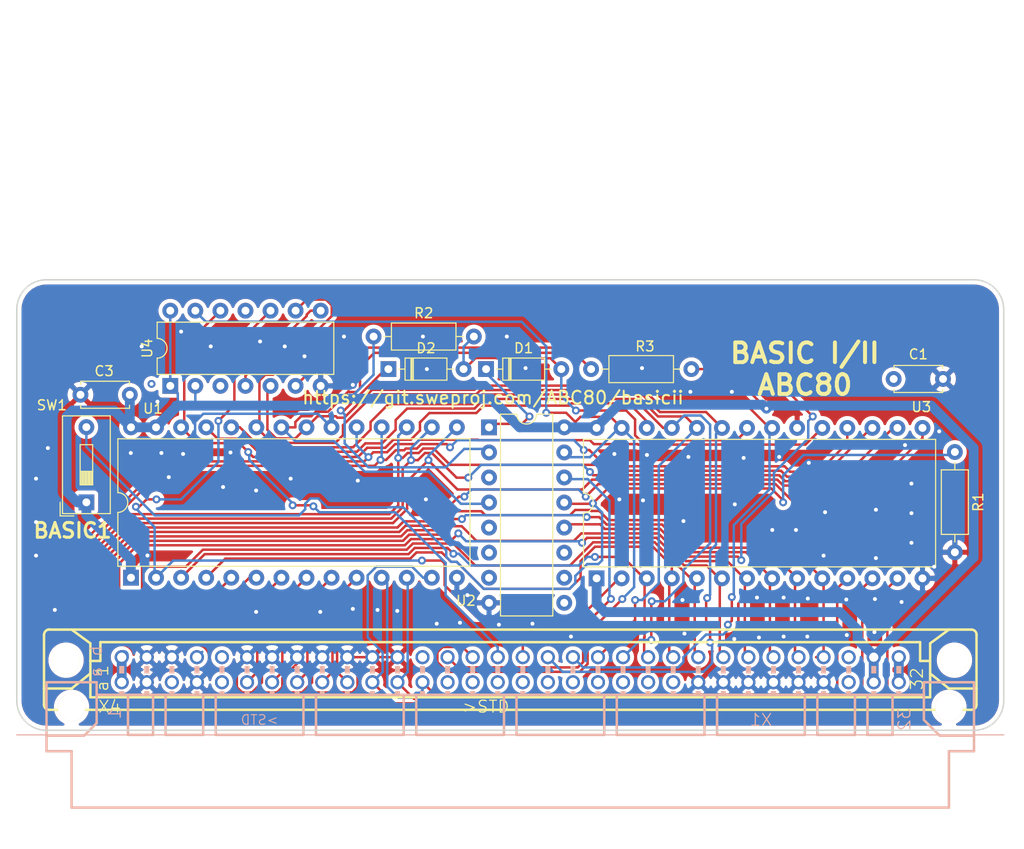
<source format=kicad_pcb>
(kicad_pcb (version 20171130) (host pcbnew 5.1.10-88a1d61d58~90~ubuntu20.04.1)

  (general
    (thickness 1.6)
    (drawings 11)
    (tracks 873)
    (zones 0)
    (modules 14)
    (nets 62)
  )

  (page A4)
  (title_block
    (title "ABC80 Basic I/II")
    (date 2021-08-08)
    (rev 1.01)
    (company SweProj.com)
  )

  (layers
    (0 F.Cu signal)
    (31 B.Cu signal)
    (32 B.Adhes user)
    (33 F.Adhes user)
    (34 B.Paste user)
    (35 F.Paste user)
    (36 B.SilkS user)
    (37 F.SilkS user)
    (38 B.Mask user)
    (39 F.Mask user)
    (40 Dwgs.User user)
    (41 Cmts.User user)
    (42 Eco1.User user)
    (43 Eco2.User user)
    (44 Edge.Cuts user)
    (45 Margin user)
    (46 B.CrtYd user)
    (47 F.CrtYd user)
    (48 B.Fab user)
    (49 F.Fab user)
  )

  (setup
    (last_trace_width 0.25)
    (trace_clearance 0.2)
    (zone_clearance 0.4)
    (zone_45_only no)
    (trace_min 0.2)
    (via_size 0.8)
    (via_drill 0.4)
    (via_min_size 0.4)
    (via_min_drill 0.3)
    (uvia_size 0.3)
    (uvia_drill 0.1)
    (uvias_allowed no)
    (uvia_min_size 0.2)
    (uvia_min_drill 0.1)
    (edge_width 0.05)
    (segment_width 0.2)
    (pcb_text_width 0.3)
    (pcb_text_size 1.5 1.5)
    (mod_edge_width 0.12)
    (mod_text_size 1 1)
    (mod_text_width 0.15)
    (pad_size 1.524 1.524)
    (pad_drill 0.762)
    (pad_to_mask_clearance 0)
    (aux_axis_origin 0 0)
    (grid_origin 97.15 65.25)
    (visible_elements FFFFFF7F)
    (pcbplotparams
      (layerselection 0x010fc_ffffffff)
      (usegerberextensions false)
      (usegerberattributes true)
      (usegerberadvancedattributes true)
      (creategerberjobfile true)
      (excludeedgelayer true)
      (linewidth 0.100000)
      (plotframeref false)
      (viasonmask false)
      (mode 1)
      (useauxorigin false)
      (hpglpennumber 1)
      (hpglpenspeed 20)
      (hpglpendiameter 15.000000)
      (psnegative false)
      (psa4output false)
      (plotreference true)
      (plotvalue true)
      (plotinvisibletext false)
      (padsonsilk false)
      (subtractmaskfromsilk false)
      (outputformat 1)
      (mirror false)
      (drillshape 0)
      (scaleselection 1)
      (outputdirectory "v101"))
  )

  (net 0 "")
  (net 1 GND)
  (net 2 +5V)
  (net 3 /A13)
  (net 4 /A11)
  (net 5 /A12)
  (net 6 /A15)
  (net 7 /A14)
  (net 8 /D2)
  (net 9 /D1)
  (net 10 /A8)
  (net 11 /D0)
  (net 12 /A9)
  (net 13 /A0)
  (net 14 /A1)
  (net 15 /A2)
  (net 16 /A10)
  (net 17 /A3)
  (net 18 /A4)
  (net 19 /D7)
  (net 20 /A5)
  (net 21 /D6)
  (net 22 /A6)
  (net 23 /D5)
  (net 24 /A7)
  (net 25 /D4)
  (net 26 /D3)
  (net 27 /+12V)
  (net 28 /~INT)
  (net 29 /5)
  (net 30 /~XMEMFL)
  (net 31 /-12V)
  (net 32 /READY)
  (net 33 /~CS)
  (net 34 /~OUT)
  (net 35 /~C1)
  (net 36 /~C2)
  (net 37 /~C3)
  (net 38 /~C4)
  (net 39 /~INP)
  (net 40 /~STATUS)
  (net 41 /~RST)
  (net 42 /~XMEMW)
  (net 43 /~RESIN)
  (net 44 "Net-(R1-Pad1)")
  (net 45 /~EN_BASICI)
  (net 46 /~EN_BASICII)
  (net 47 "Net-(D1-Pad1)")
  (net 48 "Net-(D2-Pad1)")
  (net 49 "Net-(U2-Pad7)")
  (net 50 "Net-(U2-Pad6)")
  (net 51 "Net-(U2-Pad5)")
  (net 52 "Net-(U2-Pad12)")
  (net 53 "Net-(U2-Pad11)")
  (net 54 "Net-(U2-Pad3)")
  (net 55 "Net-(U2-Pad10)")
  (net 56 "Net-(U2-Pad9)")
  (net 57 "Net-(X1-PadB30)")
  (net 58 "Net-(X1-PadA14)")
  (net 59 "Net-(X4-PadB30)")
  (net 60 "Net-(X4-PadA14)")
  (net 61 "Net-(U4-Pad4)")

  (net_class Default "This is the default net class."
    (clearance 0.2)
    (trace_width 0.25)
    (via_dia 0.8)
    (via_drill 0.4)
    (uvia_dia 0.3)
    (uvia_drill 0.1)
    (add_net +5V)
    (add_net /+12V)
    (add_net /-12V)
    (add_net /5)
    (add_net /A0)
    (add_net /A1)
    (add_net /A10)
    (add_net /A11)
    (add_net /A12)
    (add_net /A13)
    (add_net /A14)
    (add_net /A15)
    (add_net /A2)
    (add_net /A3)
    (add_net /A4)
    (add_net /A5)
    (add_net /A6)
    (add_net /A7)
    (add_net /A8)
    (add_net /A9)
    (add_net /D0)
    (add_net /D1)
    (add_net /D2)
    (add_net /D3)
    (add_net /D4)
    (add_net /D5)
    (add_net /D6)
    (add_net /D7)
    (add_net /READY)
    (add_net /~C1)
    (add_net /~C2)
    (add_net /~C3)
    (add_net /~C4)
    (add_net /~CS)
    (add_net /~EN_BASICI)
    (add_net /~EN_BASICII)
    (add_net /~INP)
    (add_net /~INT)
    (add_net /~OUT)
    (add_net /~RESIN)
    (add_net /~RST)
    (add_net /~STATUS)
    (add_net /~XMEMFL)
    (add_net /~XMEMW)
    (add_net GND)
    (add_net "Net-(D1-Pad1)")
    (add_net "Net-(D2-Pad1)")
    (add_net "Net-(R1-Pad1)")
    (add_net "Net-(U2-Pad10)")
    (add_net "Net-(U2-Pad11)")
    (add_net "Net-(U2-Pad12)")
    (add_net "Net-(U2-Pad3)")
    (add_net "Net-(U2-Pad5)")
    (add_net "Net-(U2-Pad6)")
    (add_net "Net-(U2-Pad7)")
    (add_net "Net-(U2-Pad9)")
    (add_net "Net-(U4-Pad4)")
    (add_net "Net-(X1-PadA14)")
    (add_net "Net-(X1-PadB30)")
    (add_net "Net-(X4-PadA14)")
    (add_net "Net-(X4-PadB30)")
  )

  (module Package_DIP:DIP-14_W7.62mm (layer F.Cu) (tedit 5A02E8C5) (tstamp 6113CEF0)
    (at 97.55 61.25 90)
    (descr "14-lead though-hole mounted DIP package, row spacing 7.62 mm (300 mils)")
    (tags "THT DIP DIL PDIP 2.54mm 7.62mm 300mil")
    (path /611F90F9)
    (fp_text reference U4 (at 3.81 -2.33 90) (layer F.SilkS)
      (effects (font (size 1 1) (thickness 0.15)))
    )
    (fp_text value 74LS21 (at 3.81 17.57 90) (layer F.Fab)
      (effects (font (size 1 1) (thickness 0.15)))
    )
    (fp_line (start 8.7 -1.55) (end -1.1 -1.55) (layer F.CrtYd) (width 0.05))
    (fp_line (start 8.7 16.8) (end 8.7 -1.55) (layer F.CrtYd) (width 0.05))
    (fp_line (start -1.1 16.8) (end 8.7 16.8) (layer F.CrtYd) (width 0.05))
    (fp_line (start -1.1 -1.55) (end -1.1 16.8) (layer F.CrtYd) (width 0.05))
    (fp_line (start 6.46 -1.33) (end 4.81 -1.33) (layer F.SilkS) (width 0.12))
    (fp_line (start 6.46 16.57) (end 6.46 -1.33) (layer F.SilkS) (width 0.12))
    (fp_line (start 1.16 16.57) (end 6.46 16.57) (layer F.SilkS) (width 0.12))
    (fp_line (start 1.16 -1.33) (end 1.16 16.57) (layer F.SilkS) (width 0.12))
    (fp_line (start 2.81 -1.33) (end 1.16 -1.33) (layer F.SilkS) (width 0.12))
    (fp_line (start 0.635 -0.27) (end 1.635 -1.27) (layer F.Fab) (width 0.1))
    (fp_line (start 0.635 16.51) (end 0.635 -0.27) (layer F.Fab) (width 0.1))
    (fp_line (start 6.985 16.51) (end 0.635 16.51) (layer F.Fab) (width 0.1))
    (fp_line (start 6.985 -1.27) (end 6.985 16.51) (layer F.Fab) (width 0.1))
    (fp_line (start 1.635 -1.27) (end 6.985 -1.27) (layer F.Fab) (width 0.1))
    (fp_text user %R (at 3.81 7.62 90) (layer F.Fab)
      (effects (font (size 1 1) (thickness 0.15)))
    )
    (fp_arc (start 3.81 -1.33) (end 2.81 -1.33) (angle -180) (layer F.SilkS) (width 0.12))
    (pad 14 thru_hole oval (at 7.62 0 90) (size 1.6 1.6) (drill 0.8) (layers *.Cu *.Mask)
      (net 2 +5V))
    (pad 7 thru_hole oval (at 0 15.24 90) (size 1.6 1.6) (drill 0.8) (layers *.Cu *.Mask)
      (net 1 GND))
    (pad 13 thru_hole oval (at 7.62 2.54 90) (size 1.6 1.6) (drill 0.8) (layers *.Cu *.Mask)
      (net 7 /A14))
    (pad 6 thru_hole oval (at 0 12.7 90) (size 1.6 1.6) (drill 0.8) (layers *.Cu *.Mask)
      (net 52 "Net-(U2-Pad12)"))
    (pad 12 thru_hole oval (at 7.62 5.08 90) (size 1.6 1.6) (drill 0.8) (layers *.Cu *.Mask)
      (net 3 /A13))
    (pad 5 thru_hole oval (at 0 10.16 90) (size 1.6 1.6) (drill 0.8) (layers *.Cu *.Mask)
      (net 16 /A10))
    (pad 11 thru_hole oval (at 7.62 7.62 90) (size 1.6 1.6) (drill 0.8) (layers *.Cu *.Mask))
    (pad 4 thru_hole oval (at 0 7.62 90) (size 1.6 1.6) (drill 0.8) (layers *.Cu *.Mask)
      (net 61 "Net-(U4-Pad4)"))
    (pad 10 thru_hole oval (at 7.62 10.16 90) (size 1.6 1.6) (drill 0.8) (layers *.Cu *.Mask)
      (net 5 /A12))
    (pad 3 thru_hole oval (at 0 5.08 90) (size 1.6 1.6) (drill 0.8) (layers *.Cu *.Mask))
    (pad 9 thru_hole oval (at 7.62 12.7 90) (size 1.6 1.6) (drill 0.8) (layers *.Cu *.Mask)
      (net 4 /A11))
    (pad 2 thru_hole oval (at 0 2.54 90) (size 1.6 1.6) (drill 0.8) (layers *.Cu *.Mask)
      (net 2 +5V))
    (pad 8 thru_hole oval (at 7.62 15.24 90) (size 1.6 1.6) (drill 0.8) (layers *.Cu *.Mask)
      (net 61 "Net-(U4-Pad4)"))
    (pad 1 thru_hole rect (at 0 0 90) (size 1.6 1.6) (drill 0.8) (layers *.Cu *.Mask)
      (net 2 +5V))
    (model ${KISYS3DMOD}/Package_DIP.3dshapes/DIP-14_W7.62mm.wrl
      (at (xyz 0 0 0))
      (scale (xyz 1 1 1))
      (rotate (xyz 0 0 0))
    )
  )

  (module Capacitor_THT:C_Disc_D4.7mm_W2.5mm_P5.00mm (layer F.Cu) (tedit 5AE50EF0) (tstamp 6113BD93)
    (at 170.85 60.55)
    (descr "C, Disc series, Radial, pin pitch=5.00mm, , diameter*width=4.7*2.5mm^2, Capacitor, http://www.vishay.com/docs/45233/krseries.pdf")
    (tags "C Disc series Radial pin pitch 5.00mm  diameter 4.7mm width 2.5mm Capacitor")
    (path /612856BC)
    (fp_text reference C1 (at 2.5 -2.5) (layer F.SilkS)
      (effects (font (size 1 1) (thickness 0.15)))
    )
    (fp_text value 100nF (at 2.5 2.5) (layer F.Fab)
      (effects (font (size 1 1) (thickness 0.15)))
    )
    (fp_line (start 6.05 -1.5) (end -1.05 -1.5) (layer F.CrtYd) (width 0.05))
    (fp_line (start 6.05 1.5) (end 6.05 -1.5) (layer F.CrtYd) (width 0.05))
    (fp_line (start -1.05 1.5) (end 6.05 1.5) (layer F.CrtYd) (width 0.05))
    (fp_line (start -1.05 -1.5) (end -1.05 1.5) (layer F.CrtYd) (width 0.05))
    (fp_line (start 4.97 1.055) (end 4.97 1.37) (layer F.SilkS) (width 0.12))
    (fp_line (start 4.97 -1.37) (end 4.97 -1.055) (layer F.SilkS) (width 0.12))
    (fp_line (start 0.03 1.055) (end 0.03 1.37) (layer F.SilkS) (width 0.12))
    (fp_line (start 0.03 -1.37) (end 0.03 -1.055) (layer F.SilkS) (width 0.12))
    (fp_line (start 0.03 1.37) (end 4.97 1.37) (layer F.SilkS) (width 0.12))
    (fp_line (start 0.03 -1.37) (end 4.97 -1.37) (layer F.SilkS) (width 0.12))
    (fp_line (start 4.85 -1.25) (end 0.15 -1.25) (layer F.Fab) (width 0.1))
    (fp_line (start 4.85 1.25) (end 4.85 -1.25) (layer F.Fab) (width 0.1))
    (fp_line (start 0.15 1.25) (end 4.85 1.25) (layer F.Fab) (width 0.1))
    (fp_line (start 0.15 -1.25) (end 0.15 1.25) (layer F.Fab) (width 0.1))
    (fp_text user %R (at 2.5 0) (layer F.Fab)
      (effects (font (size 0.94 0.94) (thickness 0.141)))
    )
    (pad 2 thru_hole circle (at 5 0) (size 1.6 1.6) (drill 0.8) (layers *.Cu *.Mask)
      (net 1 GND))
    (pad 1 thru_hole circle (at 0 0) (size 1.6 1.6) (drill 0.8) (layers *.Cu *.Mask)
      (net 2 +5V))
    (model ${KISYS3DMOD}/Capacitor_THT.3dshapes/C_Disc_D4.7mm_W2.5mm_P5.00mm.wrl
      (at (xyz 0 0 0))
      (scale (xyz 1 1 1))
      (rotate (xyz 0 0 0))
    )
  )

  (module Package_DIP:DIP-28_W15.24mm (layer F.Cu) (tedit 5A02E8C5) (tstamp 610FA077)
    (at 140.75 80.75 90)
    (descr "28-lead though-hole mounted DIP package, row spacing 15.24 mm (600 mils)")
    (tags "THT DIP DIL PDIP 2.54mm 15.24mm 600mil")
    (path /6111F58B)
    (fp_text reference U3 (at 17.36 32.91 180) (layer F.SilkS)
      (effects (font (size 1 1) (thickness 0.15)))
    )
    (fp_text value 27C256 (at 7.62 35.35 90) (layer F.Fab)
      (effects (font (size 1 1) (thickness 0.15)))
    )
    (fp_line (start 16.3 -1.55) (end -1.05 -1.55) (layer F.CrtYd) (width 0.05))
    (fp_line (start 16.3 34.55) (end 16.3 -1.55) (layer F.CrtYd) (width 0.05))
    (fp_line (start -1.05 34.55) (end 16.3 34.55) (layer F.CrtYd) (width 0.05))
    (fp_line (start -1.05 -1.55) (end -1.05 34.55) (layer F.CrtYd) (width 0.05))
    (fp_line (start 14.08 -1.33) (end 8.62 -1.33) (layer F.SilkS) (width 0.12))
    (fp_line (start 14.08 34.35) (end 14.08 -1.33) (layer F.SilkS) (width 0.12))
    (fp_line (start 1.16 34.35) (end 14.08 34.35) (layer F.SilkS) (width 0.12))
    (fp_line (start 1.16 -1.33) (end 1.16 34.35) (layer F.SilkS) (width 0.12))
    (fp_line (start 6.62 -1.33) (end 1.16 -1.33) (layer F.SilkS) (width 0.12))
    (fp_line (start 0.255 -0.27) (end 1.255 -1.27) (layer F.Fab) (width 0.1))
    (fp_line (start 0.255 34.29) (end 0.255 -0.27) (layer F.Fab) (width 0.1))
    (fp_line (start 14.985 34.29) (end 0.255 34.29) (layer F.Fab) (width 0.1))
    (fp_line (start 14.985 -1.27) (end 14.985 34.29) (layer F.Fab) (width 0.1))
    (fp_line (start 1.255 -1.27) (end 14.985 -1.27) (layer F.Fab) (width 0.1))
    (fp_text user %R (at 7.62 16.51 90) (layer F.Fab)
      (effects (font (size 1 1) (thickness 0.15)))
    )
    (fp_arc (start 7.62 -1.33) (end 6.62 -1.33) (angle -180) (layer F.SilkS) (width 0.12))
    (pad 28 thru_hole oval (at 15.24 0 90) (size 1.6 1.6) (drill 0.8) (layers *.Cu *.Mask)
      (net 2 +5V))
    (pad 14 thru_hole oval (at 0 33.02 90) (size 1.6 1.6) (drill 0.8) (layers *.Cu *.Mask)
      (net 1 GND))
    (pad 27 thru_hole oval (at 15.24 2.54 90) (size 1.6 1.6) (drill 0.8) (layers *.Cu *.Mask)
      (net 7 /A14))
    (pad 13 thru_hole oval (at 0 30.48 90) (size 1.6 1.6) (drill 0.8) (layers *.Cu *.Mask)
      (net 8 /D2))
    (pad 26 thru_hole oval (at 15.24 5.08 90) (size 1.6 1.6) (drill 0.8) (layers *.Cu *.Mask)
      (net 3 /A13))
    (pad 12 thru_hole oval (at 0 27.94 90) (size 1.6 1.6) (drill 0.8) (layers *.Cu *.Mask)
      (net 9 /D1))
    (pad 25 thru_hole oval (at 15.24 7.62 90) (size 1.6 1.6) (drill 0.8) (layers *.Cu *.Mask)
      (net 10 /A8))
    (pad 11 thru_hole oval (at 0 25.4 90) (size 1.6 1.6) (drill 0.8) (layers *.Cu *.Mask)
      (net 11 /D0))
    (pad 24 thru_hole oval (at 15.24 10.16 90) (size 1.6 1.6) (drill 0.8) (layers *.Cu *.Mask)
      (net 12 /A9))
    (pad 10 thru_hole oval (at 0 22.86 90) (size 1.6 1.6) (drill 0.8) (layers *.Cu *.Mask)
      (net 13 /A0))
    (pad 23 thru_hole oval (at 15.24 12.7 90) (size 1.6 1.6) (drill 0.8) (layers *.Cu *.Mask)
      (net 4 /A11))
    (pad 9 thru_hole oval (at 0 20.32 90) (size 1.6 1.6) (drill 0.8) (layers *.Cu *.Mask)
      (net 14 /A1))
    (pad 22 thru_hole oval (at 15.24 15.24 90) (size 1.6 1.6) (drill 0.8) (layers *.Cu *.Mask)
      (net 46 /~EN_BASICII))
    (pad 8 thru_hole oval (at 0 17.78 90) (size 1.6 1.6) (drill 0.8) (layers *.Cu *.Mask)
      (net 15 /A2))
    (pad 21 thru_hole oval (at 15.24 17.78 90) (size 1.6 1.6) (drill 0.8) (layers *.Cu *.Mask)
      (net 16 /A10))
    (pad 7 thru_hole oval (at 0 15.24 90) (size 1.6 1.6) (drill 0.8) (layers *.Cu *.Mask)
      (net 17 /A3))
    (pad 20 thru_hole oval (at 15.24 20.32 90) (size 1.6 1.6) (drill 0.8) (layers *.Cu *.Mask)
      (net 1 GND))
    (pad 6 thru_hole oval (at 0 12.7 90) (size 1.6 1.6) (drill 0.8) (layers *.Cu *.Mask)
      (net 18 /A4))
    (pad 19 thru_hole oval (at 15.24 22.86 90) (size 1.6 1.6) (drill 0.8) (layers *.Cu *.Mask)
      (net 19 /D7))
    (pad 5 thru_hole oval (at 0 10.16 90) (size 1.6 1.6) (drill 0.8) (layers *.Cu *.Mask)
      (net 20 /A5))
    (pad 18 thru_hole oval (at 15.24 25.4 90) (size 1.6 1.6) (drill 0.8) (layers *.Cu *.Mask)
      (net 21 /D6))
    (pad 4 thru_hole oval (at 0 7.62 90) (size 1.6 1.6) (drill 0.8) (layers *.Cu *.Mask)
      (net 22 /A6))
    (pad 17 thru_hole oval (at 15.24 27.94 90) (size 1.6 1.6) (drill 0.8) (layers *.Cu *.Mask)
      (net 23 /D5))
    (pad 3 thru_hole oval (at 0 5.08 90) (size 1.6 1.6) (drill 0.8) (layers *.Cu *.Mask)
      (net 24 /A7))
    (pad 16 thru_hole oval (at 15.24 30.48 90) (size 1.6 1.6) (drill 0.8) (layers *.Cu *.Mask)
      (net 25 /D4))
    (pad 2 thru_hole oval (at 0 2.54 90) (size 1.6 1.6) (drill 0.8) (layers *.Cu *.Mask)
      (net 5 /A12))
    (pad 15 thru_hole oval (at 15.24 33.02 90) (size 1.6 1.6) (drill 0.8) (layers *.Cu *.Mask)
      (net 26 /D3))
    (pad 1 thru_hole rect (at 0 0 90) (size 1.6 1.6) (drill 0.8) (layers *.Cu *.Mask)
      (net 2 +5V))
    (model ${KISYS3DMOD}/Package_DIP.3dshapes/DIP-28_W15.24mm.wrl
      (at (xyz 0 0 0))
      (scale (xyz 1 1 1))
      (rotate (xyz 0 0 0))
    )
  )

  (module Package_DIP:DIP-16_W7.62mm (layer F.Cu) (tedit 5A02E8C5) (tstamp 61128B19)
    (at 129.85 65.45)
    (descr "16-lead though-hole mounted DIP package, row spacing 7.62 mm (300 mils)")
    (tags "THT DIP DIL PDIP 2.54mm 7.62mm 300mil")
    (path /61A43AF3)
    (fp_text reference U2 (at -2.34 17.57) (layer F.SilkS)
      (effects (font (size 1 1) (thickness 0.15)))
    )
    (fp_text value 74LS42 (at 3.81 20.11) (layer F.Fab)
      (effects (font (size 1 1) (thickness 0.15)))
    )
    (fp_line (start 8.7 -1.55) (end -1.1 -1.55) (layer F.CrtYd) (width 0.05))
    (fp_line (start 8.7 19.3) (end 8.7 -1.55) (layer F.CrtYd) (width 0.05))
    (fp_line (start -1.1 19.3) (end 8.7 19.3) (layer F.CrtYd) (width 0.05))
    (fp_line (start -1.1 -1.55) (end -1.1 19.3) (layer F.CrtYd) (width 0.05))
    (fp_line (start 6.46 -1.33) (end 4.81 -1.33) (layer F.SilkS) (width 0.12))
    (fp_line (start 6.46 19.11) (end 6.46 -1.33) (layer F.SilkS) (width 0.12))
    (fp_line (start 1.16 19.11) (end 6.46 19.11) (layer F.SilkS) (width 0.12))
    (fp_line (start 1.16 -1.33) (end 1.16 19.11) (layer F.SilkS) (width 0.12))
    (fp_line (start 2.81 -1.33) (end 1.16 -1.33) (layer F.SilkS) (width 0.12))
    (fp_line (start 0.635 -0.27) (end 1.635 -1.27) (layer F.Fab) (width 0.1))
    (fp_line (start 0.635 19.05) (end 0.635 -0.27) (layer F.Fab) (width 0.1))
    (fp_line (start 6.985 19.05) (end 0.635 19.05) (layer F.Fab) (width 0.1))
    (fp_line (start 6.985 -1.27) (end 6.985 19.05) (layer F.Fab) (width 0.1))
    (fp_line (start 1.635 -1.27) (end 6.985 -1.27) (layer F.Fab) (width 0.1))
    (fp_text user %R (at 3.81 8.89) (layer F.Fab)
      (effects (font (size 1 1) (thickness 0.15)))
    )
    (fp_arc (start 3.81 -1.33) (end 2.81 -1.33) (angle -180) (layer F.SilkS) (width 0.12))
    (pad 16 thru_hole oval (at 7.62 0) (size 1.6 1.6) (drill 0.8) (layers *.Cu *.Mask)
      (net 2 +5V))
    (pad 8 thru_hole oval (at 0 17.78) (size 1.6 1.6) (drill 0.8) (layers *.Cu *.Mask)
      (net 1 GND))
    (pad 15 thru_hole oval (at 7.62 2.54) (size 1.6 1.6) (drill 0.8) (layers *.Cu *.Mask)
      (net 7 /A14))
    (pad 7 thru_hole oval (at 0 15.24) (size 1.6 1.6) (drill 0.8) (layers *.Cu *.Mask)
      (net 49 "Net-(U2-Pad7)"))
    (pad 14 thru_hole oval (at 7.62 5.08) (size 1.6 1.6) (drill 0.8) (layers *.Cu *.Mask)
      (net 6 /A15))
    (pad 6 thru_hole oval (at 0 12.7) (size 1.6 1.6) (drill 0.8) (layers *.Cu *.Mask)
      (net 50 "Net-(U2-Pad6)"))
    (pad 13 thru_hole oval (at 7.62 7.62) (size 1.6 1.6) (drill 0.8) (layers *.Cu *.Mask)
      (net 44 "Net-(R1-Pad1)"))
    (pad 5 thru_hole oval (at 0 10.16) (size 1.6 1.6) (drill 0.8) (layers *.Cu *.Mask)
      (net 51 "Net-(U2-Pad5)"))
    (pad 12 thru_hole oval (at 7.62 10.16) (size 1.6 1.6) (drill 0.8) (layers *.Cu *.Mask)
      (net 52 "Net-(U2-Pad12)"))
    (pad 4 thru_hole oval (at 0 7.62) (size 1.6 1.6) (drill 0.8) (layers *.Cu *.Mask)
      (net 45 /~EN_BASICI))
    (pad 11 thru_hole oval (at 7.62 12.7) (size 1.6 1.6) (drill 0.8) (layers *.Cu *.Mask)
      (net 53 "Net-(U2-Pad11)"))
    (pad 3 thru_hole oval (at 0 5.08) (size 1.6 1.6) (drill 0.8) (layers *.Cu *.Mask)
      (net 54 "Net-(U2-Pad3)"))
    (pad 10 thru_hole oval (at 7.62 15.24) (size 1.6 1.6) (drill 0.8) (layers *.Cu *.Mask)
      (net 55 "Net-(U2-Pad10)"))
    (pad 2 thru_hole oval (at 0 2.54) (size 1.6 1.6) (drill 0.8) (layers *.Cu *.Mask)
      (net 48 "Net-(D2-Pad1)"))
    (pad 9 thru_hole oval (at 7.62 17.78) (size 1.6 1.6) (drill 0.8) (layers *.Cu *.Mask)
      (net 56 "Net-(U2-Pad9)"))
    (pad 1 thru_hole rect (at 0 0) (size 1.6 1.6) (drill 0.8) (layers *.Cu *.Mask)
      (net 47 "Net-(D1-Pad1)"))
    (model ${KISYS3DMOD}/Package_DIP.3dshapes/DIP-16_W7.62mm.wrl
      (at (xyz 0 0 0))
      (scale (xyz 1 1 1))
      (rotate (xyz 0 0 0))
    )
  )

  (module Package_DIP:DIP-28_W15.24mm (layer F.Cu) (tedit 5A02E8C5) (tstamp 611123B6)
    (at 93.57 80.69 90)
    (descr "28-lead though-hole mounted DIP package, row spacing 15.24 mm (600 mils)")
    (tags "THT DIP DIL PDIP 2.54mm 15.24mm 600mil")
    (path /619F08DE)
    (fp_text reference U1 (at 17.14 2.23 180) (layer F.SilkS)
      (effects (font (size 1 1) (thickness 0.15)))
    )
    (fp_text value 27C128 (at 7.62 35.35 90) (layer F.Fab)
      (effects (font (size 1 1) (thickness 0.15)))
    )
    (fp_line (start 16.3 -1.55) (end -1.05 -1.55) (layer F.CrtYd) (width 0.05))
    (fp_line (start 16.3 34.55) (end 16.3 -1.55) (layer F.CrtYd) (width 0.05))
    (fp_line (start -1.05 34.55) (end 16.3 34.55) (layer F.CrtYd) (width 0.05))
    (fp_line (start -1.05 -1.55) (end -1.05 34.55) (layer F.CrtYd) (width 0.05))
    (fp_line (start 14.08 -1.33) (end 8.62 -1.33) (layer F.SilkS) (width 0.12))
    (fp_line (start 14.08 34.35) (end 14.08 -1.33) (layer F.SilkS) (width 0.12))
    (fp_line (start 1.16 34.35) (end 14.08 34.35) (layer F.SilkS) (width 0.12))
    (fp_line (start 1.16 -1.33) (end 1.16 34.35) (layer F.SilkS) (width 0.12))
    (fp_line (start 6.62 -1.33) (end 1.16 -1.33) (layer F.SilkS) (width 0.12))
    (fp_line (start 0.255 -0.27) (end 1.255 -1.27) (layer F.Fab) (width 0.1))
    (fp_line (start 0.255 34.29) (end 0.255 -0.27) (layer F.Fab) (width 0.1))
    (fp_line (start 14.985 34.29) (end 0.255 34.29) (layer F.Fab) (width 0.1))
    (fp_line (start 14.985 -1.27) (end 14.985 34.29) (layer F.Fab) (width 0.1))
    (fp_line (start 1.255 -1.27) (end 14.985 -1.27) (layer F.Fab) (width 0.1))
    (fp_text user %R (at 7.62 16.51 90) (layer F.Fab)
      (effects (font (size 1 1) (thickness 0.15)))
    )
    (fp_arc (start 7.62 -1.33) (end 6.62 -1.33) (angle -180) (layer F.SilkS) (width 0.12))
    (pad 28 thru_hole oval (at 15.24 0 90) (size 1.6 1.6) (drill 0.8) (layers *.Cu *.Mask)
      (net 2 +5V))
    (pad 14 thru_hole oval (at 0 33.02 90) (size 1.6 1.6) (drill 0.8) (layers *.Cu *.Mask)
      (net 1 GND))
    (pad 27 thru_hole oval (at 15.24 2.54 90) (size 1.6 1.6) (drill 0.8) (layers *.Cu *.Mask)
      (net 2 +5V))
    (pad 13 thru_hole oval (at 0 30.48 90) (size 1.6 1.6) (drill 0.8) (layers *.Cu *.Mask)
      (net 8 /D2))
    (pad 26 thru_hole oval (at 15.24 5.08 90) (size 1.6 1.6) (drill 0.8) (layers *.Cu *.Mask)
      (net 3 /A13))
    (pad 12 thru_hole oval (at 0 27.94 90) (size 1.6 1.6) (drill 0.8) (layers *.Cu *.Mask)
      (net 9 /D1))
    (pad 25 thru_hole oval (at 15.24 7.62 90) (size 1.6 1.6) (drill 0.8) (layers *.Cu *.Mask)
      (net 10 /A8))
    (pad 11 thru_hole oval (at 0 25.4 90) (size 1.6 1.6) (drill 0.8) (layers *.Cu *.Mask)
      (net 11 /D0))
    (pad 24 thru_hole oval (at 15.24 10.16 90) (size 1.6 1.6) (drill 0.8) (layers *.Cu *.Mask)
      (net 12 /A9))
    (pad 10 thru_hole oval (at 0 22.86 90) (size 1.6 1.6) (drill 0.8) (layers *.Cu *.Mask)
      (net 13 /A0))
    (pad 23 thru_hole oval (at 15.24 12.7 90) (size 1.6 1.6) (drill 0.8) (layers *.Cu *.Mask)
      (net 4 /A11))
    (pad 9 thru_hole oval (at 0 20.32 90) (size 1.6 1.6) (drill 0.8) (layers *.Cu *.Mask)
      (net 14 /A1))
    (pad 22 thru_hole oval (at 15.24 15.24 90) (size 1.6 1.6) (drill 0.8) (layers *.Cu *.Mask)
      (net 45 /~EN_BASICI))
    (pad 8 thru_hole oval (at 0 17.78 90) (size 1.6 1.6) (drill 0.8) (layers *.Cu *.Mask)
      (net 15 /A2))
    (pad 21 thru_hole oval (at 15.24 17.78 90) (size 1.6 1.6) (drill 0.8) (layers *.Cu *.Mask)
      (net 16 /A10))
    (pad 7 thru_hole oval (at 0 15.24 90) (size 1.6 1.6) (drill 0.8) (layers *.Cu *.Mask)
      (net 17 /A3))
    (pad 20 thru_hole oval (at 15.24 20.32 90) (size 1.6 1.6) (drill 0.8) (layers *.Cu *.Mask)
      (net 1 GND))
    (pad 6 thru_hole oval (at 0 12.7 90) (size 1.6 1.6) (drill 0.8) (layers *.Cu *.Mask)
      (net 18 /A4))
    (pad 19 thru_hole oval (at 15.24 22.86 90) (size 1.6 1.6) (drill 0.8) (layers *.Cu *.Mask)
      (net 19 /D7))
    (pad 5 thru_hole oval (at 0 10.16 90) (size 1.6 1.6) (drill 0.8) (layers *.Cu *.Mask)
      (net 20 /A5))
    (pad 18 thru_hole oval (at 15.24 25.4 90) (size 1.6 1.6) (drill 0.8) (layers *.Cu *.Mask)
      (net 21 /D6))
    (pad 4 thru_hole oval (at 0 7.62 90) (size 1.6 1.6) (drill 0.8) (layers *.Cu *.Mask)
      (net 22 /A6))
    (pad 17 thru_hole oval (at 15.24 27.94 90) (size 1.6 1.6) (drill 0.8) (layers *.Cu *.Mask)
      (net 23 /D5))
    (pad 3 thru_hole oval (at 0 5.08 90) (size 1.6 1.6) (drill 0.8) (layers *.Cu *.Mask)
      (net 24 /A7))
    (pad 16 thru_hole oval (at 15.24 30.48 90) (size 1.6 1.6) (drill 0.8) (layers *.Cu *.Mask)
      (net 25 /D4))
    (pad 2 thru_hole oval (at 0 2.54 90) (size 1.6 1.6) (drill 0.8) (layers *.Cu *.Mask)
      (net 5 /A12))
    (pad 15 thru_hole oval (at 15.24 33.02 90) (size 1.6 1.6) (drill 0.8) (layers *.Cu *.Mask)
      (net 26 /D3))
    (pad 1 thru_hole rect (at 0 0 90) (size 1.6 1.6) (drill 0.8) (layers *.Cu *.Mask)
      (net 2 +5V))
    (model ${KISYS3DMOD}/Package_DIP.3dshapes/DIP-28_W15.24mm.wrl
      (at (xyz 0 0 0))
      (scale (xyz 1 1 1))
      (rotate (xyz 0 0 0))
    )
  )

  (module Button_Switch_THT:SW_DIP_SPSTx01_Slide_9.78x4.72mm_W7.62mm_P2.54mm (layer F.Cu) (tedit 5A4E1404) (tstamp 61113A56)
    (at 89.05 73.05 90)
    (descr "1x-dip-switch SPST , Slide, row spacing 7.62 mm (300 mils), body size 9.78x4.72mm (see e.g. https://www.ctscorp.com/wp-content/uploads/206-208.pdf)")
    (tags "DIP Switch SPST Slide 7.62mm 300mil")
    (path /61A5BF92)
    (fp_text reference SW1 (at 9.84 -3.5 180) (layer F.SilkS)
      (effects (font (size 1 1) (thickness 0.15)))
    )
    (fp_text value SW_DIP_x01 (at 3.81 3.42 90) (layer F.Fab)
      (effects (font (size 1 1) (thickness 0.15)))
    )
    (fp_line (start -0.08 -2.36) (end 8.7 -2.36) (layer F.Fab) (width 0.1))
    (fp_line (start 8.7 -2.36) (end 8.7 2.36) (layer F.Fab) (width 0.1))
    (fp_line (start 8.7 2.36) (end -1.08 2.36) (layer F.Fab) (width 0.1))
    (fp_line (start -1.08 2.36) (end -1.08 -1.36) (layer F.Fab) (width 0.1))
    (fp_line (start -1.08 -1.36) (end -0.08 -2.36) (layer F.Fab) (width 0.1))
    (fp_line (start 1.78 -0.635) (end 1.78 0.635) (layer F.Fab) (width 0.1))
    (fp_line (start 1.78 0.635) (end 5.84 0.635) (layer F.Fab) (width 0.1))
    (fp_line (start 5.84 0.635) (end 5.84 -0.635) (layer F.Fab) (width 0.1))
    (fp_line (start 5.84 -0.635) (end 1.78 -0.635) (layer F.Fab) (width 0.1))
    (fp_line (start 1.78 -0.535) (end 3.133333 -0.535) (layer F.Fab) (width 0.1))
    (fp_line (start 1.78 -0.435) (end 3.133333 -0.435) (layer F.Fab) (width 0.1))
    (fp_line (start 1.78 -0.335) (end 3.133333 -0.335) (layer F.Fab) (width 0.1))
    (fp_line (start 1.78 -0.235) (end 3.133333 -0.235) (layer F.Fab) (width 0.1))
    (fp_line (start 1.78 -0.135) (end 3.133333 -0.135) (layer F.Fab) (width 0.1))
    (fp_line (start 1.78 -0.035) (end 3.133333 -0.035) (layer F.Fab) (width 0.1))
    (fp_line (start 1.78 0.065) (end 3.133333 0.065) (layer F.Fab) (width 0.1))
    (fp_line (start 1.78 0.165) (end 3.133333 0.165) (layer F.Fab) (width 0.1))
    (fp_line (start 1.78 0.265) (end 3.133333 0.265) (layer F.Fab) (width 0.1))
    (fp_line (start 1.78 0.365) (end 3.133333 0.365) (layer F.Fab) (width 0.1))
    (fp_line (start 1.78 0.465) (end 3.133333 0.465) (layer F.Fab) (width 0.1))
    (fp_line (start 1.78 0.565) (end 3.133333 0.565) (layer F.Fab) (width 0.1))
    (fp_line (start 3.133333 -0.635) (end 3.133333 0.635) (layer F.Fab) (width 0.1))
    (fp_line (start -1.14 -2.42) (end 8.76 -2.42) (layer F.SilkS) (width 0.12))
    (fp_line (start -1.14 2.42) (end 8.76 2.42) (layer F.SilkS) (width 0.12))
    (fp_line (start -1.14 -2.42) (end -1.14 2.42) (layer F.SilkS) (width 0.12))
    (fp_line (start 8.76 -2.42) (end 8.76 2.42) (layer F.SilkS) (width 0.12))
    (fp_line (start -1.38 -2.66) (end 0.004 -2.66) (layer F.SilkS) (width 0.12))
    (fp_line (start -1.38 -2.66) (end -1.38 -1.277) (layer F.SilkS) (width 0.12))
    (fp_line (start 1.78 -0.635) (end 1.78 0.635) (layer F.SilkS) (width 0.12))
    (fp_line (start 1.78 0.635) (end 5.84 0.635) (layer F.SilkS) (width 0.12))
    (fp_line (start 5.84 0.635) (end 5.84 -0.635) (layer F.SilkS) (width 0.12))
    (fp_line (start 5.84 -0.635) (end 1.78 -0.635) (layer F.SilkS) (width 0.12))
    (fp_line (start 1.78 -0.515) (end 3.133333 -0.515) (layer F.SilkS) (width 0.12))
    (fp_line (start 1.78 -0.395) (end 3.133333 -0.395) (layer F.SilkS) (width 0.12))
    (fp_line (start 1.78 -0.275) (end 3.133333 -0.275) (layer F.SilkS) (width 0.12))
    (fp_line (start 1.78 -0.155) (end 3.133333 -0.155) (layer F.SilkS) (width 0.12))
    (fp_line (start 1.78 -0.035) (end 3.133333 -0.035) (layer F.SilkS) (width 0.12))
    (fp_line (start 1.78 0.085) (end 3.133333 0.085) (layer F.SilkS) (width 0.12))
    (fp_line (start 1.78 0.205) (end 3.133333 0.205) (layer F.SilkS) (width 0.12))
    (fp_line (start 1.78 0.325) (end 3.133333 0.325) (layer F.SilkS) (width 0.12))
    (fp_line (start 1.78 0.445) (end 3.133333 0.445) (layer F.SilkS) (width 0.12))
    (fp_line (start 1.78 0.565) (end 3.133333 0.565) (layer F.SilkS) (width 0.12))
    (fp_line (start 3.133333 -0.635) (end 3.133333 0.635) (layer F.SilkS) (width 0.12))
    (fp_line (start -1.35 -2.7) (end -1.35 2.7) (layer F.CrtYd) (width 0.05))
    (fp_line (start -1.35 2.7) (end 8.95 2.7) (layer F.CrtYd) (width 0.05))
    (fp_line (start 8.95 2.7) (end 8.95 -2.7) (layer F.CrtYd) (width 0.05))
    (fp_line (start 8.95 -2.7) (end -1.35 -2.7) (layer F.CrtYd) (width 0.05))
    (fp_text user on (at 5.365 -1.4975 90) (layer F.Fab)
      (effects (font (size 0.6 0.6) (thickness 0.09)))
    )
    (fp_text user %R (at 7.27 0) (layer F.Fab)
      (effects (font (size 0.6 0.6) (thickness 0.09)))
    )
    (pad 2 thru_hole oval (at 7.62 0 90) (size 1.6 1.6) (drill 0.8) (layers *.Cu *.Mask)
      (net 44 "Net-(R1-Pad1)"))
    (pad 1 thru_hole rect (at 0 0 90) (size 1.6 1.6) (drill 0.8) (layers *.Cu *.Mask)
      (net 2 +5V))
    (model ${KISYS3DMOD}/Button_Switch_THT.3dshapes/SW_DIP_SPSTx01_Slide_9.78x4.72mm_W7.62mm_P2.54mm.wrl
      (at (xyz 0 0 0))
      (scale (xyz 1 1 1))
      (rotate (xyz 0 0 90))
    )
  )

  (module Resistor_THT:R_Axial_DIN0207_L6.3mm_D2.5mm_P10.16mm_Horizontal (layer F.Cu) (tedit 5AE5139B) (tstamp 6111A737)
    (at 150.35 59.55 180)
    (descr "Resistor, Axial_DIN0207 series, Axial, Horizontal, pin pitch=10.16mm, 0.25W = 1/4W, length*diameter=6.3*2.5mm^2, http://cdn-reichelt.de/documents/datenblatt/B400/1_4W%23YAG.pdf")
    (tags "Resistor Axial_DIN0207 series Axial Horizontal pin pitch 10.16mm 0.25W = 1/4W length 6.3mm diameter 2.5mm")
    (path /61CAC1D7)
    (fp_text reference R3 (at 4.7 2.3) (layer F.SilkS)
      (effects (font (size 1 1) (thickness 0.15)))
    )
    (fp_text value 10k (at 5.08 2.37) (layer F.Fab)
      (effects (font (size 1 1) (thickness 0.15)))
    )
    (fp_line (start 1.93 -1.25) (end 1.93 1.25) (layer F.Fab) (width 0.1))
    (fp_line (start 1.93 1.25) (end 8.23 1.25) (layer F.Fab) (width 0.1))
    (fp_line (start 8.23 1.25) (end 8.23 -1.25) (layer F.Fab) (width 0.1))
    (fp_line (start 8.23 -1.25) (end 1.93 -1.25) (layer F.Fab) (width 0.1))
    (fp_line (start 0 0) (end 1.93 0) (layer F.Fab) (width 0.1))
    (fp_line (start 10.16 0) (end 8.23 0) (layer F.Fab) (width 0.1))
    (fp_line (start 1.81 -1.37) (end 1.81 1.37) (layer F.SilkS) (width 0.12))
    (fp_line (start 1.81 1.37) (end 8.35 1.37) (layer F.SilkS) (width 0.12))
    (fp_line (start 8.35 1.37) (end 8.35 -1.37) (layer F.SilkS) (width 0.12))
    (fp_line (start 8.35 -1.37) (end 1.81 -1.37) (layer F.SilkS) (width 0.12))
    (fp_line (start 1.04 0) (end 1.81 0) (layer F.SilkS) (width 0.12))
    (fp_line (start 9.12 0) (end 8.35 0) (layer F.SilkS) (width 0.12))
    (fp_line (start -1.05 -1.5) (end -1.05 1.5) (layer F.CrtYd) (width 0.05))
    (fp_line (start -1.05 1.5) (end 11.21 1.5) (layer F.CrtYd) (width 0.05))
    (fp_line (start 11.21 1.5) (end 11.21 -1.5) (layer F.CrtYd) (width 0.05))
    (fp_line (start 11.21 -1.5) (end -1.05 -1.5) (layer F.CrtYd) (width 0.05))
    (fp_text user %R (at 5.08 0) (layer F.Fab)
      (effects (font (size 1 1) (thickness 0.15)))
    )
    (pad 2 thru_hole oval (at 10.16 0 180) (size 1.6 1.6) (drill 0.8) (layers *.Cu *.Mask)
      (net 45 /~EN_BASICI))
    (pad 1 thru_hole circle (at 0 0 180) (size 1.6 1.6) (drill 0.8) (layers *.Cu *.Mask)
      (net 2 +5V))
    (model ${KISYS3DMOD}/Resistor_THT.3dshapes/R_Axial_DIN0207_L6.3mm_D2.5mm_P10.16mm_Horizontal.wrl
      (at (xyz 0 0 0))
      (scale (xyz 1 1 1))
      (rotate (xyz 0 0 0))
    )
  )

  (module Resistor_THT:R_Axial_DIN0207_L6.3mm_D2.5mm_P10.16mm_Horizontal (layer F.Cu) (tedit 5AE5139B) (tstamp 6111A720)
    (at 118.15 56.25)
    (descr "Resistor, Axial_DIN0207 series, Axial, Horizontal, pin pitch=10.16mm, 0.25W = 1/4W, length*diameter=6.3*2.5mm^2, http://cdn-reichelt.de/documents/datenblatt/B400/1_4W%23YAG.pdf")
    (tags "Resistor Axial_DIN0207 series Axial Horizontal pin pitch 10.16mm 0.25W = 1/4W length 6.3mm diameter 2.5mm")
    (path /61C80EE0)
    (fp_text reference R2 (at 5.08 -2.37) (layer F.SilkS)
      (effects (font (size 1 1) (thickness 0.15)))
    )
    (fp_text value 2.2k (at 5.08 2.37) (layer F.Fab)
      (effects (font (size 1 1) (thickness 0.15)))
    )
    (fp_line (start 1.93 -1.25) (end 1.93 1.25) (layer F.Fab) (width 0.1))
    (fp_line (start 1.93 1.25) (end 8.23 1.25) (layer F.Fab) (width 0.1))
    (fp_line (start 8.23 1.25) (end 8.23 -1.25) (layer F.Fab) (width 0.1))
    (fp_line (start 8.23 -1.25) (end 1.93 -1.25) (layer F.Fab) (width 0.1))
    (fp_line (start 0 0) (end 1.93 0) (layer F.Fab) (width 0.1))
    (fp_line (start 10.16 0) (end 8.23 0) (layer F.Fab) (width 0.1))
    (fp_line (start 1.81 -1.37) (end 1.81 1.37) (layer F.SilkS) (width 0.12))
    (fp_line (start 1.81 1.37) (end 8.35 1.37) (layer F.SilkS) (width 0.12))
    (fp_line (start 8.35 1.37) (end 8.35 -1.37) (layer F.SilkS) (width 0.12))
    (fp_line (start 8.35 -1.37) (end 1.81 -1.37) (layer F.SilkS) (width 0.12))
    (fp_line (start 1.04 0) (end 1.81 0) (layer F.SilkS) (width 0.12))
    (fp_line (start 9.12 0) (end 8.35 0) (layer F.SilkS) (width 0.12))
    (fp_line (start -1.05 -1.5) (end -1.05 1.5) (layer F.CrtYd) (width 0.05))
    (fp_line (start -1.05 1.5) (end 11.21 1.5) (layer F.CrtYd) (width 0.05))
    (fp_line (start 11.21 1.5) (end 11.21 -1.5) (layer F.CrtYd) (width 0.05))
    (fp_line (start 11.21 -1.5) (end -1.05 -1.5) (layer F.CrtYd) (width 0.05))
    (fp_text user %R (at 5.08 0) (layer F.Fab)
      (effects (font (size 1 1) (thickness 0.15)))
    )
    (pad 2 thru_hole oval (at 10.16 0) (size 1.6 1.6) (drill 0.8) (layers *.Cu *.Mask)
      (net 46 /~EN_BASICII))
    (pad 1 thru_hole circle (at 0 0) (size 1.6 1.6) (drill 0.8) (layers *.Cu *.Mask)
      (net 2 +5V))
    (model ${KISYS3DMOD}/Resistor_THT.3dshapes/R_Axial_DIN0207_L6.3mm_D2.5mm_P10.16mm_Horizontal.wrl
      (at (xyz 0 0 0))
      (scale (xyz 1 1 1))
      (rotate (xyz 0 0 0))
    )
  )

  (module Diode_THT:D_DO-35_SOD27_P7.62mm_Horizontal (layer F.Cu) (tedit 5AE50CD5) (tstamp 6111A6DD)
    (at 119.65 59.55)
    (descr "Diode, DO-35_SOD27 series, Axial, Horizontal, pin pitch=7.62mm, , length*diameter=4*2mm^2, , http://www.diodes.com/_files/packages/DO-35.pdf")
    (tags "Diode DO-35_SOD27 series Axial Horizontal pin pitch 7.62mm  length 4mm diameter 2mm")
    (path /61B67859)
    (fp_text reference D2 (at 3.81 -2.12) (layer F.SilkS)
      (effects (font (size 1 1) (thickness 0.15)))
    )
    (fp_text value 1N4148 (at 3.81 2.12) (layer F.Fab)
      (effects (font (size 1 1) (thickness 0.15)))
    )
    (fp_line (start 1.81 -1) (end 1.81 1) (layer F.Fab) (width 0.1))
    (fp_line (start 1.81 1) (end 5.81 1) (layer F.Fab) (width 0.1))
    (fp_line (start 5.81 1) (end 5.81 -1) (layer F.Fab) (width 0.1))
    (fp_line (start 5.81 -1) (end 1.81 -1) (layer F.Fab) (width 0.1))
    (fp_line (start 0 0) (end 1.81 0) (layer F.Fab) (width 0.1))
    (fp_line (start 7.62 0) (end 5.81 0) (layer F.Fab) (width 0.1))
    (fp_line (start 2.41 -1) (end 2.41 1) (layer F.Fab) (width 0.1))
    (fp_line (start 2.51 -1) (end 2.51 1) (layer F.Fab) (width 0.1))
    (fp_line (start 2.31 -1) (end 2.31 1) (layer F.Fab) (width 0.1))
    (fp_line (start 1.69 -1.12) (end 1.69 1.12) (layer F.SilkS) (width 0.12))
    (fp_line (start 1.69 1.12) (end 5.93 1.12) (layer F.SilkS) (width 0.12))
    (fp_line (start 5.93 1.12) (end 5.93 -1.12) (layer F.SilkS) (width 0.12))
    (fp_line (start 5.93 -1.12) (end 1.69 -1.12) (layer F.SilkS) (width 0.12))
    (fp_line (start 1.04 0) (end 1.69 0) (layer F.SilkS) (width 0.12))
    (fp_line (start 6.58 0) (end 5.93 0) (layer F.SilkS) (width 0.12))
    (fp_line (start 2.41 -1.12) (end 2.41 1.12) (layer F.SilkS) (width 0.12))
    (fp_line (start 2.53 -1.12) (end 2.53 1.12) (layer F.SilkS) (width 0.12))
    (fp_line (start 2.29 -1.12) (end 2.29 1.12) (layer F.SilkS) (width 0.12))
    (fp_line (start -1.05 -1.25) (end -1.05 1.25) (layer F.CrtYd) (width 0.05))
    (fp_line (start -1.05 1.25) (end 8.67 1.25) (layer F.CrtYd) (width 0.05))
    (fp_line (start 8.67 1.25) (end 8.67 -1.25) (layer F.CrtYd) (width 0.05))
    (fp_line (start 8.67 -1.25) (end -1.05 -1.25) (layer F.CrtYd) (width 0.05))
    (fp_text user K (at 0 -1.8) (layer F.SilkS) hide
      (effects (font (size 1 1) (thickness 0.15)))
    )
    (fp_text user K (at 0 -1.8) (layer F.Fab)
      (effects (font (size 1 1) (thickness 0.15)))
    )
    (fp_text user %R (at 4.11 0) (layer F.Fab)
      (effects (font (size 0.8 0.8) (thickness 0.12)))
    )
    (pad 2 thru_hole oval (at 7.62 0) (size 1.6 1.6) (drill 0.8) (layers *.Cu *.Mask)
      (net 46 /~EN_BASICII))
    (pad 1 thru_hole rect (at 0 0) (size 1.6 1.6) (drill 0.8) (layers *.Cu *.Mask)
      (net 48 "Net-(D2-Pad1)"))
    (model ${KISYS3DMOD}/Diode_THT.3dshapes/D_DO-35_SOD27_P7.62mm_Horizontal.wrl
      (at (xyz 0 0 0))
      (scale (xyz 1 1 1))
      (rotate (xyz 0 0 0))
    )
  )

  (module Diode_THT:D_DO-35_SOD27_P7.62mm_Horizontal (layer F.Cu) (tedit 5AE50CD5) (tstamp 6111A6BE)
    (at 129.55 59.55)
    (descr "Diode, DO-35_SOD27 series, Axial, Horizontal, pin pitch=7.62mm, , length*diameter=4*2mm^2, , http://www.diodes.com/_files/packages/DO-35.pdf")
    (tags "Diode DO-35_SOD27 series Axial Horizontal pin pitch 7.62mm  length 4mm diameter 2mm")
    (path /61B3F67D)
    (fp_text reference D1 (at 3.81 -2.12) (layer F.SilkS)
      (effects (font (size 1 1) (thickness 0.15)))
    )
    (fp_text value 1N4148 (at 3.81 2.12) (layer F.Fab)
      (effects (font (size 1 1) (thickness 0.15)))
    )
    (fp_line (start 1.81 -1) (end 1.81 1) (layer F.Fab) (width 0.1))
    (fp_line (start 1.81 1) (end 5.81 1) (layer F.Fab) (width 0.1))
    (fp_line (start 5.81 1) (end 5.81 -1) (layer F.Fab) (width 0.1))
    (fp_line (start 5.81 -1) (end 1.81 -1) (layer F.Fab) (width 0.1))
    (fp_line (start 0 0) (end 1.81 0) (layer F.Fab) (width 0.1))
    (fp_line (start 7.62 0) (end 5.81 0) (layer F.Fab) (width 0.1))
    (fp_line (start 2.41 -1) (end 2.41 1) (layer F.Fab) (width 0.1))
    (fp_line (start 2.51 -1) (end 2.51 1) (layer F.Fab) (width 0.1))
    (fp_line (start 2.31 -1) (end 2.31 1) (layer F.Fab) (width 0.1))
    (fp_line (start 1.69 -1.12) (end 1.69 1.12) (layer F.SilkS) (width 0.12))
    (fp_line (start 1.69 1.12) (end 5.93 1.12) (layer F.SilkS) (width 0.12))
    (fp_line (start 5.93 1.12) (end 5.93 -1.12) (layer F.SilkS) (width 0.12))
    (fp_line (start 5.93 -1.12) (end 1.69 -1.12) (layer F.SilkS) (width 0.12))
    (fp_line (start 1.04 0) (end 1.69 0) (layer F.SilkS) (width 0.12))
    (fp_line (start 6.58 0) (end 5.93 0) (layer F.SilkS) (width 0.12))
    (fp_line (start 2.41 -1.12) (end 2.41 1.12) (layer F.SilkS) (width 0.12))
    (fp_line (start 2.53 -1.12) (end 2.53 1.12) (layer F.SilkS) (width 0.12))
    (fp_line (start 2.29 -1.12) (end 2.29 1.12) (layer F.SilkS) (width 0.12))
    (fp_line (start -1.05 -1.25) (end -1.05 1.25) (layer F.CrtYd) (width 0.05))
    (fp_line (start -1.05 1.25) (end 8.67 1.25) (layer F.CrtYd) (width 0.05))
    (fp_line (start 8.67 1.25) (end 8.67 -1.25) (layer F.CrtYd) (width 0.05))
    (fp_line (start 8.67 -1.25) (end -1.05 -1.25) (layer F.CrtYd) (width 0.05))
    (fp_text user K (at 0 -1.8) (layer F.SilkS) hide
      (effects (font (size 1 1) (thickness 0.15)))
    )
    (fp_text user K (at 0 -1.8) (layer F.Fab)
      (effects (font (size 1 1) (thickness 0.15)))
    )
    (fp_text user %R (at 4.11 0) (layer F.Fab)
      (effects (font (size 0.8 0.8) (thickness 0.12)))
    )
    (pad 2 thru_hole oval (at 7.62 0) (size 1.6 1.6) (drill 0.8) (layers *.Cu *.Mask)
      (net 46 /~EN_BASICII))
    (pad 1 thru_hole rect (at 0 0) (size 1.6 1.6) (drill 0.8) (layers *.Cu *.Mask)
      (net 47 "Net-(D1-Pad1)"))
    (model ${KISYS3DMOD}/Diode_THT.3dshapes/D_DO-35_SOD27_P7.62mm_Horizontal.wrl
      (at (xyz 0 0 0))
      (scale (xyz 1 1 1))
      (rotate (xyz 0 0 0))
    )
  )

  (module Resistor_THT:R_Axial_DIN0207_L6.3mm_D2.5mm_P10.16mm_Horizontal (layer F.Cu) (tedit 5AE5139B) (tstamp 61113A1D)
    (at 177.05 67.95 270)
    (descr "Resistor, Axial_DIN0207 series, Axial, Horizontal, pin pitch=10.16mm, 0.25W = 1/4W, length*diameter=6.3*2.5mm^2, http://cdn-reichelt.de/documents/datenblatt/B400/1_4W%23YAG.pdf")
    (tags "Resistor Axial_DIN0207 series Axial Horizontal pin pitch 10.16mm 0.25W = 1/4W length 6.3mm diameter 2.5mm")
    (path /61A5D44E)
    (fp_text reference R1 (at 5.08 -2.37 90) (layer F.SilkS)
      (effects (font (size 1 1) (thickness 0.15)))
    )
    (fp_text value 10k (at 5.08 2.37 90) (layer F.Fab)
      (effects (font (size 1 1) (thickness 0.15)))
    )
    (fp_line (start 1.93 -1.25) (end 1.93 1.25) (layer F.Fab) (width 0.1))
    (fp_line (start 1.93 1.25) (end 8.23 1.25) (layer F.Fab) (width 0.1))
    (fp_line (start 8.23 1.25) (end 8.23 -1.25) (layer F.Fab) (width 0.1))
    (fp_line (start 8.23 -1.25) (end 1.93 -1.25) (layer F.Fab) (width 0.1))
    (fp_line (start 0 0) (end 1.93 0) (layer F.Fab) (width 0.1))
    (fp_line (start 10.16 0) (end 8.23 0) (layer F.Fab) (width 0.1))
    (fp_line (start 1.81 -1.37) (end 1.81 1.37) (layer F.SilkS) (width 0.12))
    (fp_line (start 1.81 1.37) (end 8.35 1.37) (layer F.SilkS) (width 0.12))
    (fp_line (start 8.35 1.37) (end 8.35 -1.37) (layer F.SilkS) (width 0.12))
    (fp_line (start 8.35 -1.37) (end 1.81 -1.37) (layer F.SilkS) (width 0.12))
    (fp_line (start 1.04 0) (end 1.81 0) (layer F.SilkS) (width 0.12))
    (fp_line (start 9.12 0) (end 8.35 0) (layer F.SilkS) (width 0.12))
    (fp_line (start -1.05 -1.5) (end -1.05 1.5) (layer F.CrtYd) (width 0.05))
    (fp_line (start -1.05 1.5) (end 11.21 1.5) (layer F.CrtYd) (width 0.05))
    (fp_line (start 11.21 1.5) (end 11.21 -1.5) (layer F.CrtYd) (width 0.05))
    (fp_line (start 11.21 -1.5) (end -1.05 -1.5) (layer F.CrtYd) (width 0.05))
    (fp_text user %R (at 5.08 0 90) (layer F.Fab)
      (effects (font (size 1 1) (thickness 0.15)))
    )
    (pad 2 thru_hole oval (at 10.16 0 270) (size 1.6 1.6) (drill 0.8) (layers *.Cu *.Mask)
      (net 1 GND))
    (pad 1 thru_hole circle (at 0 0 270) (size 1.6 1.6) (drill 0.8) (layers *.Cu *.Mask)
      (net 44 "Net-(R1-Pad1)"))
    (model ${KISYS3DMOD}/Resistor_THT.3dshapes/R_Axial_DIN0207_L6.3mm_D2.5mm_P10.16mm_Horizontal.wrl
      (at (xyz 0 0 0))
      (scale (xyz 1 1 1))
      (rotate (xyz 0 0 0))
    )
  )

  (module basicii:FAB64B (layer F.Cu) (tedit 0) (tstamp 61067223)
    (at 132 90.01 90)
    (descr "<b>DIN 41612 CONNECTOR</b>\n<p>\nFemale, 64 pins, type B, rows AB, grid 2.54 mm.<br />\nB mates with Q, but pin numbers reversed.\n</p>")
    (path /62580A7B)
    (fp_text reference X4 (at -4.445 -39.37 180) (layer F.SilkS)
      (effects (font (size 1.2065 1.2065) (thickness 0.12065)) (justify right bottom))
    )
    (fp_text value ABC-Bus (at -4.445 34.29 180) (layer F.Fab)
      (effects (font (size 1.2065 1.2065) (thickness 0.12065)) (justify right bottom))
    )
    (fp_poly (pts (xy 0.889 -38.735) (xy 1.651 -38.735) (xy 1.651 -40.005) (xy 0.889 -40.005)) (layer F.Fab) (width 0))
    (fp_poly (pts (xy 0.889 -36.195) (xy 1.651 -36.195) (xy 1.651 -37.465) (xy 0.889 -37.465)) (layer F.Fab) (width 0))
    (fp_poly (pts (xy 0.889 -33.655) (xy 1.651 -33.655) (xy 1.651 -34.925) (xy 0.889 -34.925)) (layer F.Fab) (width 0))
    (fp_poly (pts (xy 0.889 -31.115) (xy 1.651 -31.115) (xy 1.651 -32.385) (xy 0.889 -32.385)) (layer F.Fab) (width 0))
    (fp_poly (pts (xy 0.889 -28.575) (xy 1.651 -28.575) (xy 1.651 -29.845) (xy 0.889 -29.845)) (layer F.Fab) (width 0))
    (fp_poly (pts (xy 0.889 -26.035) (xy 1.651 -26.035) (xy 1.651 -27.305) (xy 0.889 -27.305)) (layer F.Fab) (width 0))
    (fp_poly (pts (xy -1.651 -38.735) (xy -0.889 -38.735) (xy -0.889 -40.005) (xy -1.651 -40.005)) (layer F.Fab) (width 0))
    (fp_poly (pts (xy -1.651 -36.195) (xy -0.889 -36.195) (xy -0.889 -37.465) (xy -1.651 -37.465)) (layer F.Fab) (width 0))
    (fp_poly (pts (xy -1.651 -33.655) (xy -0.889 -33.655) (xy -0.889 -34.925) (xy -1.651 -34.925)) (layer F.Fab) (width 0))
    (fp_poly (pts (xy -1.651 -31.115) (xy -0.889 -31.115) (xy -0.889 -32.385) (xy -1.651 -32.385)) (layer F.Fab) (width 0))
    (fp_poly (pts (xy -1.651 -28.575) (xy -0.889 -28.575) (xy -0.889 -29.845) (xy -1.651 -29.845)) (layer F.Fab) (width 0))
    (fp_poly (pts (xy -1.651 -26.035) (xy -0.889 -26.035) (xy -0.889 -27.305) (xy -1.651 -27.305)) (layer F.Fab) (width 0))
    (fp_poly (pts (xy -1.651 -23.495) (xy -0.889 -23.495) (xy -0.889 -24.765) (xy -1.651 -24.765)) (layer F.Fab) (width 0))
    (fp_poly (pts (xy -1.651 -20.955) (xy -0.889 -20.955) (xy -0.889 -22.225) (xy -1.651 -22.225)) (layer F.Fab) (width 0))
    (fp_poly (pts (xy -1.651 -18.415) (xy -0.889 -18.415) (xy -0.889 -19.685) (xy -1.651 -19.685)) (layer F.Fab) (width 0))
    (fp_poly (pts (xy -1.651 -15.875) (xy -0.889 -15.875) (xy -0.889 -17.145) (xy -1.651 -17.145)) (layer F.Fab) (width 0))
    (fp_poly (pts (xy -1.651 -13.335) (xy -0.889 -13.335) (xy -0.889 -14.605) (xy -1.651 -14.605)) (layer F.Fab) (width 0))
    (fp_poly (pts (xy -1.651 -10.795) (xy -0.889 -10.795) (xy -0.889 -12.065) (xy -1.651 -12.065)) (layer F.Fab) (width 0))
    (fp_poly (pts (xy -1.651 -8.255) (xy -0.889 -8.255) (xy -0.889 -9.525) (xy -1.651 -9.525)) (layer F.Fab) (width 0))
    (fp_poly (pts (xy -1.651 -5.715) (xy -0.889 -5.715) (xy -0.889 -6.985) (xy -1.651 -6.985)) (layer F.Fab) (width 0))
    (fp_poly (pts (xy -1.651 -3.175) (xy -0.889 -3.175) (xy -0.889 -4.445) (xy -1.651 -4.445)) (layer F.Fab) (width 0))
    (fp_poly (pts (xy -1.651 -0.635) (xy -0.889 -0.635) (xy -0.889 -1.905) (xy -1.651 -1.905)) (layer F.Fab) (width 0))
    (fp_poly (pts (xy -1.651 1.905) (xy -0.889 1.905) (xy -0.889 0.635) (xy -1.651 0.635)) (layer F.Fab) (width 0))
    (fp_poly (pts (xy -1.651 4.445) (xy -0.889 4.445) (xy -0.889 3.175) (xy -1.651 3.175)) (layer F.Fab) (width 0))
    (fp_poly (pts (xy -1.651 6.985) (xy -0.889 6.985) (xy -0.889 5.715) (xy -1.651 5.715)) (layer F.Fab) (width 0))
    (fp_poly (pts (xy -1.651 9.525) (xy -0.889 9.525) (xy -0.889 8.255) (xy -1.651 8.255)) (layer F.Fab) (width 0))
    (fp_poly (pts (xy -1.651 12.065) (xy -0.889 12.065) (xy -0.889 10.795) (xy -1.651 10.795)) (layer F.Fab) (width 0))
    (fp_poly (pts (xy -1.651 14.605) (xy -0.889 14.605) (xy -0.889 13.335) (xy -1.651 13.335)) (layer F.Fab) (width 0))
    (fp_poly (pts (xy 0.889 -23.495) (xy 1.651 -23.495) (xy 1.651 -24.765) (xy 0.889 -24.765)) (layer F.Fab) (width 0))
    (fp_poly (pts (xy 0.889 -20.955) (xy 1.651 -20.955) (xy 1.651 -22.225) (xy 0.889 -22.225)) (layer F.Fab) (width 0))
    (fp_poly (pts (xy 0.889 -18.415) (xy 1.651 -18.415) (xy 1.651 -19.685) (xy 0.889 -19.685)) (layer F.Fab) (width 0))
    (fp_poly (pts (xy 0.889 -15.875) (xy 1.651 -15.875) (xy 1.651 -17.145) (xy 0.889 -17.145)) (layer F.Fab) (width 0))
    (fp_poly (pts (xy 0.889 -13.335) (xy 1.651 -13.335) (xy 1.651 -14.605) (xy 0.889 -14.605)) (layer F.Fab) (width 0))
    (fp_poly (pts (xy 0.889 -10.795) (xy 1.651 -10.795) (xy 1.651 -12.065) (xy 0.889 -12.065)) (layer F.Fab) (width 0))
    (fp_poly (pts (xy 0.889 -8.255) (xy 1.651 -8.255) (xy 1.651 -9.525) (xy 0.889 -9.525)) (layer F.Fab) (width 0))
    (fp_poly (pts (xy 0.889 -5.715) (xy 1.651 -5.715) (xy 1.651 -6.985) (xy 0.889 -6.985)) (layer F.Fab) (width 0))
    (fp_poly (pts (xy 0.889 -3.175) (xy 1.651 -3.175) (xy 1.651 -4.445) (xy 0.889 -4.445)) (layer F.Fab) (width 0))
    (fp_poly (pts (xy 0.889 -0.635) (xy 1.651 -0.635) (xy 1.651 -1.905) (xy 0.889 -1.905)) (layer F.Fab) (width 0))
    (fp_poly (pts (xy 0.889 1.905) (xy 1.651 1.905) (xy 1.651 0.635) (xy 0.889 0.635)) (layer F.Fab) (width 0))
    (fp_poly (pts (xy 0.889 4.445) (xy 1.651 4.445) (xy 1.651 3.175) (xy 0.889 3.175)) (layer F.Fab) (width 0))
    (fp_poly (pts (xy 0.889 6.985) (xy 1.651 6.985) (xy 1.651 5.715) (xy 0.889 5.715)) (layer F.Fab) (width 0))
    (fp_poly (pts (xy 0.889 9.525) (xy 1.651 9.525) (xy 1.651 8.255) (xy 0.889 8.255)) (layer F.Fab) (width 0))
    (fp_poly (pts (xy 0.889 12.065) (xy 1.651 12.065) (xy 1.651 10.795) (xy 0.889 10.795)) (layer F.Fab) (width 0))
    (fp_poly (pts (xy 0.889 14.605) (xy 1.651 14.605) (xy 1.651 13.335) (xy 0.889 13.335)) (layer F.Fab) (width 0))
    (fp_poly (pts (xy -1.651 17.145) (xy -0.889 17.145) (xy -0.889 15.875) (xy -1.651 15.875)) (layer F.Fab) (width 0))
    (fp_poly (pts (xy 0.889 17.145) (xy 1.651 17.145) (xy 1.651 15.875) (xy 0.889 15.875)) (layer F.Fab) (width 0))
    (fp_poly (pts (xy 0.889 19.685) (xy 1.651 19.685) (xy 1.651 18.415) (xy 0.889 18.415)) (layer F.Fab) (width 0))
    (fp_poly (pts (xy 0.889 22.225) (xy 1.651 22.225) (xy 1.651 20.955) (xy 0.889 20.955)) (layer F.Fab) (width 0))
    (fp_poly (pts (xy -1.651 19.685) (xy -0.889 19.685) (xy -0.889 18.415) (xy -1.651 18.415)) (layer F.Fab) (width 0))
    (fp_poly (pts (xy -1.651 22.225) (xy -0.889 22.225) (xy -0.889 20.955) (xy -1.651 20.955)) (layer F.Fab) (width 0))
    (fp_poly (pts (xy -1.651 24.765) (xy -0.889 24.765) (xy -0.889 23.495) (xy -1.651 23.495)) (layer F.Fab) (width 0))
    (fp_poly (pts (xy 0.889 24.765) (xy 1.651 24.765) (xy 1.651 23.495) (xy 0.889 23.495)) (layer F.Fab) (width 0))
    (fp_poly (pts (xy 0.889 27.305) (xy 1.651 27.305) (xy 1.651 26.035) (xy 0.889 26.035)) (layer F.Fab) (width 0))
    (fp_poly (pts (xy 0.889 29.845) (xy 1.651 29.845) (xy 1.651 28.575) (xy 0.889 28.575)) (layer F.Fab) (width 0))
    (fp_poly (pts (xy -1.651 27.305) (xy -0.889 27.305) (xy -0.889 26.035) (xy -1.651 26.035)) (layer F.Fab) (width 0))
    (fp_poly (pts (xy -1.651 29.845) (xy -0.889 29.845) (xy -0.889 28.575) (xy -1.651 28.575)) (layer F.Fab) (width 0))
    (fp_poly (pts (xy 0.889 32.385) (xy 1.651 32.385) (xy 1.651 31.115) (xy 0.889 31.115)) (layer F.Fab) (width 0))
    (fp_poly (pts (xy 0.889 34.925) (xy 1.651 34.925) (xy 1.651 33.655) (xy 0.889 33.655)) (layer F.Fab) (width 0))
    (fp_poly (pts (xy -1.651 32.385) (xy -0.889 32.385) (xy -0.889 31.115) (xy -1.651 31.115)) (layer F.Fab) (width 0))
    (fp_poly (pts (xy -1.651 34.925) (xy -0.889 34.925) (xy -0.889 33.655) (xy -1.651 33.655)) (layer F.Fab) (width 0))
    (fp_poly (pts (xy -1.651 37.465) (xy -0.889 37.465) (xy -0.889 36.195) (xy -1.651 36.195)) (layer F.Fab) (width 0))
    (fp_poly (pts (xy 0.889 37.465) (xy 1.651 37.465) (xy 1.651 36.195) (xy 0.889 36.195)) (layer F.Fab) (width 0))
    (fp_poly (pts (xy -1.651 40.005) (xy -0.889 40.005) (xy -0.889 38.735) (xy -1.651 38.735)) (layer F.Fab) (width 0))
    (fp_poly (pts (xy 0.889 40.005) (xy 1.651 40.005) (xy 1.651 38.735) (xy 0.889 38.735)) (layer F.Fab) (width 0))
    (fp_circle (center 0.9652 -45.0088) (end 2.2352 -45.0088) (layer F.SilkS) (width 0.254))
    (fp_circle (center 0.9652 -45.0088) (end 3.2512 -45.0088) (layer Dwgs.User) (width 1.778))
    (fp_circle (center 0.9652 -45.0088) (end 3.2512 -45.0088) (layer Dwgs.User) (width 1.778))
    (fp_circle (center 0.9652 45.0088) (end 2.2352 45.0088) (layer F.SilkS) (width 0.254))
    (fp_circle (center 0.9652 45.0088) (end 3.2512 45.0088) (layer Dwgs.User) (width 1.778))
    (fp_circle (center 0.9652 45.0088) (end 3.2512 45.0088) (layer Dwgs.User) (width 1.778))
    (fp_line (start 4.064 46.736) (end 4.064 44.45) (layer F.SilkS) (width 0.254))
    (fp_line (start -4.064 46.736) (end -4.064 -46.736) (layer F.SilkS) (width 0.254))
    (fp_line (start -3.556 47.244) (end -1.905 47.244) (layer F.SilkS) (width 0.254))
    (fp_line (start 3.556 -47.244) (end -1.905 -47.244) (layer F.SilkS) (width 0.254))
    (fp_line (start -0.381 -42.545) (end -2.794 -42.545) (layer F.SilkS) (width 0.254))
    (fp_line (start 0.635 -42.291) (end -2.54 -42.291) (layer F.Fab) (width 0.254))
    (fp_line (start -0.381 -42.545) (end 0.889 -42.545) (layer F.SilkS) (width 0.254))
    (fp_line (start 0.635 -41.275) (end 0.635 -42.291) (layer F.Fab) (width 0.254))
    (fp_line (start 0.889 -42.545) (end 2.667 -42.545) (layer F.SilkS) (width 0.254))
    (fp_line (start 0.889 -41.529) (end 0.889 -42.545) (layer F.SilkS) (width 0.254))
    (fp_line (start 2.794 -41.529) (end 0.889 -41.529) (layer F.SilkS) (width 0.254))
    (fp_line (start -2.794 42.545) (end -2.794 -42.545) (layer F.SilkS) (width 0.254))
    (fp_line (start 2.794 41.529) (end 2.794 -41.529) (layer F.SilkS) (width 0.254))
    (fp_line (start 0.889 41.529) (end 2.794 41.529) (layer F.SilkS) (width 0.254))
    (fp_line (start 0.889 42.545) (end 2.667 42.545) (layer F.SilkS) (width 0.254))
    (fp_line (start 0.889 42.545) (end 0.889 41.529) (layer F.SilkS) (width 0.254))
    (fp_line (start -0.381 42.545) (end -2.794 42.545) (layer F.SilkS) (width 0.254))
    (fp_line (start 0.635 42.291) (end -2.54 42.291) (layer F.Fab) (width 0.254))
    (fp_line (start 0.889 42.545) (end -0.381 42.545) (layer F.SilkS) (width 0.254))
    (fp_line (start 0.635 41.275) (end 0.635 42.291) (layer F.Fab) (width 0.254))
    (fp_line (start 2.667 42.545) (end 4.064 44.45) (layer F.SilkS) (width 0.254))
    (fp_line (start 4.064 -44.45) (end 4.064 44.45) (layer F.SilkS) (width 0.254))
    (fp_line (start 2.667 -42.545) (end 4.064 -44.45) (layer F.SilkS) (width 0.254))
    (fp_line (start 4.064 -44.45) (end 4.064 -46.736) (layer F.SilkS) (width 0.254))
    (fp_line (start -0.381 42.545) (end -1.905 44.45) (layer F.SilkS) (width 0.254))
    (fp_line (start -1.905 47.244) (end 3.556 47.244) (layer F.SilkS) (width 0.254))
    (fp_line (start -1.905 47.244) (end -1.905 44.45) (layer F.SilkS) (width 0.254))
    (fp_line (start -0.381 -42.545) (end -1.905 -44.45) (layer F.SilkS) (width 0.254))
    (fp_line (start -1.905 -47.244) (end -3.556 -47.244) (layer F.SilkS) (width 0.254))
    (fp_line (start -1.905 -47.244) (end -1.905 -44.45) (layer F.SilkS) (width 0.254))
    (fp_line (start 2.54 -41.275) (end 0.635 -41.275) (layer F.Fab) (width 0.254))
    (fp_line (start 2.54 41.275) (end 2.54 -41.275) (layer F.Fab) (width 0.254))
    (fp_line (start 0.635 41.275) (end 2.54 41.275) (layer F.Fab) (width 0.254))
    (fp_line (start -2.54 -42.291) (end -2.54 42.291) (layer F.Fab) (width 0.254))
    (fp_text user >STD (at -4.445 0) (layer F.SilkS)
      (effects (font (size 1.2065 1.2065) (thickness 0.127)) (justify right bottom))
    )
    (fp_text user 1 (at -0.762 -40.64 90) (layer F.SilkS)
      (effects (font (size 1.2065 1.2065) (thickness 0.127)) (justify left bottom))
    )
    (fp_text user a (at -2.286 -40.64 90) (layer F.SilkS)
      (effects (font (size 1.2065 1.2065) (thickness 0.127)) (justify left bottom))
    )
    (fp_text user 32 (at -2.159 41.91 90) (layer F.SilkS)
      (effects (font (size 1.2065 1.2065) (thickness 0.127)) (justify left bottom))
    )
    (fp_arc (start -3.556 46.736) (end -4.064 46.736) (angle -90) (layer F.SilkS) (width 0.254))
    (fp_arc (start 3.556 46.736) (end 3.556 47.244) (angle -90) (layer F.SilkS) (width 0.254))
    (fp_arc (start 3.504755 -46.659599) (end 3.556 -47.244) (angle 77.21006) (layer F.SilkS) (width 0.254))
    (fp_arc (start -3.556 -46.736) (end -4.064 -46.736) (angle 90) (layer F.SilkS) (width 0.254))
    (pad "" np_thru_hole circle (at 0.9652 -45.0088 90) (size 2.794 2.794) (drill 2.794) (layers *.Cu *.Mask))
    (pad "" np_thru_hole circle (at 0.9652 45.0088 90) (size 2.794 2.794) (drill 2.794) (layers *.Cu *.Mask))
    (pad B32 thru_hole circle (at 1.27 39.37 90) (size 1.4224 1.4224) (drill 0.9144) (layers *.Cu *.Mask)
      (net 27 /+12V) (solder_mask_margin 0.1016))
    (pad B31 thru_hole circle (at 1.27 36.83 90) (size 1.4224 1.4224) (drill 0.9144) (layers *.Cu *.Mask)
      (net 2 +5V) (solder_mask_margin 0.1016))
    (pad B30 thru_hole circle (at 1.27 34.29 90) (size 1.4224 1.4224) (drill 0.9144) (layers *.Cu *.Mask)
      (net 59 "Net-(X4-PadB30)") (solder_mask_margin 0.1016))
    (pad B29 thru_hole circle (at 1.27 31.75 90) (size 1.4224 1.4224) (drill 0.9144) (layers *.Cu *.Mask)
      (net 13 /A0) (solder_mask_margin 0.1016))
    (pad B28 thru_hole circle (at 1.27 29.21 90) (size 1.4224 1.4224) (drill 0.9144) (layers *.Cu *.Mask)
      (net 14 /A1) (solder_mask_margin 0.1016))
    (pad B27 thru_hole circle (at 1.27 26.67 90) (size 1.4224 1.4224) (drill 0.9144) (layers *.Cu *.Mask)
      (net 15 /A2) (solder_mask_margin 0.1016))
    (pad B26 thru_hole circle (at 1.27 24.13 90) (size 1.4224 1.4224) (drill 0.9144) (layers *.Cu *.Mask)
      (net 17 /A3) (solder_mask_margin 0.1016))
    (pad B25 thru_hole circle (at 1.27 21.59 90) (size 1.4224 1.4224) (drill 0.9144) (layers *.Cu *.Mask)
      (net 18 /A4) (solder_mask_margin 0.1016))
    (pad B24 thru_hole circle (at 1.27 19.05 90) (size 1.4224 1.4224) (drill 0.9144) (layers *.Cu *.Mask)
      (net 20 /A5) (solder_mask_margin 0.1016))
    (pad B23 thru_hole circle (at 1.27 16.51 90) (size 1.4224 1.4224) (drill 0.9144) (layers *.Cu *.Mask)
      (net 22 /A6) (solder_mask_margin 0.1016))
    (pad B22 thru_hole circle (at 1.27 13.97 90) (size 1.4224 1.4224) (drill 0.9144) (layers *.Cu *.Mask)
      (net 24 /A7) (solder_mask_margin 0.1016))
    (pad B21 thru_hole circle (at 1.27 11.43 90) (size 1.4224 1.4224) (drill 0.9144) (layers *.Cu *.Mask)
      (net 10 /A8) (solder_mask_margin 0.1016))
    (pad B20 thru_hole circle (at 1.27 8.89 90) (size 1.4224 1.4224) (drill 0.9144) (layers *.Cu *.Mask)
      (net 12 /A9) (solder_mask_margin 0.1016))
    (pad B19 thru_hole circle (at 1.27 6.35 90) (size 1.4224 1.4224) (drill 0.9144) (layers *.Cu *.Mask)
      (net 16 /A10) (solder_mask_margin 0.1016))
    (pad B18 thru_hole circle (at 1.27 3.81 90) (size 1.4224 1.4224) (drill 0.9144) (layers *.Cu *.Mask)
      (net 4 /A11) (solder_mask_margin 0.1016))
    (pad B17 thru_hole circle (at 1.27 1.27 90) (size 1.4224 1.4224) (drill 0.9144) (layers *.Cu *.Mask)
      (net 5 /A12) (solder_mask_margin 0.1016))
    (pad B16 thru_hole circle (at 1.27 -1.27 90) (size 1.4224 1.4224) (drill 0.9144) (layers *.Cu *.Mask)
      (net 3 /A13) (solder_mask_margin 0.1016))
    (pad B15 thru_hole circle (at 1.27 -3.81 90) (size 1.4224 1.4224) (drill 0.9144) (layers *.Cu *.Mask)
      (net 7 /A14) (solder_mask_margin 0.1016))
    (pad B14 thru_hole circle (at 1.27 -6.35 90) (size 1.4224 1.4224) (drill 0.9144) (layers *.Cu *.Mask)
      (net 6 /A15) (solder_mask_margin 0.1016))
    (pad B13 thru_hole circle (at 1.27 -8.89 90) (size 1.4224 1.4224) (drill 0.9144) (layers *.Cu *.Mask)
      (net 28 /~INT) (solder_mask_margin 0.1016))
    (pad B12 thru_hole circle (at 1.27 -11.43 90) (size 1.4224 1.4224) (drill 0.9144) (layers *.Cu *.Mask)
      (net 1 GND) (solder_mask_margin 0.1016))
    (pad B11 thru_hole circle (at 1.27 -13.97 90) (size 1.4224 1.4224) (drill 0.9144) (layers *.Cu *.Mask)
      (net 1 GND) (solder_mask_margin 0.1016))
    (pad B10 thru_hole circle (at 1.27 -16.51 90) (size 1.4224 1.4224) (drill 0.9144) (layers *.Cu *.Mask)
      (net 1 GND) (solder_mask_margin 0.1016))
    (pad B9 thru_hole circle (at 1.27 -19.05 90) (size 1.4224 1.4224) (drill 0.9144) (layers *.Cu *.Mask)
      (net 1 GND) (solder_mask_margin 0.1016))
    (pad B8 thru_hole circle (at 1.27 -21.59 90) (size 1.4224 1.4224) (drill 0.9144) (layers *.Cu *.Mask)
      (net 1 GND) (solder_mask_margin 0.1016))
    (pad B7 thru_hole circle (at 1.27 -24.13 90) (size 1.4224 1.4224) (drill 0.9144) (layers *.Cu *.Mask)
      (net 1 GND) (solder_mask_margin 0.1016))
    (pad B6 thru_hole circle (at 1.27 -26.67 90) (size 1.4224 1.4224) (drill 0.9144) (layers *.Cu *.Mask)
      (net 1 GND) (solder_mask_margin 0.1016))
    (pad B5 thru_hole circle (at 1.27 -29.21 90) (size 1.4224 1.4224) (drill 0.9144) (layers *.Cu *.Mask)
      (net 29 /5) (solder_mask_margin 0.1016))
    (pad B4 thru_hole circle (at 1.27 -31.75 90) (size 1.4224 1.4224) (drill 0.9144) (layers *.Cu *.Mask)
      (net 30 /~XMEMFL) (solder_mask_margin 0.1016))
    (pad B3 thru_hole circle (at 1.27 -34.29 90) (size 1.4224 1.4224) (drill 0.9144) (layers *.Cu *.Mask)
      (net 1 GND) (solder_mask_margin 0.1016))
    (pad B2 thru_hole circle (at 1.27 -36.83 90) (size 1.4224 1.4224) (drill 0.9144) (layers *.Cu *.Mask)
      (net 1 GND) (solder_mask_margin 0.1016))
    (pad B1 thru_hole circle (at 1.27 -39.37 90) (size 1.4224 1.4224) (drill 0.9144) (layers *.Cu *.Mask)
      (net 31 /-12V) (solder_mask_margin 0.1016))
    (pad A32 thru_hole circle (at -1.27 39.37 90) (size 1.4224 1.4224) (drill 0.9144) (layers *.Cu *.Mask)
      (net 27 /+12V) (solder_mask_margin 0.1016))
    (pad A31 thru_hole circle (at -1.27 36.83 90) (size 1.4224 1.4224) (drill 0.9144) (layers *.Cu *.Mask)
      (net 2 +5V) (solder_mask_margin 0.1016))
    (pad A30 thru_hole circle (at -1.27 34.29 90) (size 1.4224 1.4224) (drill 0.9144) (layers *.Cu *.Mask)
      (net 32 /READY) (solder_mask_margin 0.1016))
    (pad A29 thru_hole circle (at -1.27 31.75 90) (size 1.4224 1.4224) (drill 0.9144) (layers *.Cu *.Mask)
      (net 1 GND) (solder_mask_margin 0.1016))
    (pad A28 thru_hole circle (at -1.27 29.21 90) (size 1.4224 1.4224) (drill 0.9144) (layers *.Cu *.Mask)
      (net 1 GND) (solder_mask_margin 0.1016))
    (pad A27 thru_hole circle (at -1.27 26.67 90) (size 1.4224 1.4224) (drill 0.9144) (layers *.Cu *.Mask)
      (net 1 GND) (solder_mask_margin 0.1016))
    (pad A26 thru_hole circle (at -1.27 24.13 90) (size 1.4224 1.4224) (drill 0.9144) (layers *.Cu *.Mask)
      (net 1 GND) (solder_mask_margin 0.1016))
    (pad A25 thru_hole circle (at -1.27 21.59 90) (size 1.4224 1.4224) (drill 0.9144) (layers *.Cu *.Mask)
      (net 1 GND) (solder_mask_margin 0.1016))
    (pad A24 thru_hole circle (at -1.27 19.05 90) (size 1.4224 1.4224) (drill 0.9144) (layers *.Cu *.Mask)
      (net 1 GND) (solder_mask_margin 0.1016))
    (pad A23 thru_hole circle (at -1.27 16.51 90) (size 1.4224 1.4224) (drill 0.9144) (layers *.Cu *.Mask)
      (net 33 /~CS) (solder_mask_margin 0.1016))
    (pad A22 thru_hole circle (at -1.27 13.97 90) (size 1.4224 1.4224) (drill 0.9144) (layers *.Cu *.Mask)
      (net 34 /~OUT) (solder_mask_margin 0.1016))
    (pad A21 thru_hole circle (at -1.27 11.43 90) (size 1.4224 1.4224) (drill 0.9144) (layers *.Cu *.Mask)
      (net 35 /~C1) (solder_mask_margin 0.1016))
    (pad A20 thru_hole circle (at -1.27 8.89 90) (size 1.4224 1.4224) (drill 0.9144) (layers *.Cu *.Mask)
      (net 36 /~C2) (solder_mask_margin 0.1016))
    (pad A19 thru_hole circle (at -1.27 6.35 90) (size 1.4224 1.4224) (drill 0.9144) (layers *.Cu *.Mask)
      (net 37 /~C3) (solder_mask_margin 0.1016))
    (pad A18 thru_hole circle (at -1.27 3.81 90) (size 1.4224 1.4224) (drill 0.9144) (layers *.Cu *.Mask)
      (net 38 /~C4) (solder_mask_margin 0.1016))
    (pad A17 thru_hole circle (at -1.27 1.27 90) (size 1.4224 1.4224) (drill 0.9144) (layers *.Cu *.Mask)
      (net 39 /~INP) (solder_mask_margin 0.1016))
    (pad A16 thru_hole circle (at -1.27 -1.27 90) (size 1.4224 1.4224) (drill 0.9144) (layers *.Cu *.Mask)
      (net 40 /~STATUS) (solder_mask_margin 0.1016))
    (pad A15 thru_hole circle (at -1.27 -3.81 90) (size 1.4224 1.4224) (drill 0.9144) (layers *.Cu *.Mask)
      (net 41 /~RST) (solder_mask_margin 0.1016))
    (pad A14 thru_hole circle (at -1.27 -6.35 90) (size 1.4224 1.4224) (drill 0.9144) (layers *.Cu *.Mask)
      (net 60 "Net-(X4-PadA14)") (solder_mask_margin 0.1016))
    (pad A13 thru_hole circle (at -1.27 -8.89 90) (size 1.4224 1.4224) (drill 0.9144) (layers *.Cu *.Mask)
      (net 11 /D0) (solder_mask_margin 0.1016))
    (pad A12 thru_hole circle (at -1.27 -11.43 90) (size 1.4224 1.4224) (drill 0.9144) (layers *.Cu *.Mask)
      (net 9 /D1) (solder_mask_margin 0.1016))
    (pad A11 thru_hole circle (at -1.27 -13.97 90) (size 1.4224 1.4224) (drill 0.9144) (layers *.Cu *.Mask)
      (net 8 /D2) (solder_mask_margin 0.1016))
    (pad A10 thru_hole circle (at -1.27 -16.51 90) (size 1.4224 1.4224) (drill 0.9144) (layers *.Cu *.Mask)
      (net 26 /D3) (solder_mask_margin 0.1016))
    (pad A9 thru_hole circle (at -1.27 -19.05 90) (size 1.4224 1.4224) (drill 0.9144) (layers *.Cu *.Mask)
      (net 25 /D4) (solder_mask_margin 0.1016))
    (pad A8 thru_hole circle (at -1.27 -21.59 90) (size 1.4224 1.4224) (drill 0.9144) (layers *.Cu *.Mask)
      (net 23 /D5) (solder_mask_margin 0.1016))
    (pad A7 thru_hole circle (at -1.27 -24.13 90) (size 1.4224 1.4224) (drill 0.9144) (layers *.Cu *.Mask)
      (net 21 /D6) (solder_mask_margin 0.1016))
    (pad A6 thru_hole circle (at -1.27 -26.67 90) (size 1.4224 1.4224) (drill 0.9144) (layers *.Cu *.Mask)
      (net 19 /D7) (solder_mask_margin 0.1016))
    (pad A5 thru_hole circle (at -1.27 -29.21 90) (size 1.4224 1.4224) (drill 0.9144) (layers *.Cu *.Mask)
      (net 42 /~XMEMW) (solder_mask_margin 0.1016))
    (pad A4 thru_hole circle (at -1.27 -31.75 90) (size 1.4224 1.4224) (drill 0.9144) (layers *.Cu *.Mask)
      (net 1 GND) (solder_mask_margin 0.1016))
    (pad A3 thru_hole circle (at -1.27 -34.29 90) (size 1.4224 1.4224) (drill 0.9144) (layers *.Cu *.Mask)
      (net 43 /~RESIN) (solder_mask_margin 0.1016))
    (pad A2 thru_hole circle (at -1.27 -36.83 90) (size 1.4224 1.4224) (drill 0.9144) (layers *.Cu *.Mask)
      (net 1 GND) (solder_mask_margin 0.1016))
    (pad A1 thru_hole circle (at -1.27 -39.37 90) (size 1.4224 1.4224) (drill 0.9144) (layers *.Cu *.Mask)
      (net 31 /-12V) (solder_mask_margin 0.1016))
  )

  (module Capacitor_THT:C_Disc_D4.7mm_W2.5mm_P5.00mm (layer F.Cu) (tedit 5AE50EF0) (tstamp 6110E49B)
    (at 93.45 62.15 180)
    (descr "C, Disc series, Radial, pin pitch=5.00mm, , diameter*width=4.7*2.5mm^2, Capacitor, http://www.vishay.com/docs/45233/krseries.pdf")
    (tags "C Disc series Radial pin pitch 5.00mm  diameter 4.7mm width 2.5mm Capacitor")
    (path /6155FFC8)
    (fp_text reference C3 (at 2.6 2.4) (layer F.SilkS)
      (effects (font (size 1 1) (thickness 0.15)))
    )
    (fp_text value 100nF (at 2.5 2.5) (layer F.Fab)
      (effects (font (size 1 1) (thickness 0.15)))
    )
    (fp_line (start 0.15 -1.25) (end 0.15 1.25) (layer F.Fab) (width 0.1))
    (fp_line (start 0.15 1.25) (end 4.85 1.25) (layer F.Fab) (width 0.1))
    (fp_line (start 4.85 1.25) (end 4.85 -1.25) (layer F.Fab) (width 0.1))
    (fp_line (start 4.85 -1.25) (end 0.15 -1.25) (layer F.Fab) (width 0.1))
    (fp_line (start 0.03 -1.37) (end 4.97 -1.37) (layer F.SilkS) (width 0.12))
    (fp_line (start 0.03 1.37) (end 4.97 1.37) (layer F.SilkS) (width 0.12))
    (fp_line (start 0.03 -1.37) (end 0.03 -1.055) (layer F.SilkS) (width 0.12))
    (fp_line (start 0.03 1.055) (end 0.03 1.37) (layer F.SilkS) (width 0.12))
    (fp_line (start 4.97 -1.37) (end 4.97 -1.055) (layer F.SilkS) (width 0.12))
    (fp_line (start 4.97 1.055) (end 4.97 1.37) (layer F.SilkS) (width 0.12))
    (fp_line (start -1.05 -1.5) (end -1.05 1.5) (layer F.CrtYd) (width 0.05))
    (fp_line (start -1.05 1.5) (end 6.05 1.5) (layer F.CrtYd) (width 0.05))
    (fp_line (start 6.05 1.5) (end 6.05 -1.5) (layer F.CrtYd) (width 0.05))
    (fp_line (start 6.05 -1.5) (end -1.05 -1.5) (layer F.CrtYd) (width 0.05))
    (fp_text user %R (at 2.5 0) (layer F.Fab)
      (effects (font (size 0.94 0.94) (thickness 0.141)))
    )
    (pad 2 thru_hole circle (at 5 0 180) (size 1.6 1.6) (drill 0.8) (layers *.Cu *.Mask)
      (net 1 GND))
    (pad 1 thru_hole circle (at 0 0 180) (size 1.6 1.6) (drill 0.8) (layers *.Cu *.Mask)
      (net 2 +5V))
    (model ${KISYS3DMOD}/Capacitor_THT.3dshapes/C_Disc_D4.7mm_W2.5mm_P5.00mm.wrl
      (at (xyz 0 0 0))
      (scale (xyz 1 1 1))
      (rotate (xyz 0 0 0))
    )
  )

  (module basicii:FAB64Q (layer B.Cu) (tedit 610A4B1C) (tstamp 61050D6A)
    (at 132 93.82 270)
    (descr "<b>DIN 41612 CONNECTOR</b>\n<p>\nMale, 64 pins, type B, rows ab, grid 2.54 mm<br />\nFemale, 64 bits, type Q, rows ab, grid 2.54 mm<br />\nB mates with Q, but pin numbers reversed\n</p>")
    (path /6104D632)
    (fp_text reference X1 (at 1.27 -25.4 180) (layer B.SilkS)
      (effects (font (size 1.2065 1.2065) (thickness 0.12065)) (justify mirror))
    )
    (fp_text value ABC-Bus (at 1.27 -5.1054 180) (layer B.Fab)
      (effects (font (size 1.2065 1.2065) (thickness 0.12065)) (justify mirror))
    )
    (fp_poly (pts (xy -4.191 -39.624) (xy -3.429 -39.624) (xy -3.429 -39.116) (xy -4.191 -39.116)) (layer B.SilkS) (width 0))
    (fp_poly (pts (xy -4.191 -37.084) (xy -3.429 -37.084) (xy -3.429 -36.576) (xy -4.191 -36.576)) (layer B.SilkS) (width 0))
    (fp_poly (pts (xy -4.191 -34.544) (xy -3.429 -34.544) (xy -3.429 -34.036) (xy -4.191 -34.036)) (layer B.SilkS) (width 0))
    (fp_poly (pts (xy -4.191 -32.004) (xy -3.429 -32.004) (xy -3.429 -31.496) (xy -4.191 -31.496)) (layer B.SilkS) (width 0))
    (fp_poly (pts (xy -4.191 -29.464) (xy -3.429 -29.464) (xy -3.429 -28.956) (xy -4.191 -28.956)) (layer B.SilkS) (width 0))
    (fp_poly (pts (xy -4.191 -26.924) (xy -3.429 -26.924) (xy -3.429 -26.416) (xy -4.191 -26.416)) (layer B.SilkS) (width 0))
    (fp_poly (pts (xy -4.191 -24.384) (xy -3.429 -24.384) (xy -3.429 -23.876) (xy -4.191 -23.876)) (layer B.SilkS) (width 0))
    (fp_poly (pts (xy -4.191 -21.844) (xy -3.429 -21.844) (xy -3.429 -21.336) (xy -4.191 -21.336)) (layer B.SilkS) (width 0))
    (fp_poly (pts (xy -4.191 -19.304) (xy -3.429 -19.304) (xy -3.429 -18.796) (xy -4.191 -18.796)) (layer B.SilkS) (width 0))
    (fp_poly (pts (xy -4.191 -16.764) (xy -3.429 -16.764) (xy -3.429 -16.256) (xy -4.191 -16.256)) (layer B.SilkS) (width 0))
    (fp_poly (pts (xy -4.191 -14.224) (xy -3.429 -14.224) (xy -3.429 -13.716) (xy -4.191 -13.716)) (layer B.SilkS) (width 0))
    (fp_poly (pts (xy -4.191 -11.684) (xy -3.429 -11.684) (xy -3.429 -11.176) (xy -4.191 -11.176)) (layer B.SilkS) (width 0))
    (fp_poly (pts (xy -4.191 -9.144) (xy -3.429 -9.144) (xy -3.429 -8.636) (xy -4.191 -8.636)) (layer B.SilkS) (width 0))
    (fp_poly (pts (xy -4.191 -6.604) (xy -3.429 -6.604) (xy -3.429 -6.096) (xy -4.191 -6.096)) (layer B.SilkS) (width 0))
    (fp_poly (pts (xy -4.191 -4.064) (xy -3.429 -4.064) (xy -3.429 -3.556) (xy -4.191 -3.556)) (layer B.SilkS) (width 0))
    (fp_poly (pts (xy -4.191 -1.524) (xy -3.429 -1.524) (xy -3.429 -1.016) (xy -4.191 -1.016)) (layer B.SilkS) (width 0))
    (fp_poly (pts (xy -4.191 1.016) (xy -3.429 1.016) (xy -3.429 1.524) (xy -4.191 1.524)) (layer B.SilkS) (width 0))
    (fp_poly (pts (xy -4.191 3.556) (xy -3.429 3.556) (xy -3.429 4.064) (xy -4.191 4.064)) (layer B.SilkS) (width 0))
    (fp_poly (pts (xy -4.191 6.096) (xy -3.429 6.096) (xy -3.429 6.604) (xy -4.191 6.604)) (layer B.SilkS) (width 0))
    (fp_poly (pts (xy -4.191 8.636) (xy -3.429 8.636) (xy -3.429 9.144) (xy -4.191 9.144)) (layer B.SilkS) (width 0))
    (fp_poly (pts (xy -4.191 11.176) (xy -3.429 11.176) (xy -3.429 11.684) (xy -4.191 11.684)) (layer B.SilkS) (width 0))
    (fp_poly (pts (xy -4.191 13.716) (xy -3.429 13.716) (xy -3.429 14.224) (xy -4.191 14.224)) (layer B.SilkS) (width 0))
    (fp_poly (pts (xy -4.191 16.256) (xy -3.429 16.256) (xy -3.429 16.764) (xy -4.191 16.764)) (layer B.SilkS) (width 0))
    (fp_poly (pts (xy -4.191 18.796) (xy -3.429 18.796) (xy -3.429 19.304) (xy -4.191 19.304)) (layer B.SilkS) (width 0))
    (fp_poly (pts (xy -4.191 21.336) (xy -3.429 21.336) (xy -3.429 21.844) (xy -4.191 21.844)) (layer B.SilkS) (width 0))
    (fp_poly (pts (xy -4.191 23.876) (xy -3.429 23.876) (xy -3.429 24.384) (xy -4.191 24.384)) (layer B.SilkS) (width 0))
    (fp_poly (pts (xy -4.191 26.416) (xy -3.429 26.416) (xy -3.429 26.924) (xy -4.191 26.924)) (layer B.SilkS) (width 0))
    (fp_poly (pts (xy -4.191 28.956) (xy -3.429 28.956) (xy -3.429 29.464) (xy -4.191 29.464)) (layer B.SilkS) (width 0))
    (fp_poly (pts (xy -4.191 31.496) (xy -3.429 31.496) (xy -3.429 32.004) (xy -4.191 32.004)) (layer B.SilkS) (width 0))
    (fp_poly (pts (xy -4.191 34.036) (xy -3.429 34.036) (xy -3.429 34.544) (xy -4.191 34.544)) (layer B.SilkS) (width 0))
    (fp_poly (pts (xy -4.191 36.576) (xy -3.429 36.576) (xy -3.429 37.084) (xy -4.191 37.084)) (layer B.SilkS) (width 0))
    (fp_poly (pts (xy -4.191 39.116) (xy -3.429 39.116) (xy -3.429 39.624) (xy -4.191 39.624)) (layer B.SilkS) (width 0))
    (fp_poly (pts (xy -5.334 -39.624) (xy -4.191 -39.624) (xy -4.191 -39.116) (xy -5.334 -39.116)) (layer B.Fab) (width 0))
    (fp_poly (pts (xy -1.651 -39.624) (xy -1.27 -39.624) (xy -1.27 -39.116) (xy -1.651 -39.116)) (layer B.SilkS) (width 0))
    (fp_poly (pts (xy -3.429 -39.624) (xy -1.651 -39.624) (xy -1.651 -39.116) (xy -3.429 -39.116)) (layer B.Fab) (width 0))
    (fp_poly (pts (xy -1.651 -37.084) (xy -1.27 -37.084) (xy -1.27 -36.576) (xy -1.651 -36.576)) (layer B.SilkS) (width 0))
    (fp_poly (pts (xy -3.429 -37.084) (xy -1.651 -37.084) (xy -1.651 -36.576) (xy -3.429 -36.576)) (layer B.Fab) (width 0))
    (fp_poly (pts (xy -5.334 -37.084) (xy -4.191 -37.084) (xy -4.191 -36.576) (xy -5.334 -36.576)) (layer B.Fab) (width 0))
    (fp_poly (pts (xy -5.334 -34.544) (xy -4.191 -34.544) (xy -4.191 -34.036) (xy -5.334 -34.036)) (layer B.Fab) (width 0))
    (fp_poly (pts (xy -3.429 -34.544) (xy -1.651 -34.544) (xy -1.651 -34.036) (xy -3.429 -34.036)) (layer B.Fab) (width 0))
    (fp_poly (pts (xy -1.651 -34.544) (xy -1.27 -34.544) (xy -1.27 -34.036) (xy -1.651 -34.036)) (layer B.SilkS) (width 0))
    (fp_poly (pts (xy -1.651 -32.004) (xy -1.27 -32.004) (xy -1.27 -31.496) (xy -1.651 -31.496)) (layer B.SilkS) (width 0))
    (fp_poly (pts (xy -3.429 -32.004) (xy -1.651 -32.004) (xy -1.651 -31.496) (xy -3.429 -31.496)) (layer B.Fab) (width 0))
    (fp_poly (pts (xy -5.334 -32.004) (xy -4.191 -32.004) (xy -4.191 -31.496) (xy -5.334 -31.496)) (layer B.Fab) (width 0))
    (fp_poly (pts (xy -5.334 -29.464) (xy -4.191 -29.464) (xy -4.191 -28.956) (xy -5.334 -28.956)) (layer B.Fab) (width 0))
    (fp_poly (pts (xy -1.651 -29.464) (xy -1.27 -29.464) (xy -1.27 -28.956) (xy -1.651 -28.956)) (layer B.SilkS) (width 0))
    (fp_poly (pts (xy -3.429 -29.464) (xy -1.651 -29.464) (xy -1.651 -28.956) (xy -3.429 -28.956)) (layer B.Fab) (width 0))
    (fp_poly (pts (xy -5.334 -26.924) (xy -4.191 -26.924) (xy -4.191 -26.416) (xy -5.334 -26.416)) (layer B.Fab) (width 0))
    (fp_poly (pts (xy -1.651 -26.924) (xy -1.27 -26.924) (xy -1.27 -26.416) (xy -1.651 -26.416)) (layer B.SilkS) (width 0))
    (fp_poly (pts (xy -3.429 -26.924) (xy -1.651 -26.924) (xy -1.651 -26.416) (xy -3.429 -26.416)) (layer B.Fab) (width 0))
    (fp_poly (pts (xy -5.334 -24.384) (xy -4.191 -24.384) (xy -4.191 -23.876) (xy -5.334 -23.876)) (layer B.Fab) (width 0))
    (fp_poly (pts (xy -1.651 -24.384) (xy -1.27 -24.384) (xy -1.27 -23.876) (xy -1.651 -23.876)) (layer B.SilkS) (width 0))
    (fp_poly (pts (xy -3.429 -24.384) (xy -1.651 -24.384) (xy -1.651 -23.876) (xy -3.429 -23.876)) (layer B.Fab) (width 0))
    (fp_poly (pts (xy -1.651 -21.844) (xy -1.27 -21.844) (xy -1.27 -21.336) (xy -1.651 -21.336)) (layer B.SilkS) (width 0))
    (fp_poly (pts (xy -3.429 -21.844) (xy -1.651 -21.844) (xy -1.651 -21.336) (xy -3.429 -21.336)) (layer B.Fab) (width 0))
    (fp_poly (pts (xy -5.334 -21.844) (xy -4.191 -21.844) (xy -4.191 -21.336) (xy -5.334 -21.336)) (layer B.Fab) (width 0))
    (fp_poly (pts (xy -5.334 -19.304) (xy -4.191 -19.304) (xy -4.191 -18.796) (xy -5.334 -18.796)) (layer B.Fab) (width 0))
    (fp_poly (pts (xy -1.651 -19.304) (xy -1.27 -19.304) (xy -1.27 -18.796) (xy -1.651 -18.796)) (layer B.SilkS) (width 0))
    (fp_poly (pts (xy -3.429 -19.304) (xy -1.651 -19.304) (xy -1.651 -18.796) (xy -3.429 -18.796)) (layer B.Fab) (width 0))
    (fp_poly (pts (xy -5.334 -14.224) (xy -4.191 -14.224) (xy -4.191 -13.716) (xy -5.334 -13.716)) (layer B.Fab) (width 0))
    (fp_poly (pts (xy -3.429 -14.224) (xy -1.651 -14.224) (xy -1.651 -13.716) (xy -3.429 -13.716)) (layer B.Fab) (width 0))
    (fp_poly (pts (xy -5.334 -16.764) (xy -4.191 -16.764) (xy -4.191 -16.256) (xy -5.334 -16.256)) (layer B.Fab) (width 0))
    (fp_poly (pts (xy -1.651 -16.764) (xy -1.27 -16.764) (xy -1.27 -16.256) (xy -1.651 -16.256)) (layer B.SilkS) (width 0))
    (fp_poly (pts (xy -3.429 -16.764) (xy -1.651 -16.764) (xy -1.651 -16.256) (xy -3.429 -16.256)) (layer B.Fab) (width 0))
    (fp_poly (pts (xy -5.334 -11.684) (xy -4.191 -11.684) (xy -4.191 -11.176) (xy -5.334 -11.176)) (layer B.Fab) (width 0))
    (fp_poly (pts (xy -3.429 -11.684) (xy -1.651 -11.684) (xy -1.651 -11.176) (xy -3.429 -11.176)) (layer B.Fab) (width 0))
    (fp_poly (pts (xy -1.651 -14.224) (xy -1.27 -14.224) (xy -1.27 -13.716) (xy -1.651 -13.716)) (layer B.SilkS) (width 0))
    (fp_poly (pts (xy -1.651 -11.684) (xy -1.27 -11.684) (xy -1.27 -11.176) (xy -1.651 -11.176)) (layer B.SilkS) (width 0))
    (fp_poly (pts (xy -1.651 -9.144) (xy -1.27 -9.144) (xy -1.27 -8.636) (xy -1.651 -8.636)) (layer B.SilkS) (width 0))
    (fp_poly (pts (xy -3.429 -9.144) (xy -1.651 -9.144) (xy -1.651 -8.636) (xy -3.429 -8.636)) (layer B.Fab) (width 0))
    (fp_poly (pts (xy -5.334 -9.144) (xy -4.191 -9.144) (xy -4.191 -8.636) (xy -5.334 -8.636)) (layer B.Fab) (width 0))
    (fp_poly (pts (xy -5.334 -6.604) (xy -4.191 -6.604) (xy -4.191 -6.096) (xy -5.334 -6.096)) (layer B.Fab) (width 0))
    (fp_poly (pts (xy -1.651 -6.604) (xy -1.27 -6.604) (xy -1.27 -6.096) (xy -1.651 -6.096)) (layer B.SilkS) (width 0))
    (fp_poly (pts (xy -3.429 -6.604) (xy -1.651 -6.604) (xy -1.651 -6.096) (xy -3.429 -6.096)) (layer B.Fab) (width 0))
    (fp_poly (pts (xy -5.334 -4.064) (xy -4.191 -4.064) (xy -4.191 -3.556) (xy -5.334 -3.556)) (layer B.Fab) (width 0))
    (fp_poly (pts (xy -3.429 -4.064) (xy -1.651 -4.064) (xy -1.651 -3.556) (xy -3.429 -3.556)) (layer B.Fab) (width 0))
    (fp_poly (pts (xy -1.651 -4.064) (xy -1.27 -4.064) (xy -1.27 -3.556) (xy -1.651 -3.556)) (layer B.SilkS) (width 0))
    (fp_poly (pts (xy -5.334 -1.524) (xy -4.191 -1.524) (xy -4.191 -1.016) (xy -5.334 -1.016)) (layer B.Fab) (width 0))
    (fp_poly (pts (xy -3.429 -1.524) (xy -1.651 -1.524) (xy -1.651 -1.016) (xy -3.429 -1.016)) (layer B.Fab) (width 0))
    (fp_poly (pts (xy -1.651 -1.524) (xy -1.27 -1.524) (xy -1.27 -1.016) (xy -1.651 -1.016)) (layer B.SilkS) (width 0))
    (fp_poly (pts (xy -1.651 1.016) (xy -1.27 1.016) (xy -1.27 1.524) (xy -1.651 1.524)) (layer B.SilkS) (width 0))
    (fp_poly (pts (xy -3.429 1.016) (xy -1.651 1.016) (xy -1.651 1.524) (xy -3.429 1.524)) (layer B.Fab) (width 0))
    (fp_poly (pts (xy -5.334 1.016) (xy -4.191 1.016) (xy -4.191 1.524) (xy -5.334 1.524)) (layer B.Fab) (width 0))
    (fp_poly (pts (xy -5.334 3.556) (xy -4.191 3.556) (xy -4.191 4.064) (xy -5.334 4.064)) (layer B.Fab) (width 0))
    (fp_poly (pts (xy -1.651 3.556) (xy -1.27 3.556) (xy -1.27 4.064) (xy -1.651 4.064)) (layer B.SilkS) (width 0))
    (fp_poly (pts (xy -1.651 6.096) (xy -1.27 6.096) (xy -1.27 6.604) (xy -1.651 6.604)) (layer B.SilkS) (width 0))
    (fp_poly (pts (xy -3.429 3.556) (xy -1.651 3.556) (xy -1.651 4.064) (xy -3.429 4.064)) (layer B.Fab) (width 0))
    (fp_poly (pts (xy -3.429 6.096) (xy -1.651 6.096) (xy -1.651 6.604) (xy -3.429 6.604)) (layer B.Fab) (width 0))
    (fp_poly (pts (xy -5.334 6.096) (xy -4.191 6.096) (xy -4.191 6.604) (xy -5.334 6.604)) (layer B.Fab) (width 0))
    (fp_poly (pts (xy -5.334 8.636) (xy -4.191 8.636) (xy -4.191 9.144) (xy -5.334 9.144)) (layer B.Fab) (width 0))
    (fp_poly (pts (xy -5.334 11.176) (xy -4.191 11.176) (xy -4.191 11.684) (xy -5.334 11.684)) (layer B.Fab) (width 0))
    (fp_poly (pts (xy -1.651 8.636) (xy -1.27 8.636) (xy -1.27 9.144) (xy -1.651 9.144)) (layer B.SilkS) (width 0))
    (fp_poly (pts (xy -1.651 11.176) (xy -1.27 11.176) (xy -1.27 11.684) (xy -1.651 11.684)) (layer B.SilkS) (width 0))
    (fp_poly (pts (xy -3.429 8.636) (xy -1.651 8.636) (xy -1.651 9.144) (xy -3.429 9.144)) (layer B.Fab) (width 0))
    (fp_poly (pts (xy -3.429 11.176) (xy -1.651 11.176) (xy -1.651 11.684) (xy -3.429 11.684)) (layer B.Fab) (width 0))
    (fp_poly (pts (xy -1.651 13.716) (xy -1.27 13.716) (xy -1.27 14.224) (xy -1.651 14.224)) (layer B.SilkS) (width 0))
    (fp_poly (pts (xy -3.429 13.716) (xy -1.651 13.716) (xy -1.651 14.224) (xy -3.429 14.224)) (layer B.Fab) (width 0))
    (fp_poly (pts (xy -5.334 13.716) (xy -4.191 13.716) (xy -4.191 14.224) (xy -5.334 14.224)) (layer B.Fab) (width 0))
    (fp_poly (pts (xy -5.334 16.256) (xy -4.191 16.256) (xy -4.191 16.764) (xy -5.334 16.764)) (layer B.Fab) (width 0))
    (fp_poly (pts (xy -3.429 16.256) (xy -1.651 16.256) (xy -1.651 16.764) (xy -3.429 16.764)) (layer B.Fab) (width 0))
    (fp_poly (pts (xy -1.651 16.256) (xy -1.27 16.256) (xy -1.27 16.764) (xy -1.651 16.764)) (layer B.SilkS) (width 0))
    (fp_poly (pts (xy -5.334 18.796) (xy -4.191 18.796) (xy -4.191 19.304) (xy -5.334 19.304)) (layer B.Fab) (width 0))
    (fp_poly (pts (xy -1.651 18.796) (xy -1.27 18.796) (xy -1.27 19.304) (xy -1.651 19.304)) (layer B.SilkS) (width 0))
    (fp_poly (pts (xy -3.429 18.796) (xy -1.651 18.796) (xy -1.651 19.304) (xy -3.429 19.304)) (layer B.Fab) (width 0))
    (fp_poly (pts (xy -5.334 21.336) (xy -4.191 21.336) (xy -4.191 21.844) (xy -5.334 21.844)) (layer B.Fab) (width 0))
    (fp_poly (pts (xy -1.651 21.336) (xy -1.27 21.336) (xy -1.27 21.844) (xy -1.651 21.844)) (layer B.SilkS) (width 0))
    (fp_poly (pts (xy -3.429 21.336) (xy -1.651 21.336) (xy -1.651 21.844) (xy -3.429 21.844)) (layer B.Fab) (width 0))
    (fp_poly (pts (xy -3.429 23.876) (xy -1.651 23.876) (xy -1.651 24.384) (xy -3.429 24.384)) (layer B.Fab) (width 0))
    (fp_poly (pts (xy -1.651 23.876) (xy -1.27 23.876) (xy -1.27 24.384) (xy -1.651 24.384)) (layer B.SilkS) (width 0))
    (fp_poly (pts (xy -5.334 23.876) (xy -4.191 23.876) (xy -4.191 24.384) (xy -5.334 24.384)) (layer B.Fab) (width 0))
    (fp_poly (pts (xy -5.334 26.416) (xy -4.191 26.416) (xy -4.191 26.924) (xy -5.334 26.924)) (layer B.Fab) (width 0))
    (fp_poly (pts (xy -5.334 28.956) (xy -4.191 28.956) (xy -4.191 29.464) (xy -5.334 29.464)) (layer B.Fab) (width 0))
    (fp_poly (pts (xy -3.429 26.416) (xy -1.651 26.416) (xy -1.651 26.924) (xy -3.429 26.924)) (layer B.Fab) (width 0))
    (fp_poly (pts (xy -3.429 28.956) (xy -1.651 28.956) (xy -1.651 29.464) (xy -3.429 29.464)) (layer B.Fab) (width 0))
    (fp_poly (pts (xy -1.651 26.416) (xy -1.27 26.416) (xy -1.27 26.924) (xy -1.651 26.924)) (layer B.SilkS) (width 0))
    (fp_poly (pts (xy -1.651 28.956) (xy -1.27 28.956) (xy -1.27 29.464) (xy -1.651 29.464)) (layer B.SilkS) (width 0))
    (fp_poly (pts (xy -5.334 31.496) (xy -4.191 31.496) (xy -4.191 32.004) (xy -5.334 32.004)) (layer B.Fab) (width 0))
    (fp_poly (pts (xy -3.429 31.496) (xy -1.651 31.496) (xy -1.651 32.004) (xy -3.429 32.004)) (layer B.Fab) (width 0))
    (fp_poly (pts (xy -1.651 31.496) (xy -1.27 31.496) (xy -1.27 32.004) (xy -1.651 32.004)) (layer B.SilkS) (width 0))
    (fp_poly (pts (xy -3.429 34.036) (xy -1.651 34.036) (xy -1.651 34.544) (xy -3.429 34.544)) (layer B.Fab) (width 0))
    (fp_poly (pts (xy -1.651 34.036) (xy -1.27 34.036) (xy -1.27 34.544) (xy -1.651 34.544)) (layer B.SilkS) (width 0))
    (fp_poly (pts (xy -5.334 34.036) (xy -4.191 34.036) (xy -4.191 34.544) (xy -5.334 34.544)) (layer B.Fab) (width 0))
    (fp_poly (pts (xy -5.334 36.576) (xy -4.191 36.576) (xy -4.191 37.084) (xy -5.334 37.084)) (layer B.Fab) (width 0))
    (fp_poly (pts (xy -3.429 36.576) (xy -1.651 36.576) (xy -1.651 37.084) (xy -3.429 37.084)) (layer B.Fab) (width 0))
    (fp_poly (pts (xy -1.651 36.576) (xy -1.27 36.576) (xy -1.27 37.084) (xy -1.651 37.084)) (layer B.SilkS) (width 0))
    (fp_poly (pts (xy -5.334 39.116) (xy -4.191 39.116) (xy -4.191 39.624) (xy -5.334 39.624)) (layer B.Fab) (width 0))
    (fp_poly (pts (xy -3.429 39.116) (xy -1.651 39.116) (xy -1.651 39.624) (xy -3.429 39.624)) (layer B.Fab) (width 0))
    (fp_poly (pts (xy -1.651 39.116) (xy -1.27 39.116) (xy -1.27 39.624) (xy -1.651 39.624)) (layer B.SilkS) (width 0))
    (fp_circle (center 0 -44.45) (end 1.27 -44.45) (layer B.SilkS) (width 0.254))
    (fp_circle (center 0 44.45) (end 1.27 44.45) (layer B.SilkS) (width 0.254))
    (fp_line (start 2.794 -50.0126) (end 2.794 50.0126) (layer B.SilkS) (width 0.12))
    (fp_line (start -1.27 -38.735) (end -1.27 -41.91) (layer B.SilkS) (width 0.254))
    (fp_line (start 2.794 -38.735) (end -1.27 -38.735) (layer B.SilkS) (width 0.254))
    (fp_line (start -1.27 -36.195) (end -1.27 -38.735) (layer B.SilkS) (width 0.254))
    (fp_line (start 2.794 -36.195) (end 2.794 -38.735) (layer B.SilkS) (width 0.254))
    (fp_line (start 2.794 -36.195) (end -1.27 -36.195) (layer B.SilkS) (width 0.254))
    (fp_line (start -1.27 -34.925) (end -1.27 -36.195) (layer B.SilkS) (width 0.254))
    (fp_line (start 2.794 -34.925) (end -1.27 -34.925) (layer B.SilkS) (width 0.254))
    (fp_line (start -1.27 -31.115) (end -1.27 -34.925) (layer B.SilkS) (width 0.254))
    (fp_line (start 2.794 -31.115) (end 2.794 -34.925) (layer B.SilkS) (width 0.254))
    (fp_line (start 2.794 -31.115) (end -1.27 -31.115) (layer B.SilkS) (width 0.254))
    (fp_line (start -1.27 -29.845) (end -1.27 -31.115) (layer B.SilkS) (width 0.254))
    (fp_line (start 2.794 -29.845) (end -1.27 -29.845) (layer B.SilkS) (width 0.254))
    (fp_line (start -1.27 -20.955) (end -1.27 -29.845) (layer B.SilkS) (width 0.254))
    (fp_line (start 2.794 -20.955) (end 2.794 -29.845) (layer B.SilkS) (width 0.254))
    (fp_line (start 2.794 -20.955) (end -1.27 -20.955) (layer B.SilkS) (width 0.254))
    (fp_line (start -1.27 -19.685) (end -1.27 -20.955) (layer B.SilkS) (width 0.254))
    (fp_line (start 2.794 -19.685) (end -1.27 -19.685) (layer B.SilkS) (width 0.254))
    (fp_line (start -1.27 -10.795) (end -1.27 -19.685) (layer B.SilkS) (width 0.254))
    (fp_line (start 2.794 -10.795) (end 2.794 -19.685) (layer B.SilkS) (width 0.254))
    (fp_line (start 2.794 -10.795) (end -1.27 -10.795) (layer B.SilkS) (width 0.254))
    (fp_line (start -1.27 -9.525) (end -1.27 -10.795) (layer B.SilkS) (width 0.254))
    (fp_line (start 2.794 -9.525) (end -1.27 -9.525) (layer B.SilkS) (width 0.254))
    (fp_line (start -1.27 -0.635) (end -1.27 -9.525) (layer B.SilkS) (width 0.254))
    (fp_line (start 2.794 -0.635) (end 2.794 -9.525) (layer B.SilkS) (width 0.254))
    (fp_line (start 2.794 -0.635) (end -1.27 -0.635) (layer B.SilkS) (width 0.254))
    (fp_line (start -1.27 0.635) (end -1.27 -0.635) (layer B.SilkS) (width 0.254))
    (fp_line (start 2.794 0.635) (end -1.27 0.635) (layer B.SilkS) (width 0.254))
    (fp_line (start -1.27 9.525) (end -1.27 0.635) (layer B.SilkS) (width 0.254))
    (fp_line (start 2.794 9.525) (end 2.794 0.635) (layer B.SilkS) (width 0.254))
    (fp_line (start 2.794 9.525) (end -1.27 9.525) (layer B.SilkS) (width 0.254))
    (fp_line (start -1.27 10.795) (end -1.27 9.525) (layer B.SilkS) (width 0.254))
    (fp_line (start 2.794 10.795) (end -1.27 10.795) (layer B.SilkS) (width 0.254))
    (fp_line (start -1.27 19.685) (end -1.27 10.795) (layer B.SilkS) (width 0.254))
    (fp_line (start 2.794 19.685) (end 2.794 10.795) (layer B.SilkS) (width 0.254))
    (fp_line (start 2.794 19.685) (end -1.27 19.685) (layer B.SilkS) (width 0.254))
    (fp_line (start -1.27 20.955) (end -1.27 19.685) (layer B.SilkS) (width 0.254))
    (fp_line (start 2.794 20.955) (end -1.27 20.955) (layer B.SilkS) (width 0.254))
    (fp_line (start -1.27 29.845) (end -1.27 20.955) (layer B.SilkS) (width 0.254))
    (fp_line (start 2.794 29.845) (end 2.794 20.955) (layer B.SilkS) (width 0.254))
    (fp_line (start 2.794 29.845) (end -1.27 29.845) (layer B.SilkS) (width 0.254))
    (fp_line (start -1.27 31.115) (end -1.27 29.845) (layer B.SilkS) (width 0.254))
    (fp_line (start 2.794 31.115) (end -1.27 31.115) (layer B.SilkS) (width 0.254))
    (fp_line (start -1.27 34.925) (end -1.27 31.115) (layer B.SilkS) (width 0.254))
    (fp_line (start 2.794 34.925) (end 2.794 31.115) (layer B.SilkS) (width 0.254))
    (fp_line (start 2.794 34.925) (end -1.27 34.925) (layer B.SilkS) (width 0.254))
    (fp_line (start -1.27 36.195) (end -1.27 34.925) (layer B.SilkS) (width 0.254))
    (fp_line (start 2.794 36.195) (end -1.27 36.195) (layer B.SilkS) (width 0.254))
    (fp_line (start -1.27 38.735) (end -1.27 36.195) (layer B.SilkS) (width 0.254))
    (fp_line (start 2.794 38.735) (end -1.27 38.735) (layer B.SilkS) (width 0.254))
    (fp_line (start 2.794 38.735) (end 2.794 36.195) (layer B.SilkS) (width 0.254))
    (fp_line (start -1.27 41.91) (end -1.27 38.735) (layer B.SilkS) (width 0.254))
    (fp_line (start -1.27 -41.91) (end 1.27 -41.91) (layer B.SilkS) (width 0.254))
    (fp_line (start -2.54 -41.91) (end -1.27 -41.91) (layer B.SilkS) (width 0.254))
    (fp_line (start -2.54 -41.91) (end -2.54 -46.99) (layer B.SilkS) (width 0.254))
    (fp_line (start 2.8702 -43.5102) (end 2.8702 -46.99) (layer B.SilkS) (width 0.254))
    (fp_line (start 2.8702 -43.5102) (end 1.27 -41.91) (layer B.SilkS) (width 0.254))
    (fp_line (start 2.8702 -46.99) (end 4.445 -46.99) (layer B.SilkS) (width 0.254))
    (fp_line (start -2.54 -46.99) (end 2.8702 -46.99) (layer B.SilkS) (width 0.254))
    (fp_line (start 2.8702 43.18) (end 2.8702 46.99) (layer B.SilkS) (width 0.254))
    (fp_line (start 1.6002 41.91) (end 2.8702 43.18) (layer B.SilkS) (width 0.254))
    (fp_line (start 2.8702 46.99) (end -2.54 46.99) (layer B.SilkS) (width 0.254))
    (fp_line (start 4.445 46.99) (end 2.8702 46.99) (layer B.SilkS) (width 0.254))
    (fp_line (start -1.27 41.91) (end 1.6002 41.91) (layer B.SilkS) (width 0.254))
    (fp_line (start -2.54 41.91) (end -1.27 41.91) (layer B.SilkS) (width 0.254))
    (fp_line (start -2.54 46.99) (end -2.54 41.91) (layer B.SilkS) (width 0.254))
    (fp_line (start 4.445 44.45) (end 4.445 46.99) (layer B.SilkS) (width 0.254))
    (fp_line (start 10.16 44.45) (end 4.445 44.45) (layer B.SilkS) (width 0.254))
    (fp_line (start 10.16 -44.45) (end 10.16 44.45) (layer B.SilkS) (width 0.254))
    (fp_line (start 4.445 -44.45) (end 10.16 -44.45) (layer B.SilkS) (width 0.254))
    (fp_line (start 4.445 -46.99) (end 4.445 -44.45) (layer B.SilkS) (width 0.254))
    (fp_text user >STD (at 1.27 25.4 180) (layer B.SilkS)
      (effects (font (size 0.9652 0.9652) (thickness 0.1016)) (justify mirror))
    )
    (fp_text user 32 (at 0 -40.64 90) (layer B.SilkS)
      (effects (font (size 1.2065 1.2065) (thickness 0.127)) (justify left bottom mirror))
    )
    (fp_text user b (at -6.35 41.275 90) (layer B.SilkS)
      (effects (font (size 1.2065 1.2065) (thickness 0.127)) (justify left bottom mirror))
    )
    (fp_text user 1 (at 0 39.37 90) (layer B.SilkS)
      (effects (font (size 1.2065 1.2065) (thickness 0.127)) (justify left bottom mirror))
    )
    (fp_text user a (at -4.191 41.275 90) (layer B.SilkS)
      (effects (font (size 1.2065 1.2065) (thickness 0.127)) (justify left bottom mirror))
    )
    (pad "" np_thru_hole circle (at 0 -44.45 270) (size 2.794 2.794) (drill 2.794) (layers *.Cu *.Mask))
    (pad "" np_thru_hole circle (at 0 44.45 270) (size 2.794 2.794) (drill 2.794) (layers *.Cu *.Mask))
    (pad B32 thru_hole circle (at -5.08 -39.37 270) (size 1.4224 1.4224) (drill 0.9144) (layers *.Cu *.Mask)
      (net 27 /+12V) (solder_mask_margin 0.1016))
    (pad B31 thru_hole circle (at -5.08 -36.83 270) (size 1.4224 1.4224) (drill 0.9144) (layers *.Cu *.Mask)
      (net 2 +5V) (solder_mask_margin 0.1016))
    (pad B30 thru_hole circle (at -5.08 -34.29 270) (size 1.4224 1.4224) (drill 0.9144) (layers *.Cu *.Mask)
      (net 57 "Net-(X1-PadB30)") (solder_mask_margin 0.1016))
    (pad B29 thru_hole circle (at -5.08 -31.75 270) (size 1.4224 1.4224) (drill 0.9144) (layers *.Cu *.Mask)
      (net 13 /A0) (solder_mask_margin 0.1016))
    (pad B28 thru_hole circle (at -5.08 -29.21 270) (size 1.4224 1.4224) (drill 0.9144) (layers *.Cu *.Mask)
      (net 14 /A1) (solder_mask_margin 0.1016))
    (pad B27 thru_hole circle (at -5.08 -26.67 270) (size 1.4224 1.4224) (drill 0.9144) (layers *.Cu *.Mask)
      (net 15 /A2) (solder_mask_margin 0.1016))
    (pad B26 thru_hole circle (at -5.08 -24.13 270) (size 1.4224 1.4224) (drill 0.9144) (layers *.Cu *.Mask)
      (net 17 /A3) (solder_mask_margin 0.1016))
    (pad B25 thru_hole circle (at -5.08 -21.59 270) (size 1.4224 1.4224) (drill 0.9144) (layers *.Cu *.Mask)
      (net 18 /A4) (solder_mask_margin 0.1016))
    (pad B24 thru_hole circle (at -5.08 -19.05 270) (size 1.4224 1.4224) (drill 0.9144) (layers *.Cu *.Mask)
      (net 20 /A5) (solder_mask_margin 0.1016))
    (pad B23 thru_hole circle (at -5.08 -16.51 270) (size 1.4224 1.4224) (drill 0.9144) (layers *.Cu *.Mask)
      (net 22 /A6) (solder_mask_margin 0.1016))
    (pad B22 thru_hole circle (at -5.08 -13.97 270) (size 1.4224 1.4224) (drill 0.9144) (layers *.Cu *.Mask)
      (net 24 /A7) (solder_mask_margin 0.1016))
    (pad B21 thru_hole circle (at -5.08 -11.43 270) (size 1.4224 1.4224) (drill 0.9144) (layers *.Cu *.Mask)
      (net 10 /A8) (solder_mask_margin 0.1016))
    (pad B20 thru_hole circle (at -5.08 -8.89 270) (size 1.4224 1.4224) (drill 0.9144) (layers *.Cu *.Mask)
      (net 12 /A9) (solder_mask_margin 0.1016))
    (pad B19 thru_hole circle (at -5.08 -6.35 270) (size 1.4224 1.4224) (drill 0.9144) (layers *.Cu *.Mask)
      (net 16 /A10) (solder_mask_margin 0.1016))
    (pad B18 thru_hole circle (at -5.08 -3.81 270) (size 1.4224 1.4224) (drill 0.9144) (layers *.Cu *.Mask)
      (net 4 /A11) (solder_mask_margin 0.1016))
    (pad B17 thru_hole circle (at -5.08 -1.27 270) (size 1.4224 1.4224) (drill 0.9144) (layers *.Cu *.Mask)
      (net 5 /A12) (solder_mask_margin 0.1016))
    (pad B16 thru_hole circle (at -5.08 1.27 270) (size 1.4224 1.4224) (drill 0.9144) (layers *.Cu *.Mask)
      (net 3 /A13) (solder_mask_margin 0.1016))
    (pad B15 thru_hole circle (at -5.08 3.81 270) (size 1.4224 1.4224) (drill 0.9144) (layers *.Cu *.Mask)
      (net 7 /A14) (solder_mask_margin 0.1016))
    (pad B14 thru_hole circle (at -5.08 6.35 270) (size 1.4224 1.4224) (drill 0.9144) (layers *.Cu *.Mask)
      (net 6 /A15) (solder_mask_margin 0.1016))
    (pad B13 thru_hole circle (at -5.08 8.89 270) (size 1.4224 1.4224) (drill 0.9144) (layers *.Cu *.Mask)
      (net 28 /~INT) (solder_mask_margin 0.1016))
    (pad B12 thru_hole circle (at -5.08 11.43 270) (size 1.4224 1.4224) (drill 0.9144) (layers *.Cu *.Mask)
      (net 1 GND) (solder_mask_margin 0.1016))
    (pad B11 thru_hole circle (at -5.08 13.97 270) (size 1.4224 1.4224) (drill 0.9144) (layers *.Cu *.Mask)
      (net 1 GND) (solder_mask_margin 0.1016))
    (pad B10 thru_hole circle (at -5.08 16.51 270) (size 1.4224 1.4224) (drill 0.9144) (layers *.Cu *.Mask)
      (net 1 GND) (solder_mask_margin 0.1016))
    (pad B9 thru_hole circle (at -5.08 19.05 270) (size 1.4224 1.4224) (drill 0.9144) (layers *.Cu *.Mask)
      (net 1 GND) (solder_mask_margin 0.1016))
    (pad B8 thru_hole circle (at -5.08 21.59 270) (size 1.4224 1.4224) (drill 0.9144) (layers *.Cu *.Mask)
      (net 1 GND) (solder_mask_margin 0.1016))
    (pad B7 thru_hole circle (at -5.08 24.13 270) (size 1.4224 1.4224) (drill 0.9144) (layers *.Cu *.Mask)
      (net 1 GND) (solder_mask_margin 0.1016))
    (pad B6 thru_hole circle (at -5.08 26.67 270) (size 1.4224 1.4224) (drill 0.9144) (layers *.Cu *.Mask)
      (net 1 GND) (solder_mask_margin 0.1016))
    (pad B5 thru_hole circle (at -5.08 29.21 270) (size 1.4224 1.4224) (drill 0.9144) (layers *.Cu *.Mask)
      (net 29 /5) (solder_mask_margin 0.1016))
    (pad B4 thru_hole circle (at -5.08 31.75 270) (size 1.4224 1.4224) (drill 0.9144) (layers *.Cu *.Mask)
      (net 30 /~XMEMFL) (solder_mask_margin 0.1016))
    (pad B3 thru_hole circle (at -5.08 34.29 270) (size 1.4224 1.4224) (drill 0.9144) (layers *.Cu *.Mask)
      (net 1 GND) (solder_mask_margin 0.1016))
    (pad B2 thru_hole circle (at -5.08 36.83 270) (size 1.4224 1.4224) (drill 0.9144) (layers *.Cu *.Mask)
      (net 1 GND) (solder_mask_margin 0.1016))
    (pad B1 thru_hole circle (at -5.08 39.37 270) (size 1.4224 1.4224) (drill 0.9144) (layers *.Cu *.Mask)
      (net 31 /-12V) (solder_mask_margin 0.1016))
    (pad A32 thru_hole circle (at -2.54 -39.37 270) (size 1.4224 1.4224) (drill 0.9144) (layers *.Cu *.Mask)
      (net 27 /+12V) (solder_mask_margin 0.1016))
    (pad A31 thru_hole circle (at -2.54 -36.83 270) (size 1.4224 1.4224) (drill 0.9144) (layers *.Cu *.Mask)
      (net 2 +5V) (solder_mask_margin 0.1016))
    (pad A30 thru_hole circle (at -2.54 -34.29 270) (size 1.4224 1.4224) (drill 0.9144) (layers *.Cu *.Mask)
      (net 32 /READY) (solder_mask_margin 0.1016))
    (pad A29 thru_hole circle (at -2.54 -31.75 270) (size 1.4224 1.4224) (drill 0.9144) (layers *.Cu *.Mask)
      (net 1 GND) (solder_mask_margin 0.1016))
    (pad A28 thru_hole circle (at -2.54 -29.21 270) (size 1.4224 1.4224) (drill 0.9144) (layers *.Cu *.Mask)
      (net 1 GND) (solder_mask_margin 0.1016))
    (pad A27 thru_hole circle (at -2.54 -26.67 270) (size 1.4224 1.4224) (drill 0.9144) (layers *.Cu *.Mask)
      (net 1 GND) (solder_mask_margin 0.1016))
    (pad A26 thru_hole circle (at -2.54 -24.13 270) (size 1.4224 1.4224) (drill 0.9144) (layers *.Cu *.Mask)
      (net 1 GND) (solder_mask_margin 0.1016))
    (pad A25 thru_hole circle (at -2.54 -21.59 270) (size 1.4224 1.4224) (drill 0.9144) (layers *.Cu *.Mask)
      (net 1 GND) (solder_mask_margin 0.1016))
    (pad A24 thru_hole circle (at -2.54 -19.05 270) (size 1.4224 1.4224) (drill 0.9144) (layers *.Cu *.Mask)
      (net 1 GND) (solder_mask_margin 0.1016))
    (pad A23 thru_hole circle (at -2.54 -16.51 270) (size 1.4224 1.4224) (drill 0.9144) (layers *.Cu *.Mask)
      (net 33 /~CS) (solder_mask_margin 0.1016))
    (pad A22 thru_hole circle (at -2.54 -13.97 270) (size 1.4224 1.4224) (drill 0.9144) (layers *.Cu *.Mask)
      (net 34 /~OUT) (solder_mask_margin 0.1016))
    (pad A21 thru_hole circle (at -2.54 -11.43 270) (size 1.4224 1.4224) (drill 0.9144) (layers *.Cu *.Mask)
      (net 35 /~C1) (solder_mask_margin 0.1016))
    (pad A20 thru_hole circle (at -2.54 -8.89 270) (size 1.4224 1.4224) (drill 0.9144) (layers *.Cu *.Mask)
      (net 36 /~C2) (solder_mask_margin 0.1016))
    (pad A19 thru_hole circle (at -2.54 -6.35 270) (size 1.4224 1.4224) (drill 0.9144) (layers *.Cu *.Mask)
      (net 37 /~C3) (solder_mask_margin 0.1016))
    (pad A18 thru_hole circle (at -2.54 -3.81 270) (size 1.4224 1.4224) (drill 0.9144) (layers *.Cu *.Mask)
      (net 38 /~C4) (solder_mask_margin 0.1016))
    (pad A17 thru_hole circle (at -2.54 -1.27 270) (size 1.4224 1.4224) (drill 0.9144) (layers *.Cu *.Mask)
      (net 39 /~INP) (solder_mask_margin 0.1016))
    (pad A16 thru_hole circle (at -2.54 1.27 270) (size 1.4224 1.4224) (drill 0.9144) (layers *.Cu *.Mask)
      (net 40 /~STATUS) (solder_mask_margin 0.1016))
    (pad A15 thru_hole circle (at -2.54 3.81 270) (size 1.4224 1.4224) (drill 0.9144) (layers *.Cu *.Mask)
      (net 41 /~RST) (solder_mask_margin 0.1016))
    (pad A14 thru_hole circle (at -2.54 6.35 270) (size 1.4224 1.4224) (drill 0.9144) (layers *.Cu *.Mask)
      (net 58 "Net-(X1-PadA14)") (solder_mask_margin 0.1016))
    (pad A13 thru_hole circle (at -2.54 8.89 270) (size 1.4224 1.4224) (drill 0.9144) (layers *.Cu *.Mask)
      (net 11 /D0) (solder_mask_margin 0.1016))
    (pad A12 thru_hole circle (at -2.54 11.43 270) (size 1.4224 1.4224) (drill 0.9144) (layers *.Cu *.Mask)
      (net 9 /D1) (solder_mask_margin 0.1016))
    (pad A11 thru_hole circle (at -2.54 13.97 270) (size 1.4224 1.4224) (drill 0.9144) (layers *.Cu *.Mask)
      (net 8 /D2) (solder_mask_margin 0.1016))
    (pad A10 thru_hole circle (at -2.54 16.51 270) (size 1.4224 1.4224) (drill 0.9144) (layers *.Cu *.Mask)
      (net 26 /D3) (solder_mask_margin 0.1016))
    (pad A9 thru_hole circle (at -2.54 19.05 270) (size 1.4224 1.4224) (drill 0.9144) (layers *.Cu *.Mask)
      (net 25 /D4) (solder_mask_margin 0.1016))
    (pad A8 thru_hole circle (at -2.54 21.59 270) (size 1.4224 1.4224) (drill 0.9144) (layers *.Cu *.Mask)
      (net 23 /D5) (solder_mask_margin 0.1016))
    (pad A7 thru_hole circle (at -2.54 24.13 270) (size 1.4224 1.4224) (drill 0.9144) (layers *.Cu *.Mask)
      (net 21 /D6) (solder_mask_margin 0.1016))
    (pad A6 thru_hole circle (at -2.54 26.67 270) (size 1.4224 1.4224) (drill 0.9144) (layers *.Cu *.Mask)
      (net 19 /D7) (solder_mask_margin 0.1016))
    (pad A5 thru_hole circle (at -2.54 29.21 270) (size 1.4224 1.4224) (drill 0.9144) (layers *.Cu *.Mask)
      (net 42 /~XMEMW) (solder_mask_margin 0.1016))
    (pad A4 thru_hole circle (at -2.54 31.75 270) (size 1.4224 1.4224) (drill 0.9144) (layers *.Cu *.Mask)
      (net 1 GND) (solder_mask_margin 0.1016))
    (pad A3 thru_hole circle (at -2.54 34.29 270) (size 1.4224 1.4224) (drill 0.9144) (layers *.Cu *.Mask)
      (net 43 /~RESIN) (solder_mask_margin 0.1016))
    (pad A2 thru_hole circle (at -2.54 36.83 270) (size 1.4224 1.4224) (drill 0.9144) (layers *.Cu *.Mask)
      (net 1 GND) (solder_mask_margin 0.1016))
    (pad A1 thru_hole circle (at -2.54 39.37 270) (size 1.4224 1.4224) (drill 0.9144) (layers *.Cu *.Mask)
      (net 31 /-12V) (solder_mask_margin 0.1016))
    (model 3d_models/din_41612_female_q-64abr.stp
      (offset (xyz 10.15 0 -4.7))
      (scale (xyz 1 1 1))
      (rotate (xyz -90 0 -90))
    )
  )

  (gr_text BASIC1 (at 87.65 75.91) (layer F.SilkS)
    (effects (font (size 1.5 1.5) (thickness 0.3)))
  )
  (gr_text "BASIC I/II\nABC80\n" (at 161.85 59.55) (layer F.SilkS)
    (effects (font (size 2 2) (thickness 0.4)))
  )
  (gr_arc (start 85 53.5) (end 85 50.5) (angle -90) (layer Edge.Cuts) (width 0.15) (tstamp 6106F2FE))
  (gr_text https://git.sweproj.com/ABC80/basicii (at 130.25 62.45) (layer F.SilkS)
    (effects (font (size 1.3 1.3) (thickness 0.2)))
  )
  (gr_arc (start 85 93.15) (end 82 93.15) (angle -90) (layer Edge.Cuts) (width 0.15) (tstamp 6105528A))
  (gr_arc (start 179 93.15) (end 179 96.15) (angle -90) (layer Edge.Cuts) (width 0.15) (tstamp 61055285))
  (gr_arc (start 179 53.5) (end 182 53.5) (angle -90) (layer Edge.Cuts) (width 0.15))
  (gr_line (start 82 93.15) (end 82 53.5) (layer Edge.Cuts) (width 0.15) (tstamp 61054444))
  (gr_line (start 179 96.15) (end 85 96.15) (layer Edge.Cuts) (width 0.15) (tstamp 6108E262))
  (gr_line (start 182 53.5) (end 182 93.15) (layer Edge.Cuts) (width 0.15) (tstamp 6113D9E5))
  (gr_line (start 85 50.5) (end 179 50.5) (layer Edge.Cuts) (width 0.15) (tstamp 6106D39E))

  (segment (start 106.833799 89.776201) (end 107.87 88.74) (width 0.25) (layer F.Cu) (net 1))
  (segment (start 106.833799 91.309779) (end 106.833799 89.776201) (width 0.25) (layer F.Cu) (net 1))
  (segment (start 105.827377 92.316201) (end 106.833799 91.309779) (width 0.25) (layer F.Cu) (net 1))
  (segment (start 104.832623 92.316201) (end 105.827377 92.316201) (width 0.25) (layer F.Cu) (net 1))
  (segment (start 104.293799 91.777377) (end 104.832623 92.316201) (width 0.25) (layer F.Cu) (net 1))
  (segment (start 104.293799 89.776201) (end 104.293799 91.777377) (width 0.25) (layer F.Cu) (net 1))
  (segment (start 105.33 88.74) (end 104.293799 89.776201) (width 0.25) (layer F.Cu) (net 1))
  (segment (start 110.41 89.37641) (end 110.41 88.74) (width 0.25) (layer F.Cu) (net 1))
  (segment (start 108.906201 90.880209) (end 110.41 89.37641) (width 0.25) (layer F.Cu) (net 1))
  (segment (start 108.906201 91.777377) (end 108.906201 90.880209) (width 0.25) (layer F.Cu) (net 1))
  (segment (start 108.367377 92.316201) (end 108.906201 91.777377) (width 0.25) (layer F.Cu) (net 1))
  (segment (start 105.827377 92.316201) (end 108.367377 92.316201) (width 0.25) (layer F.Cu) (net 1))
  (segment (start 111.913799 89.776201) (end 112.95 88.74) (width 0.25) (layer F.Cu) (net 1))
  (segment (start 110.907377 92.316201) (end 111.913799 91.309779) (width 0.25) (layer F.Cu) (net 1))
  (segment (start 111.913799 91.309779) (end 111.913799 89.776201) (width 0.25) (layer F.Cu) (net 1))
  (segment (start 108.367377 92.316201) (end 110.907377 92.316201) (width 0.25) (layer F.Cu) (net 1))
  (segment (start 116.526201 89.776201) (end 115.49 88.74) (width 0.25) (layer F.Cu) (net 1))
  (segment (start 116.526201 91.777377) (end 116.526201 89.776201) (width 0.25) (layer F.Cu) (net 1))
  (segment (start 115.987377 92.316201) (end 116.526201 91.777377) (width 0.25) (layer F.Cu) (net 1))
  (segment (start 110.907377 92.316201) (end 115.987377 92.316201) (width 0.25) (layer F.Cu) (net 1))
  (segment (start 115.49 88.74) (end 118.03 88.74) (width 0.25) (layer F.Cu) (net 1))
  (segment (start 118.03 88.74) (end 120.57 88.74) (width 0.25) (layer F.Cu) (net 1))
  (via (at 126.9 85.25) (size 0.8) (drill 0.4) (layers F.Cu B.Cu) (net 1))
  (via (at 124.55 85.35) (size 0.8) (drill 0.4) (layers F.Cu B.Cu) (net 1))
  (via (at 163.9 74.05) (size 0.8) (drill 0.4) (layers F.Cu B.Cu) (net 1))
  (via (at 163.75 78.45) (size 0.8) (drill 0.4) (layers F.Cu B.Cu) (net 1))
  (via (at 169.05 73.8) (size 0.8) (drill 0.4) (layers F.Cu B.Cu) (net 1))
  (via (at 169.05 78.7) (size 0.8) (drill 0.4) (layers F.Cu B.Cu) (net 1))
  (via (at 172 67.25) (size 0.8) (drill 0.4) (layers F.Cu B.Cu) (net 1))
  (via (at 149.65 86.35) (size 0.8) (drill 0.4) (layers F.Cu B.Cu) (net 1))
  (via (at 154.7 86.9) (size 0.8) (drill 0.4) (layers F.Cu B.Cu) (net 1))
  (via (at 157 82.7) (size 0.8) (drill 0.4) (layers F.Cu B.Cu) (net 1))
  (via (at 157.2 86.75) (size 0.8) (drill 0.4) (layers F.Cu B.Cu) (net 1))
  (via (at 159.7 82.7) (size 0.8) (drill 0.4) (layers F.Cu B.Cu) (net 1))
  (via (at 159.7 86.65) (size 0.8) (drill 0.4) (layers F.Cu B.Cu) (net 1))
  (via (at 162.15 82.8) (size 0.8) (drill 0.4) (layers F.Cu B.Cu) (net 1))
  (via (at 162.1 86.65) (size 0.8) (drill 0.4) (layers F.Cu B.Cu) (net 1))
  (via (at 166.05 82.9) (size 0.8) (drill 0.4) (layers F.Cu B.Cu) (net 1))
  (via (at 166.1 86.5) (size 0.8) (drill 0.4) (layers F.Cu B.Cu) (net 1))
  (via (at 168.95 82.85) (size 0.8) (drill 0.4) (layers F.Cu B.Cu) (net 1))
  (via (at 168.9 86.2) (size 0.8) (drill 0.4) (layers F.Cu B.Cu) (net 1))
  (via (at 171.65 83.15) (size 0.8) (drill 0.4) (layers F.Cu B.Cu) (net 1))
  (via (at 172.65 71.15) (size 0.8) (drill 0.4) (layers F.Cu B.Cu) (net 1))
  (via (at 172.65 74.15) (size 0.8) (drill 0.4) (layers F.Cu B.Cu) (net 1))
  (via (at 172.65 77.15) (size 0.8) (drill 0.4) (layers F.Cu B.Cu) (net 1))
  (via (at 175.464 65.86) (size 0.8) (drill 0.4) (layers F.Cu B.Cu) (net 1))
  (via (at 174.956 79.576) (size 0.8) (drill 0.4) (layers F.Cu B.Cu) (net 1))
  (segment (start 110.25 64.15) (end 110.25 64.15) (width 0.25) (layer B.Cu) (net 1) (tstamp 61119818))
  (via (at 93.55 68.05) (size 0.8) (drill 0.4) (layers F.Cu B.Cu) (net 1))
  (via (at 96.65 68.05) (size 0.8) (drill 0.4) (layers F.Cu B.Cu) (net 1))
  (via (at 98.85 68.15) (size 0.8) (drill 0.4) (layers F.Cu B.Cu) (net 1))
  (via (at 96.25 62.85) (size 0.8) (drill 0.4) (layers F.Cu B.Cu) (net 1))
  (via (at 145.35 59.45) (size 0.8) (drill 0.4) (layers F.Cu B.Cu) (net 1))
  (via (at 150.25 61.85) (size 0.8) (drill 0.4) (layers F.Cu B.Cu) (net 1))
  (via (at 154.45 61.85) (size 0.8) (drill 0.4) (layers F.Cu B.Cu) (net 1))
  (via (at 134.25 85.35) (size 0.8) (drill 0.4) (layers F.Cu B.Cu) (net 1))
  (via (at 138.15 86.65) (size 0.8) (drill 0.4) (layers F.Cu B.Cu) (net 1))
  (via (at 106.25 84.15) (size 0.8) (drill 0.4) (layers F.Cu B.Cu) (net 1))
  (via (at 112.75 84.15) (size 0.8) (drill 0.4) (layers F.Cu B.Cu) (net 1))
  (via (at 116.05 83.85) (size 0.8) (drill 0.4) (layers F.Cu B.Cu) (net 1))
  (via (at 106.25 71.85) (size 0.8) (drill 0.4) (layers F.Cu B.Cu) (net 1))
  (via (at 159.25 68.45) (size 0.8) (drill 0.4) (layers F.Cu B.Cu) (net 1))
  (via (at 162.25 69.05) (size 0.8) (drill 0.4) (layers F.Cu B.Cu) (net 1))
  (via (at 155.65 68.55) (size 0.8) (drill 0.4) (layers F.Cu B.Cu) (net 1))
  (via (at 158.55 75.85) (size 0.8) (drill 0.4) (layers F.Cu B.Cu) (net 1))
  (via (at 160.95 75.85) (size 0.8) (drill 0.4) (layers F.Cu B.Cu) (net 1))
  (via (at 149.55 74.95) (size 0.8) (drill 0.4) (layers F.Cu B.Cu) (net 1))
  (via (at 150.05 68.45) (size 0.8) (drill 0.4) (layers F.Cu B.Cu) (net 1))
  (via (at 154.75 73.25) (size 0.8) (drill 0.4) (layers F.Cu B.Cu) (net 1))
  (via (at 142.55 68.15) (size 0.8) (drill 0.4) (layers F.Cu B.Cu) (net 1))
  (via (at 145.85 68.25) (size 0.8) (drill 0.4) (layers F.Cu B.Cu) (net 1))
  (via (at 143.05 72.75) (size 0.8) (drill 0.4) (layers F.Cu B.Cu) (net 1))
  (via (at 145.45 72.85) (size 0.8) (drill 0.4) (layers F.Cu B.Cu) (net 1))
  (segment (start 97.904998 84.15) (end 94.837341 81.082343) (width 0.25) (layer B.Cu) (net 1))
  (via (at 95.23734 78.43734) (size 0.8) (drill 0.4) (layers F.Cu B.Cu) (net 1))
  (segment (start 106.25 84.15) (end 97.904998 84.15) (width 0.25) (layer B.Cu) (net 1))
  (segment (start 94.837341 81.082343) (end 94.837341 78.837339) (width 0.25) (layer B.Cu) (net 1))
  (segment (start 94.837341 78.837339) (end 95.23734 78.43734) (width 0.25) (layer B.Cu) (net 1))
  (via (at 133.55 59.45) (size 0.8) (drill 0.4) (layers F.Cu B.Cu) (net 1))
  (via (at 123.55 59.55) (size 0.8) (drill 0.4) (layers F.Cu B.Cu) (net 1))
  (via (at 127.65 82.45) (size 0.8) (drill 0.4) (layers F.Cu B.Cu) (net 1))
  (via (at 130.85 85.45) (size 0.8) (drill 0.4) (layers F.Cu B.Cu) (net 1))
  (via (at 120.55 84.05) (size 0.8) (drill 0.4) (layers F.Cu B.Cu) (net 1))
  (via (at 118.55 83.95) (size 0.8) (drill 0.4) (layers F.Cu B.Cu) (net 1))
  (via (at 123.45 72.75) (size 0.8) (drill 0.4) (layers F.Cu B.Cu) (net 1))
  (via (at 109.75 70.65) (size 0.8) (drill 0.4) (layers F.Cu B.Cu) (net 1))
  (via (at 116.55 70.85) (size 0.8) (drill 0.4) (layers F.Cu B.Cu) (net 1))
  (via (at 85.15 67.55) (size 0.8) (drill 0.4) (layers F.Cu B.Cu) (net 1))
  (via (at 83.95 70.65) (size 0.8) (drill 0.4) (layers F.Cu B.Cu) (net 1))
  (via (at 83.95 75.05) (size 0.8) (drill 0.4) (layers F.Cu B.Cu) (net 1))
  (via (at 83.95 78.45) (size 0.8) (drill 0.4) (layers F.Cu B.Cu) (net 1))
  (via (at 85.85 83.95) (size 0.8) (drill 0.4) (layers F.Cu B.Cu) (net 1))
  (via (at 116.05 61.15) (size 0.8) (drill 0.4) (layers F.Cu B.Cu) (net 1))
  (via (at 149.45 82.95) (size 0.8) (drill 0.4) (layers F.Cu B.Cu) (net 1))
  (segment (start 100.064999 66.935001) (end 100.064999 64.909999) (width 0.25) (layer B.Cu) (net 1))
  (segment (start 98.85 68.15) (end 100.064999 66.935001) (width 0.25) (layer B.Cu) (net 1))
  (segment (start 100.064999 64.909999) (end 100.899987 64.075011) (width 0.25) (layer B.Cu) (net 1))
  (segment (start 100.899987 64.075011) (end 112.515011 64.075011) (width 0.25) (layer B.Cu) (net 1))
  (segment (start 112.515011 64.075011) (end 113.89 65.45) (width 0.25) (layer B.Cu) (net 1))
  (via (at 115.15 56.25) (size 0.8) (drill 0.4) (layers F.Cu B.Cu) (net 1))
  (via (at 131.65 56.25) (size 0.8) (drill 0.4) (layers F.Cu B.Cu) (net 1))
  (via (at 111.15 58.25) (size 0.8) (drill 0.4) (layers F.Cu B.Cu) (net 1))
  (via (at 109.15 57.25) (size 0.8) (drill 0.4) (layers F.Cu B.Cu) (net 1))
  (via (at 106.65 56.75) (size 0.8) (drill 0.4) (layers F.Cu B.Cu) (net 1))
  (via (at 101.65 57.25) (size 0.8) (drill 0.4) (layers F.Cu B.Cu) (net 1))
  (via (at 98.65 55.75) (size 0.8) (drill 0.4) (layers F.Cu B.Cu) (net 1))
  (via (at 94.65 57.25) (size 0.8) (drill 0.4) (layers F.Cu B.Cu) (net 1))
  (via (at 97.4 70.5) (size 0.8) (drill 0.4) (layers F.Cu B.Cu) (net 1))
  (via (at 103.65 68) (size 0.8) (drill 0.4) (layers F.Cu B.Cu) (net 1))
  (via (at 102.9 71.5) (size 0.8) (drill 0.4) (layers F.Cu B.Cu) (net 1))
  (via (at 123.15 56.25) (size 0.8) (drill 0.4) (layers F.Cu B.Cu) (net 1))
  (via (at 95.65 61.05) (size 0.8) (drill 0.4) (layers F.Cu B.Cu) (net 2))
  (segment (start 168.83 91.28) (end 168.83 88.74) (width 1) (layer B.Cu) (net 2))
  (segment (start 140.5 65.57) (end 140.54 65.53) (width 1) (layer F.Cu) (net 2))
  (via (at 157.95999 63.55999) (size 0.8) (drill 0.4) (layers F.Cu B.Cu) (net 2))
  (segment (start 153.95 59.55) (end 157.95999 63.55999) (width 0.25) (layer F.Cu) (net 2))
  (segment (start 150.35 59.55) (end 153.95 59.55) (width 0.25) (layer F.Cu) (net 2))
  (segment (start 142.980009 63.159991) (end 157.559991 63.159991) (width 1) (layer B.Cu) (net 2))
  (segment (start 157.559991 63.159991) (end 157.95999 63.55999) (width 1) (layer B.Cu) (net 2))
  (segment (start 140.69 65.45) (end 142.980009 63.159991) (width 1) (layer B.Cu) (net 2))
  (segment (start 137.47 65.45) (end 140.69 65.45) (width 1) (layer B.Cu) (net 2))
  (segment (start 93.45 65.33) (end 93.57 65.45) (width 1) (layer B.Cu) (net 2))
  (segment (start 93.45 62.15) (end 93.45 65.33) (width 1) (layer B.Cu) (net 2))
  (segment (start 140.75 83.320002) (end 140.75 80.75) (width 1) (layer B.Cu) (net 2))
  (segment (start 141.601997 84.171999) (end 140.75 83.320002) (width 1) (layer B.Cu) (net 2))
  (segment (start 168.83 88.579682) (end 167.200001 86.949683) (width 1) (layer B.Cu) (net 2))
  (segment (start 167.200001 86.949683) (end 167.200001 85.971999) (width 1) (layer B.Cu) (net 2))
  (segment (start 165.400001 84.171999) (end 141.601997 84.171999) (width 1) (layer B.Cu) (net 2))
  (segment (start 167.200001 85.971999) (end 165.400001 84.171999) (width 1) (layer B.Cu) (net 2))
  (segment (start 168.83 88.74) (end 168.83 88.579682) (width 1) (layer B.Cu) (net 2))
  (segment (start 89.05 74.35) (end 89.05 73.05) (width 1) (layer B.Cu) (net 2))
  (segment (start 93.55 78.85) (end 89.05 74.35) (width 1) (layer B.Cu) (net 2))
  (segment (start 93.55 80.67) (end 93.55 78.85) (width 1) (layer B.Cu) (net 2))
  (segment (start 93.57 80.69) (end 93.55 80.67) (width 1) (layer B.Cu) (net 2))
  (segment (start 91.87 63.75) (end 93.57 65.45) (width 1) (layer B.Cu) (net 2))
  (segment (start 87.65 63.75) (end 91.87 63.75) (width 1) (layer B.Cu) (net 2))
  (segment (start 87.05 64.35) (end 87.65 63.75) (width 1) (layer B.Cu) (net 2))
  (segment (start 87.05 71.95) (end 87.05 64.35) (width 1) (layer B.Cu) (net 2))
  (segment (start 88.15 73.05) (end 87.05 71.95) (width 1) (layer B.Cu) (net 2))
  (segment (start 89.05 73.05) (end 88.15 73.05) (width 1) (layer B.Cu) (net 2))
  (segment (start 130.05 62.55) (end 132.95 65.45) (width 1) (layer B.Cu) (net 2))
  (segment (start 132.95 65.45) (end 137.47 65.45) (width 1) (layer B.Cu) (net 2))
  (segment (start 113.15 63.25) (end 113.85 62.55) (width 1) (layer B.Cu) (net 2))
  (segment (start 96.11 65.45) (end 98.31 63.25) (width 1) (layer B.Cu) (net 2))
  (segment (start 98.15 63.35) (end 98.15 63.25) (width 1) (layer B.Cu) (net 2))
  (segment (start 96.05 65.45) (end 98.15 63.35) (width 1) (layer B.Cu) (net 2))
  (segment (start 93.57 65.45) (end 96.05 65.45) (width 1) (layer B.Cu) (net 2))
  (segment (start 98.31 62.01) (end 97.55 61.25) (width 0.25) (layer B.Cu) (net 2))
  (segment (start 98.31 63.25) (end 98.31 62.01) (width 0.25) (layer B.Cu) (net 2))
  (segment (start 100.09 62.81) (end 99.65 63.25) (width 0.25) (layer B.Cu) (net 2))
  (segment (start 100.09 61.25) (end 100.09 62.81) (width 0.25) (layer B.Cu) (net 2))
  (segment (start 99.65 63.25) (end 113.15 63.25) (width 1) (layer B.Cu) (net 2))
  (segment (start 98.31 63.25) (end 99.65 63.25) (width 1) (layer B.Cu) (net 2))
  (segment (start 97.55 53.63) (end 97.55 61.25) (width 0.25) (layer B.Cu) (net 2))
  (segment (start 115.723002 62.55) (end 115.35 62.55) (width 0.25) (layer B.Cu) (net 2))
  (segment (start 118.15 56.25) (end 118.15 60.123002) (width 0.25) (layer B.Cu) (net 2))
  (segment (start 118.15 60.123002) (end 115.723002 62.55) (width 0.25) (layer B.Cu) (net 2))
  (segment (start 115.35 62.55) (end 130.05 62.55) (width 1) (layer B.Cu) (net 2))
  (segment (start 113.85 62.55) (end 115.35 62.55) (width 1) (layer B.Cu) (net 2))
  (segment (start 176.564001 81.005999) (end 168.83 88.74) (width 1) (layer B.Cu) (net 2))
  (segment (start 178.95 78.62) (end 176.564001 81.005999) (width 1) (layer B.Cu) (net 2))
  (segment (start 178.95 67.55) (end 178.95 78.62) (width 1) (layer B.Cu) (net 2))
  (segment (start 174.65 63.25) (end 178.95 67.55) (width 1) (layer B.Cu) (net 2))
  (segment (start 158.26998 63.25) (end 174.65 63.25) (width 1) (layer B.Cu) (net 2))
  (segment (start 157.95999 63.55999) (end 158.26998 63.25) (width 1) (layer B.Cu) (net 2))
  (segment (start 122.85 64.95) (end 123 64.8) (width 0.25) (layer F.Cu) (net 3))
  (segment (start 105.624999 68.824999) (end 105.55 68.75) (width 0.25) (layer B.Cu) (net 3))
  (segment (start 105.55 68.75) (end 105.55 68.056732) (width 0.25) (layer B.Cu) (net 3))
  (segment (start 105.55 68.056732) (end 105.446634 67.953366) (width 0.25) (layer B.Cu) (net 3))
  (via (at 105.446634 67.953366) (size 0.8) (drill 0.4) (layers F.Cu B.Cu) (net 3))
  (segment (start 104.543268 67.05) (end 105.446634 67.953366) (width 0.25) (layer F.Cu) (net 3))
  (segment (start 100.25 67.05) (end 104.543268 67.05) (width 0.25) (layer F.Cu) (net 3))
  (segment (start 98.65 65.45) (end 100.25 67.05) (width 0.25) (layer F.Cu) (net 3))
  (segment (start 120.154231 66.699944) (end 119.329199 67.524976) (width 0.25) (layer F.Cu) (net 3))
  (segment (start 119.329199 67.524976) (end 117.50202 67.524976) (width 0.25) (layer F.Cu) (net 3))
  (segment (start 121.925058 66.699944) (end 120.154231 66.699944) (width 0.25) (layer F.Cu) (net 3))
  (segment (start 116.577018 68.449978) (end 105.943246 68.449978) (width 0.25) (layer F.Cu) (net 3))
  (segment (start 122.85 64.95) (end 122.85 65.775002) (width 0.25) (layer F.Cu) (net 3))
  (segment (start 105.943246 68.449978) (end 105.446634 67.953366) (width 0.25) (layer F.Cu) (net 3))
  (segment (start 117.50202 67.524976) (end 116.577018 68.449978) (width 0.25) (layer F.Cu) (net 3))
  (segment (start 122.85 65.775002) (end 121.925058 66.699944) (width 0.25) (layer F.Cu) (net 3))
  (segment (start 105.55 68.75) (end 109.95 73.15) (width 0.25) (layer B.Cu) (net 3))
  (segment (start 109.95 73.15) (end 109.95 73.35) (width 0.25) (layer B.Cu) (net 3))
  (via (at 109.95 73.35) (size 0.8) (drill 0.4) (layers F.Cu B.Cu) (net 3))
  (segment (start 112.655412 74.055412) (end 112.05 73.45) (width 0.25) (layer B.Cu) (net 3))
  (segment (start 125.45 79.184733) (end 120.320679 74.055412) (width 0.25) (layer B.Cu) (net 3))
  (segment (start 130.73 88.74) (end 130.73 87.734212) (width 0.25) (layer B.Cu) (net 3))
  (segment (start 130.73 87.734212) (end 125.45 82.454212) (width 0.25) (layer B.Cu) (net 3))
  (segment (start 111.95 73.35) (end 112.05 73.45) (width 0.25) (layer F.Cu) (net 3))
  (segment (start 120.320679 74.055412) (end 112.655412 74.055412) (width 0.25) (layer B.Cu) (net 3))
  (segment (start 109.95 73.35) (end 111.95 73.35) (width 0.25) (layer F.Cu) (net 3))
  (segment (start 111.95 73.45) (end 112.05 73.45) (width 0.25) (layer B.Cu) (net 3))
  (segment (start 125.45 82.454212) (end 125.45 79.184733) (width 0.25) (layer B.Cu) (net 3))
  (via (at 112.05 73.45) (size 0.8) (drill 0.4) (layers F.Cu B.Cu) (net 3))
  (segment (start 98.964999 65.135001) (end 98.964999 57.295001) (width 0.25) (layer F.Cu) (net 3))
  (segment (start 98.964999 57.295001) (end 102.63 53.63) (width 0.25) (layer F.Cu) (net 3))
  (segment (start 98.65 65.45) (end 98.964999 65.135001) (width 0.25) (layer F.Cu) (net 3))
  (segment (start 144.024999 63.024999) (end 145.83 64.83) (width 0.25) (layer F.Cu) (net 3))
  (segment (start 145.83 64.83) (end 145.83 65.51) (width 0.25) (layer F.Cu) (net 3))
  (segment (start 137.976998 63.25) (end 138.201999 63.024999) (width 0.25) (layer F.Cu) (net 3))
  (segment (start 129.314998 63.25) (end 137.976998 63.25) (width 0.25) (layer F.Cu) (net 3))
  (segment (start 122.85 64.95) (end 123.799945 64.000055) (width 0.25) (layer F.Cu) (net 3))
  (segment (start 128.564943 64.000055) (end 129.314998 63.25) (width 0.25) (layer F.Cu) (net 3))
  (segment (start 138.201999 63.024999) (end 144.024999 63.024999) (width 0.25) (layer F.Cu) (net 3))
  (segment (start 123.799945 64.000055) (end 128.564943 64.000055) (width 0.25) (layer F.Cu) (net 3))
  (segment (start 137.29621 90.22621) (end 151.57379 90.22621) (width 0.25) (layer B.Cu) (net 4))
  (segment (start 135.81 88.74) (end 137.29621 90.22621) (width 0.25) (layer B.Cu) (net 4))
  (segment (start 151.57379 90.22621) (end 152.45 89.35) (width 0.25) (layer B.Cu) (net 4))
  (via (at 152.25 87.25) (size 0.8) (drill 0.4) (layers F.Cu B.Cu) (net 4))
  (segment (start 152.45 87.45) (end 152.25 87.25) (width 0.25) (layer B.Cu) (net 4))
  (segment (start 152.45 89.35) (end 152.45 87.45) (width 0.25) (layer B.Cu) (net 4))
  (segment (start 152.25 85.95) (end 151.85 85.55) (width 0.25) (layer F.Cu) (net 4))
  (segment (start 152.25 87.25) (end 152.25 85.95) (width 0.25) (layer F.Cu) (net 4))
  (via (at 151.95 82.75) (size 0.8) (drill 0.4) (layers F.Cu B.Cu) (net 4))
  (segment (start 151.85 82.85) (end 151.95 82.75) (width 0.25) (layer F.Cu) (net 4))
  (segment (start 151.85 85.55) (end 151.85 82.85) (width 0.25) (layer F.Cu) (net 4))
  (segment (start 152.85 66.11) (end 153.45 65.51) (width 0.25) (layer B.Cu) (net 4))
  (segment (start 152.85 77.35) (end 152.85 66.11) (width 0.25) (layer B.Cu) (net 4))
  (segment (start 152.25 82.45) (end 152.25 77.95) (width 0.25) (layer B.Cu) (net 4))
  (segment (start 152.25 77.95) (end 152.85 77.35) (width 0.25) (layer B.Cu) (net 4))
  (segment (start 151.95 82.75) (end 152.25 82.45) (width 0.25) (layer B.Cu) (net 4))
  (segment (start 106.584999 65.135001) (end 106.27 65.45) (width 0.25) (layer F.Cu) (net 4))
  (segment (start 107.169999 60.124999) (end 106.584999 60.709999) (width 0.25) (layer F.Cu) (net 4))
  (segment (start 106.584999 60.709999) (end 106.584999 65.135001) (width 0.25) (layer F.Cu) (net 4))
  (segment (start 107.960003 60.124999) (end 107.169999 60.124999) (width 0.25) (layer F.Cu) (net 4))
  (segment (start 113.915001 54.170001) (end 107.960003 60.124999) (width 0.25) (layer F.Cu) (net 4))
  (segment (start 113.915001 53.089999) (end 113.915001 54.170001) (width 0.25) (layer F.Cu) (net 4))
  (segment (start 113.330001 52.504999) (end 113.915001 53.089999) (width 0.25) (layer F.Cu) (net 4))
  (segment (start 111.375001 52.504999) (end 113.330001 52.504999) (width 0.25) (layer F.Cu) (net 4))
  (segment (start 110.25 53.63) (end 111.375001 52.504999) (width 0.25) (layer F.Cu) (net 4))
  (segment (start 115.05 65.236056) (end 118.186045 62.100011) (width 0.25) (layer F.Cu) (net 4))
  (segment (start 151.840011 63.900011) (end 153.45 65.51) (width 0.25) (layer F.Cu) (net 4))
  (segment (start 114.269993 67.025007) (end 115.05 66.245) (width 0.25) (layer F.Cu) (net 4))
  (segment (start 118.186045 62.100011) (end 128.555754 62.100011) (width 0.25) (layer F.Cu) (net 4))
  (segment (start 106.27 65.45) (end 107.845007 67.025007) (width 0.25) (layer F.Cu) (net 4))
  (segment (start 115.05 66.245) (end 115.05 65.236056) (width 0.25) (layer F.Cu) (net 4))
  (segment (start 107.845007 67.025007) (end 114.269993 67.025007) (width 0.25) (layer F.Cu) (net 4))
  (segment (start 128.555754 62.100011) (end 128.9808 61.674966) (width 0.25) (layer F.Cu) (net 4))
  (segment (start 147.157834 63.900011) (end 151.840011 63.900011) (width 0.25) (layer F.Cu) (net 4))
  (segment (start 144.932789 61.674966) (end 147.157834 63.900011) (width 0.25) (layer F.Cu) (net 4))
  (segment (start 128.9808 61.674966) (end 144.932789 61.674966) (width 0.25) (layer F.Cu) (net 4))
  (segment (start 132.683809 88.74) (end 133.27 88.74) (width 0.25) (layer F.Cu) (net 5))
  (segment (start 133.27 84.63) (end 133.27 88.74) (width 0.25) (layer F.Cu) (net 5))
  (segment (start 133.35 84.55) (end 133.27 84.63) (width 0.25) (layer F.Cu) (net 5))
  (segment (start 139.23 84.55) (end 133.35 84.55) (width 0.25) (layer F.Cu) (net 5))
  (segment (start 143.03 80.75) (end 139.23 84.55) (width 0.25) (layer F.Cu) (net 5))
  (segment (start 143.29 80.75) (end 143.03 80.75) (width 0.25) (layer F.Cu) (net 5))
  (via (at 123.05 78.95) (size 0.8) (drill 0.4) (layers F.Cu B.Cu) (net 5))
  (segment (start 125.35 81.45) (end 125.35 79.25) (width 0.25) (layer F.Cu) (net 5))
  (segment (start 133.27 84.63) (end 133.25 84.65) (width 0.25) (layer F.Cu) (net 5))
  (segment (start 97.85 78.95) (end 123.05 78.95) (width 0.25) (layer B.Cu) (net 5))
  (segment (start 125.35 79.25) (end 125.05 78.95) (width 0.25) (layer F.Cu) (net 5))
  (segment (start 128.55 84.65) (end 125.35 81.45) (width 0.25) (layer F.Cu) (net 5))
  (segment (start 125.05 78.95) (end 123.05 78.95) (width 0.25) (layer F.Cu) (net 5))
  (segment (start 96.11 80.69) (end 97.85 78.95) (width 0.25) (layer B.Cu) (net 5))
  (segment (start 133.25 84.65) (end 128.55 84.65) (width 0.25) (layer F.Cu) (net 5))
  (segment (start 104.044999 63.184979) (end 102.429967 64.800011) (width 0.25) (layer F.Cu) (net 5))
  (via (at 102.429967 64.800011) (size 0.8) (drill 0.4) (layers F.Cu B.Cu) (net 5))
  (segment (start 104.044999 57.295001) (end 104.044999 63.184979) (width 0.25) (layer F.Cu) (net 5))
  (segment (start 107.71 53.63) (end 104.044999 57.295001) (width 0.25) (layer F.Cu) (net 5))
  (via (at 96.15 72.75) (size 0.8) (drill 0.4) (layers F.Cu B.Cu) (net 5))
  (via (at 94.068205 73.493511) (size 0.8) (drill 0.4) (layers F.Cu B.Cu) (net 5))
  (segment (start 95.15 72.75) (end 94.15 73.75) (width 0.25) (layer F.Cu) (net 5))
  (segment (start 96.15 72.75) (end 95.15 72.75) (width 0.25) (layer F.Cu) (net 5))
  (segment (start 95.962341 80.542341) (end 96.11 80.69) (width 0.25) (layer B.Cu) (net 5))
  (segment (start 95.962341 75.562341) (end 95.962341 80.542341) (width 0.25) (layer B.Cu) (net 5))
  (segment (start 94.15 73.75) (end 95.962341 75.562341) (width 0.25) (layer B.Cu) (net 5))
  (segment (start 98.65 72.75) (end 96.15 72.75) (width 0.25) (layer B.Cu) (net 5))
  (segment (start 102.429967 68.970033) (end 98.65 72.75) (width 0.25) (layer B.Cu) (net 5))
  (segment (start 102.429967 64.800011) (end 102.429967 68.970033) (width 0.25) (layer B.Cu) (net 5))
  (segment (start 125.65 88.74) (end 126.686201 89.776201) (width 0.25) (layer F.Cu) (net 6))
  (via (at 142.199989 82.842727) (size 0.8) (drill 0.4) (layers F.Cu B.Cu) (net 6))
  (segment (start 138.847377 89.776201) (end 139.386201 89.237377) (width 0.25) (layer F.Cu) (net 6))
  (segment (start 139.386201 85.656515) (end 142.199989 82.842727) (width 0.25) (layer F.Cu) (net 6))
  (segment (start 142.05 72.882016) (end 142.05 82.692738) (width 0.25) (layer B.Cu) (net 6))
  (segment (start 142.05 82.692738) (end 142.199989 82.842727) (width 0.25) (layer B.Cu) (net 6))
  (segment (start 137.790012 70.700012) (end 139.867996 70.700012) (width 0.25) (layer B.Cu) (net 6))
  (segment (start 139.867996 70.700012) (end 142.05 72.882016) (width 0.25) (layer B.Cu) (net 6))
  (segment (start 126.686201 89.776201) (end 138.847377 89.776201) (width 0.25) (layer F.Cu) (net 6))
  (segment (start 137.27 70.18) (end 137.790012 70.700012) (width 0.25) (layer B.Cu) (net 6))
  (segment (start 139.386201 89.237377) (end 139.386201 85.656515) (width 0.25) (layer F.Cu) (net 6))
  (segment (start 143.03 65.51) (end 143.29 65.51) (width 0.25) (layer B.Cu) (net 7))
  (segment (start 140.064999 68.475001) (end 143.03 65.51) (width 0.25) (layer B.Cu) (net 7))
  (segment (start 138.105001 68.475001) (end 140.064999 68.475001) (width 0.25) (layer B.Cu) (net 7))
  (segment (start 137.27 67.64) (end 138.105001 68.475001) (width 0.25) (layer B.Cu) (net 7))
  (segment (start 144.55 81.65) (end 143.35 82.85) (width 0.25) (layer B.Cu) (net 7))
  (segment (start 139.83621 86.36379) (end 143.35 82.85) (width 0.25) (layer F.Cu) (net 7))
  (segment (start 125.602633 90.226211) (end 139.033777 90.226211) (width 0.25) (layer F.Cu) (net 7))
  (segment (start 125.152623 87.703799) (end 124.613799 88.242623) (width 0.25) (layer F.Cu) (net 7))
  (segment (start 144.55 66.77) (end 144.55 81.65) (width 0.25) (layer B.Cu) (net 7))
  (segment (start 124.613799 89.237377) (end 125.602633 90.226211) (width 0.25) (layer F.Cu) (net 7))
  (segment (start 127.153799 87.703799) (end 125.152623 87.703799) (width 0.25) (layer F.Cu) (net 7))
  (segment (start 143.29 65.51) (end 144.55 66.77) (width 0.25) (layer B.Cu) (net 7))
  (segment (start 139.033777 90.226211) (end 139.83621 89.423778) (width 0.25) (layer F.Cu) (net 7))
  (segment (start 124.613799 88.242623) (end 124.613799 89.237377) (width 0.25) (layer F.Cu) (net 7))
  (segment (start 128.19 88.74) (end 127.153799 87.703799) (width 0.25) (layer F.Cu) (net 7))
  (via (at 143.35 82.85) (size 0.8) (drill 0.4) (layers F.Cu B.Cu) (net 7))
  (segment (start 139.83621 89.423778) (end 139.83621 86.36379) (width 0.25) (layer F.Cu) (net 7))
  (via (at 135.65 63.975) (size 0.8) (drill 0.4) (layers F.Cu B.Cu) (net 7))
  (segment (start 137.660002 63.975) (end 135.65 63.975) (width 0.25) (layer F.Cu) (net 7))
  (segment (start 138.595001 64.909999) (end 137.660002 63.975) (width 0.25) (layer F.Cu) (net 7))
  (segment (start 139.120001 64.384999) (end 138.595001 64.909999) (width 0.25) (layer F.Cu) (net 7))
  (segment (start 142.164999 64.384999) (end 139.120001 64.384999) (width 0.25) (layer F.Cu) (net 7))
  (segment (start 143.29 65.51) (end 142.164999 64.384999) (width 0.25) (layer F.Cu) (net 7))
  (segment (start 135.65 63.975) (end 135.65 57.25) (width 0.25) (layer B.Cu) (net 7))
  (segment (start 133.155001 54.755001) (end 135.65 57.25) (width 0.25) (layer B.Cu) (net 7))
  (segment (start 101.155001 54.755001) (end 133.155001 54.755001) (width 0.25) (layer B.Cu) (net 7))
  (segment (start 100.09 53.69) (end 101.155001 54.755001) (width 0.25) (layer B.Cu) (net 7))
  (segment (start 100.09 53.63) (end 100.09 53.69) (width 0.25) (layer B.Cu) (net 7))
  (segment (start 170.210001 81.769999) (end 171.23 80.75) (width 0.25) (layer F.Cu) (net 8))
  (segment (start 170.210001 91.789999) (end 170.210001 81.769999) (width 0.25) (layer F.Cu) (net 8))
  (segment (start 168.581 93.419) (end 170.210001 91.789999) (width 0.25) (layer F.Cu) (net 8))
  (segment (start 120.169 93.419) (end 168.581 93.419) (width 0.25) (layer F.Cu) (net 8))
  (segment (start 118.03 91.28) (end 120.169 93.419) (width 0.25) (layer F.Cu) (net 8))
  (segment (start 123.175002 80.69) (end 122.050001 79.564999) (width 0.25) (layer B.Cu) (net 8))
  (segment (start 117.555001 86.731423) (end 119.066201 88.242623) (width 0.25) (layer B.Cu) (net 8))
  (segment (start 118.435001 79.564999) (end 117.555001 80.444999) (width 0.25) (layer B.Cu) (net 8))
  (segment (start 124.05 80.69) (end 123.175002 80.69) (width 0.25) (layer B.Cu) (net 8))
  (segment (start 122.050001 79.564999) (end 118.435001 79.564999) (width 0.25) (layer B.Cu) (net 8))
  (segment (start 117.555001 80.444999) (end 117.555001 86.731423) (width 0.25) (layer B.Cu) (net 8))
  (segment (start 119.066201 90.243799) (end 118.03 91.28) (width 0.25) (layer B.Cu) (net 8))
  (segment (start 119.066201 88.242623) (end 119.066201 90.243799) (width 0.25) (layer B.Cu) (net 8))
  (segment (start 121.606201 80.786201) (end 121.51 80.69) (width 0.25) (layer B.Cu) (net 9))
  (segment (start 121.606201 90.243799) (end 121.606201 80.786201) (width 0.25) (layer B.Cu) (net 9))
  (segment (start 120.57 91.28) (end 121.606201 90.243799) (width 0.25) (layer B.Cu) (net 9))
  (segment (start 122.258989 92.968989) (end 120.57 91.28) (width 0.25) (layer F.Cu) (net 9))
  (segment (start 167.670001 92.968989) (end 122.258989 92.968989) (width 0.25) (layer F.Cu) (net 9))
  (segment (start 167.670001 81.769999) (end 167.670001 92.968989) (width 0.25) (layer F.Cu) (net 9))
  (segment (start 168.69 80.75) (end 167.670001 81.769999) (width 0.25) (layer F.Cu) (net 9))
  (segment (start 145.179001 86.990999) (end 146.290999 86.990999) (width 0.25) (layer B.Cu) (net 10))
  (segment (start 143.43 88.74) (end 145.179001 86.990999) (width 0.25) (layer B.Cu) (net 10))
  (via (at 146.290999 86.990999) (size 0.8) (drill 0.4) (layers F.Cu B.Cu) (net 10))
  (via (at 146.335 83.071989) (size 0.8) (drill 0.4) (layers F.Cu B.Cu) (net 10))
  (segment (start 146.290999 86.990999) (end 146.290999 83.11599) (width 0.25) (layer F.Cu) (net 10))
  (segment (start 146.290999 83.11599) (end 146.335 83.071989) (width 0.25) (layer F.Cu) (net 10))
  (segment (start 147.678686 83.071989) (end 146.335 83.071989) (width 0.25) (layer B.Cu) (net 10))
  (segment (start 152.25 65.184998) (end 152.25 77.195) (width 0.25) (layer B.Cu) (net 10))
  (segment (start 151.315002 64.25) (end 152.25 65.184998) (width 0.25) (layer B.Cu) (net 10))
  (segment (start 149.63 64.25) (end 151.315002 64.25) (width 0.25) (layer B.Cu) (net 10))
  (segment (start 148.37 65.51) (end 149.63 64.25) (width 0.25) (layer B.Cu) (net 10))
  (segment (start 149.55 81.200675) (end 147.678686 83.071989) (width 0.25) (layer B.Cu) (net 10))
  (segment (start 152.25 77.195) (end 149.55 79.895) (width 0.25) (layer B.Cu) (net 10))
  (segment (start 149.55 79.895) (end 149.55 81.200675) (width 0.25) (layer B.Cu) (net 10))
  (segment (start 120.384999 64.715001) (end 121.549956 63.550044) (width 0.25) (layer F.Cu) (net 10))
  (segment (start 121.549956 63.550044) (end 128.378544 63.550044) (width 0.25) (layer F.Cu) (net 10))
  (segment (start 105.118577 66.599989) (end 106.443616 67.925029) (width 0.25) (layer F.Cu) (net 10))
  (segment (start 144.55999 62.574988) (end 147.495002 65.51) (width 0.25) (layer F.Cu) (net 10))
  (segment (start 129.3536 62.574988) (end 144.55999 62.574988) (width 0.25) (layer F.Cu) (net 10))
  (segment (start 120.384999 65.700003) (end 120.384999 64.715001) (width 0.25) (layer F.Cu) (net 10))
  (segment (start 147.495002 65.51) (end 148.37 65.51) (width 0.25) (layer F.Cu) (net 10))
  (segment (start 117.31562 67.074965) (end 119.010037 67.074965) (width 0.25) (layer F.Cu) (net 10))
  (segment (start 116.465556 67.925029) (end 117.31562 67.074965) (width 0.25) (layer F.Cu) (net 10))
  (segment (start 106.443616 67.925029) (end 116.465556 67.925029) (width 0.25) (layer F.Cu) (net 10))
  (segment (start 102.339989 66.599989) (end 105.118577 66.599989) (width 0.25) (layer F.Cu) (net 10))
  (segment (start 119.010037 67.074965) (end 120.384999 65.700003) (width 0.25) (layer F.Cu) (net 10))
  (segment (start 101.19 65.45) (end 102.339989 66.599989) (width 0.25) (layer F.Cu) (net 10))
  (segment (start 128.378544 63.550044) (end 129.3536 62.574988) (width 0.25) (layer F.Cu) (net 10))
  (segment (start 165.85 80.78) (end 165.93 80.86) (width 0.25) (layer B.Cu) (net 11))
  (segment (start 123.11 92.09) (end 123.11 91.28) (width 0.25) (layer B.Cu) (net 11))
  (segment (start 122.85 92.35) (end 123.11 92.09) (width 0.25) (layer B.Cu) (net 11))
  (segment (start 122.45 92.35) (end 122.85 92.35) (width 0.25) (layer B.Cu) (net 11))
  (segment (start 121.95 92.85) (end 122.45 92.35) (width 0.25) (layer B.Cu) (net 11))
  (segment (start 120.65 92.85) (end 121.95 92.85) (width 0.25) (layer B.Cu) (net 11))
  (segment (start 119.533799 91.733799) (end 120.65 92.85) (width 0.25) (layer B.Cu) (net 11))
  (segment (start 119.533799 81.253799) (end 119.533799 91.733799) (width 0.25) (layer B.Cu) (net 11))
  (segment (start 118.97 80.69) (end 119.533799 81.253799) (width 0.25) (layer B.Cu) (net 11))
  (segment (start 165.130001 81.769999) (end 166.15 80.75) (width 0.25) (layer F.Cu) (net 11))
  (segment (start 165.130001 91.769999) (end 165.130001 81.769999) (width 0.25) (layer F.Cu) (net 11))
  (segment (start 164.381022 92.518978) (end 165.130001 91.769999) (width 0.25) (layer F.Cu) (net 11))
  (segment (start 124.348978 92.518978) (end 164.381022 92.518978) (width 0.25) (layer F.Cu) (net 11))
  (segment (start 123.11 91.28) (end 124.348978 92.518978) (width 0.25) (layer F.Cu) (net 11))
  (via (at 144.65 82.95) (size 0.8) (drill 0.4) (layers F.Cu B.Cu) (net 12))
  (segment (start 144.65 84.98) (end 144.65 82.95) (width 0.25) (layer F.Cu) (net 12))
  (segment (start 140.89 88.74) (end 144.65 84.98) (width 0.25) (layer F.Cu) (net 12))
  (segment (start 145.35 82.95) (end 144.65 82.95) (width 0.25) (layer B.Cu) (net 12))
  (segment (start 147.05 81.25) (end 145.35 82.95) (width 0.25) (layer B.Cu) (net 12))
  (segment (start 147.05 69.37) (end 147.05 81.25) (width 0.25) (layer B.Cu) (net 12))
  (segment (start 150.91 65.51) (end 147.05 69.37) (width 0.25) (layer B.Cu) (net 12))
  (segment (start 106.630016 67.475018) (end 116.069984 67.475018) (width 0.25) (layer F.Cu) (net 12))
  (segment (start 116.069984 67.475018) (end 117.844999 65.700003) (width 0.25) (layer F.Cu) (net 12))
  (segment (start 117.844999 64.91) (end 119.654966 63.100033) (width 0.25) (layer F.Cu) (net 12))
  (segment (start 117.844999 65.700003) (end 117.844999 64.91) (width 0.25) (layer F.Cu) (net 12))
  (segment (start 149.750022 64.350022) (end 150.91 65.51) (width 0.25) (layer F.Cu) (net 12))
  (segment (start 129.1672 62.124977) (end 144.746389 62.124977) (width 0.25) (layer F.Cu) (net 12))
  (segment (start 144.746389 62.124977) (end 146.971434 64.350022) (width 0.25) (layer F.Cu) (net 12))
  (segment (start 128.192143 63.100033) (end 129.1672 62.124977) (width 0.25) (layer F.Cu) (net 12))
  (segment (start 104.604998 65.45) (end 106.630016 67.475018) (width 0.25) (layer F.Cu) (net 12))
  (segment (start 146.971434 64.350022) (end 149.750022 64.350022) (width 0.25) (layer F.Cu) (net 12))
  (segment (start 103.73 65.45) (end 104.604998 65.45) (width 0.25) (layer F.Cu) (net 12))
  (segment (start 119.654966 63.100033) (end 128.192143 63.100033) (width 0.25) (layer F.Cu) (net 12))
  (segment (start 162.99 88.74) (end 163.75 88.74) (width 0.25) (layer F.Cu) (net 13))
  (segment (start 127.35 72.25) (end 127.35 72.25) (width 0.25) (layer F.Cu) (net 13))
  (via (at 127.35 72.47501) (size 0.8) (drill 0.4) (layers F.Cu B.Cu) (net 13))
  (segment (start 127.35 72.47501) (end 128.07501 71.75) (width 0.25) (layer B.Cu) (net 13))
  (via (at 139.649297 72.470007) (size 0.8) (drill 0.4) (layers F.Cu B.Cu) (net 13))
  (segment (start 128.07501 71.75) (end 138.92929 71.75) (width 0.25) (layer B.Cu) (net 13))
  (segment (start 138.92929 71.75) (end 139.649297 72.470007) (width 0.25) (layer B.Cu) (net 13))
  (segment (start 158.872991 71.199989) (end 140.919315 71.199989) (width 0.25) (layer F.Cu) (net 13))
  (segment (start 140.919315 71.199989) (end 139.649297 72.470007) (width 0.25) (layer F.Cu) (net 13))
  (segment (start 162.550001 74.876999) (end 158.872991 71.199989) (width 0.25) (layer F.Cu) (net 13))
  (segment (start 162.550001 79.690001) (end 162.550001 74.876999) (width 0.25) (layer F.Cu) (net 13))
  (segment (start 163.61 80.75) (end 162.550001 79.690001) (width 0.25) (layer F.Cu) (net 13))
  (segment (start 163.5 80.75) (end 163.39 80.86) (width 0.25) (layer F.Cu) (net 13))
  (segment (start 163.61 80.75) (end 163.5 80.75) (width 0.25) (layer F.Cu) (net 13))
  (segment (start 163.75 80.89) (end 163.61 80.75) (width 0.25) (layer F.Cu) (net 13))
  (segment (start 163.75 88.74) (end 163.75 80.89) (width 0.25) (layer F.Cu) (net 13))
  (segment (start 93.482021 75.600033) (end 120.572088 75.600033) (width 0.25) (layer F.Cu) (net 13))
  (segment (start 120.572088 75.600033) (end 121.197199 74.974922) (width 0.25) (layer F.Cu) (net 13))
  (segment (start 121.197199 74.974922) (end 124.284403 74.974922) (width 0.25) (layer F.Cu) (net 13))
  (segment (start 92.132087 84.550037) (end 90.200055 82.618005) (width 0.25) (layer F.Cu) (net 13))
  (segment (start 124.284403 74.974922) (end 126.784315 72.47501) (width 0.25) (layer F.Cu) (net 13))
  (segment (start 126.784315 72.47501) (end 127.35 72.47501) (width 0.25) (layer F.Cu) (net 13))
  (segment (start 105.45 83.35) (end 104.249964 84.550037) (width 0.25) (layer F.Cu) (net 13))
  (segment (start 104.249964 84.550037) (end 92.132087 84.550037) (width 0.25) (layer F.Cu) (net 13))
  (segment (start 90.200055 78.881999) (end 93.482021 75.600033) (width 0.25) (layer F.Cu) (net 13))
  (segment (start 116.43 80.69) (end 113.77 83.35) (width 0.25) (layer F.Cu) (net 13))
  (segment (start 90.200055 82.618005) (end 90.200055 78.881999) (width 0.25) (layer F.Cu) (net 13))
  (segment (start 113.77 83.35) (end 105.45 83.35) (width 0.25) (layer F.Cu) (net 13))
  (segment (start 160.99 88.74) (end 161.21 88.74) (width 0.25) (layer F.Cu) (net 14))
  (segment (start 160.85 88.38) (end 161.21 88.74) (width 0.25) (layer F.Cu) (net 14))
  (segment (start 160.85 80.97) (end 160.85 88.38) (width 0.25) (layer F.Cu) (net 14))
  (segment (start 161.07 80.75) (end 160.85 80.97) (width 0.25) (layer F.Cu) (net 14))
  (segment (start 147.568464 74.85) (end 150.368464 77.65) (width 0.25) (layer F.Cu) (net 14))
  (segment (start 90.650066 82.431606) (end 90.650066 79.068399) (width 0.25) (layer F.Cu) (net 14))
  (segment (start 104.063564 84.100026) (end 92.318486 84.100026) (width 0.25) (layer F.Cu) (net 14))
  (segment (start 111.680011 82.899989) (end 105.2636 82.899989) (width 0.25) (layer F.Cu) (net 14))
  (segment (start 138.576839 73.824839) (end 140.097842 73.824838) (width 0.25) (layer F.Cu) (net 14))
  (segment (start 92.318486 84.100026) (end 90.650066 82.431606) (width 0.25) (layer F.Cu) (net 14))
  (segment (start 126.254616 73.95) (end 129.064998 73.95) (width 0.25) (layer F.Cu) (net 14))
  (segment (start 90.650066 79.068399) (end 93.668421 76.050044) (width 0.25) (layer F.Cu) (net 14))
  (segment (start 157.95 79.45) (end 159.77 79.45) (width 0.25) (layer F.Cu) (net 14))
  (segment (start 129.064998 73.95) (end 129.464998 74.35) (width 0.25) (layer F.Cu) (net 14))
  (segment (start 129.464998 74.35) (end 138.051678 74.35) (width 0.25) (layer F.Cu) (net 14))
  (segment (start 140.097842 73.824838) (end 140.197843 73.924839) (width 0.25) (layer F.Cu) (net 14))
  (segment (start 140.197843 73.924839) (end 141.024839 73.924839) (width 0.25) (layer F.Cu) (net 14))
  (segment (start 141.95 74.85) (end 147.568464 74.85) (width 0.25) (layer F.Cu) (net 14))
  (segment (start 93.668421 76.050044) (end 120.758489 76.050044) (width 0.25) (layer F.Cu) (net 14))
  (segment (start 160.270001 79.950001) (end 161.07 80.75) (width 0.25) (layer F.Cu) (net 14))
  (segment (start 138.051678 74.35) (end 138.576839 73.824839) (width 0.25) (layer F.Cu) (net 14))
  (segment (start 113.89 80.69) (end 111.680011 82.899989) (width 0.25) (layer F.Cu) (net 14))
  (segment (start 141.024839 73.924839) (end 141.95 74.85) (width 0.25) (layer F.Cu) (net 14))
  (segment (start 121.383599 75.424933) (end 124.779683 75.424933) (width 0.25) (layer F.Cu) (net 14))
  (segment (start 150.368464 77.65) (end 156.15 77.65) (width 0.25) (layer F.Cu) (net 14))
  (segment (start 156.15 77.65) (end 157.95 79.45) (width 0.25) (layer F.Cu) (net 14))
  (segment (start 159.77 79.45) (end 160.270001 79.950001) (width 0.25) (layer F.Cu) (net 14))
  (segment (start 120.758489 76.050044) (end 121.383599 75.424933) (width 0.25) (layer F.Cu) (net 14))
  (segment (start 124.779683 75.424933) (end 126.254616 73.95) (width 0.25) (layer F.Cu) (net 14))
  (segment (start 105.2636 82.899989) (end 104.063564 84.100026) (width 0.25) (layer F.Cu) (net 14))
  (via (at 127.106908 74.745302) (size 0.8) (drill 0.4) (layers F.Cu B.Cu) (net 15))
  (via (at 139.74984 74.54984) (size 0.8) (drill 0.4) (layers F.Cu B.Cu) (net 15))
  (segment (start 139.55 74.35) (end 139.74984 74.54984) (width 0.25) (layer B.Cu) (net 15))
  (segment (start 127.50221 74.35) (end 139.55 74.35) (width 0.25) (layer B.Cu) (net 15))
  (segment (start 127.106908 74.745302) (end 127.50221 74.35) (width 0.25) (layer B.Cu) (net 15))
  (segment (start 158.31 88.38) (end 158.67 88.74) (width 0.25) (layer F.Cu) (net 15))
  (segment (start 158.31 80.97) (end 158.31 88.38) (width 0.25) (layer F.Cu) (net 15))
  (segment (start 158.53 80.75) (end 158.31 80.97) (width 0.25) (layer F.Cu) (net 15))
  (segment (start 158.53 80.75) (end 155.880011 78.100011) (width 0.25) (layer F.Cu) (net 15))
  (segment (start 155.880011 78.100011) (end 150.182064 78.100011) (width 0.25) (layer F.Cu) (net 15))
  (segment (start 141.7636 75.300011) (end 141.01343 74.54984) (width 0.25) (layer F.Cu) (net 15))
  (segment (start 141.01343 74.54984) (end 139.74984 74.54984) (width 0.25) (layer F.Cu) (net 15))
  (segment (start 150.182064 78.100011) (end 147.382065 75.300011) (width 0.25) (layer F.Cu) (net 15))
  (segment (start 147.382065 75.300011) (end 141.7636 75.300011) (width 0.25) (layer F.Cu) (net 15))
  (segment (start 126.095725 74.745302) (end 127.106908 74.745302) (width 0.25) (layer F.Cu) (net 15))
  (segment (start 111.35 80.69) (end 109.590022 82.449978) (width 0.25) (layer F.Cu) (net 15))
  (segment (start 109.590022 82.449978) (end 105.0772 82.449978) (width 0.25) (layer F.Cu) (net 15))
  (segment (start 124.966083 75.874944) (end 126.095725 74.745302) (width 0.25) (layer F.Cu) (net 15))
  (segment (start 91.100077 82.245207) (end 91.100077 79.254799) (width 0.25) (layer F.Cu) (net 15))
  (segment (start 121.57 75.874944) (end 124.966083 75.874944) (width 0.25) (layer F.Cu) (net 15))
  (segment (start 120.944889 76.500055) (end 121.57 75.874944) (width 0.25) (layer F.Cu) (net 15))
  (segment (start 103.877164 83.650015) (end 92.504885 83.650015) (width 0.25) (layer F.Cu) (net 15))
  (segment (start 93.854821 76.500055) (end 120.944889 76.500055) (width 0.25) (layer F.Cu) (net 15))
  (segment (start 105.0772 82.449978) (end 103.877164 83.650015) (width 0.25) (layer F.Cu) (net 15))
  (segment (start 91.100077 79.254799) (end 93.854821 76.500055) (width 0.25) (layer F.Cu) (net 15))
  (segment (start 92.504885 83.650015) (end 91.100077 82.245207) (width 0.25) (layer F.Cu) (net 15))
  (via (at 154.05 85.45) (size 0.8) (drill 0.4) (layers F.Cu B.Cu) (net 16))
  (via (at 154.45 82.65) (size 0.8) (drill 0.4) (layers F.Cu B.Cu) (net 16))
  (segment (start 154.449999 82.650001) (end 154.45 82.65) (width 0.25) (layer F.Cu) (net 16))
  (segment (start 154.449999 85.050001) (end 154.449999 82.650001) (width 0.25) (layer F.Cu) (net 16))
  (segment (start 154.05 85.45) (end 154.449999 85.050001) (width 0.25) (layer F.Cu) (net 16))
  (segment (start 153.573002 86.45) (end 154.05 85.973002) (width 0.25) (layer B.Cu) (net 16))
  (segment (start 151.836201 86.45) (end 153.573002 86.45) (width 0.25) (layer B.Cu) (net 16))
  (segment (start 149.546201 89.237377) (end 149.546201 88.74) (width 0.25) (layer B.Cu) (net 16))
  (segment (start 149.546201 88.74) (end 151.836201 86.45) (width 0.25) (layer B.Cu) (net 16))
  (segment (start 149.007377 89.776201) (end 149.546201 89.237377) (width 0.25) (layer B.Cu) (net 16))
  (segment (start 154.05 85.973002) (end 154.05 85.45) (width 0.25) (layer B.Cu) (net 16))
  (segment (start 139.386201 89.776201) (end 149.007377 89.776201) (width 0.25) (layer B.Cu) (net 16))
  (segment (start 138.35 88.74) (end 139.386201 89.776201) (width 0.25) (layer B.Cu) (net 16))
  (segment (start 158.27 71.73) (end 158.27 65.51) (width 0.25) (layer B.Cu) (net 16))
  (segment (start 154.65 75.35) (end 158.27 71.73) (width 0.25) (layer B.Cu) (net 16))
  (segment (start 154.65 82.45) (end 154.65 75.35) (width 0.25) (layer B.Cu) (net 16))
  (segment (start 154.45 82.65) (end 154.65 82.45) (width 0.25) (layer B.Cu) (net 16))
  (segment (start 107.395001 61.564999) (end 107.71 61.25) (width 0.25) (layer F.Cu) (net 16))
  (segment (start 107.395001 65.700003) (end 107.395001 61.564999) (width 0.25) (layer F.Cu) (net 16))
  (segment (start 108.269999 66.575001) (end 107.395001 65.700003) (width 0.25) (layer F.Cu) (net 16))
  (segment (start 110.224999 66.575001) (end 108.269999 66.575001) (width 0.25) (layer F.Cu) (net 16))
  (segment (start 111.35 65.45) (end 110.224999 66.575001) (width 0.25) (layer F.Cu) (net 16))
  (segment (start 117.999645 61.65) (end 128.369354 61.65) (width 0.25) (layer F.Cu) (net 16))
  (segment (start 156.21 63.45) (end 158.27 65.51) (width 0.25) (layer F.Cu) (net 16))
  (segment (start 111.35 65.45) (end 112.475001 64.324999) (width 0.25) (layer F.Cu) (net 16))
  (segment (start 147.344234 63.45) (end 156.21 63.45) (width 0.25) (layer F.Cu) (net 16))
  (segment (start 128.794399 61.224955) (end 145.119189 61.224955) (width 0.25) (layer F.Cu) (net 16))
  (segment (start 114.474468 64.475012) (end 115.174633 64.475012) (width 0.25) (layer F.Cu) (net 16))
  (segment (start 115.174633 64.475012) (end 117.999645 61.65) (width 0.25) (layer F.Cu) (net 16))
  (segment (start 114.324455 64.324999) (end 114.474468 64.475012) (width 0.25) (layer F.Cu) (net 16))
  (segment (start 112.475001 64.324999) (end 114.324455 64.324999) (width 0.25) (layer F.Cu) (net 16))
  (segment (start 145.119189 61.224955) (end 147.344234 63.45) (width 0.25) (layer F.Cu) (net 16))
  (segment (start 128.369354 61.65) (end 128.794399 61.224955) (width 0.25) (layer F.Cu) (net 16))
  (segment (start 155.77 88.38) (end 156.13 88.74) (width 0.25) (layer F.Cu) (net 17))
  (segment (start 155.77 80.86) (end 155.77 88.38) (width 0.25) (layer F.Cu) (net 17))
  (segment (start 91.550088 79.441199) (end 91.550088 82.058808) (width 0.25) (layer F.Cu) (net 17))
  (segment (start 147.009266 76.200033) (end 139.199967 76.200033) (width 0.25) (layer F.Cu) (net 17))
  (segment (start 155.73 80.75) (end 153.980033 79.000033) (width 0.25) (layer F.Cu) (net 17))
  (segment (start 92.691284 83.200004) (end 103.690764 83.200004) (width 0.25) (layer F.Cu) (net 17))
  (segment (start 149.809266 79.000033) (end 147.009266 76.200033) (width 0.25) (layer F.Cu) (net 17))
  (segment (start 139.199967 76.200033) (end 138.45 76.95) (width 0.25) (layer F.Cu) (net 17))
  (segment (start 153.980033 79.000033) (end 149.809266 79.000033) (width 0.25) (layer F.Cu) (net 17))
  (segment (start 121.756399 76.324955) (end 121.131289 76.950066) (width 0.25) (layer F.Cu) (net 17))
  (segment (start 126.007492 75.469946) (end 125.152483 76.324955) (width 0.25) (layer F.Cu) (net 17))
  (segment (start 125.152483 76.324955) (end 121.756399 76.324955) (width 0.25) (layer F.Cu) (net 17))
  (segment (start 103.690764 83.200004) (end 104.8908 81.999967) (width 0.25) (layer F.Cu) (net 17))
  (segment (start 121.131289 76.950066) (end 94.041221 76.950066) (width 0.25) (layer F.Cu) (net 17))
  (segment (start 138.45 76.95) (end 128.563911 76.95) (width 0.25) (layer F.Cu) (net 17))
  (segment (start 128.563911 76.95) (end 127.083857 75.469946) (width 0.25) (layer F.Cu) (net 17))
  (segment (start 107.500033 81.999967) (end 108.81 80.69) (width 0.25) (layer F.Cu) (net 17))
  (segment (start 91.550088 82.058808) (end 92.691284 83.200004) (width 0.25) (layer F.Cu) (net 17))
  (segment (start 104.8908 81.999967) (end 107.500033 81.999967) (width 0.25) (layer F.Cu) (net 17))
  (segment (start 94.041221 76.950066) (end 91.550088 79.441199) (width 0.25) (layer F.Cu) (net 17))
  (segment (start 127.083857 75.469946) (end 126.007492 75.469946) (width 0.25) (layer F.Cu) (net 17))
  (segment (start 153.23 88.38) (end 153.59 88.74) (width 0.25) (layer F.Cu) (net 18))
  (segment (start 153.23 80.86) (end 153.23 88.38) (width 0.25) (layer F.Cu) (net 18))
  (via (at 126.735856 76.194947) (size 0.8) (drill 0.4) (layers F.Cu B.Cu) (net 18))
  (segment (start 127.534488 76.993579) (end 139.119942 76.993579) (width 0.25) (layer B.Cu) (net 18))
  (via (at 139.275841 77.149478) (size 0.8) (drill 0.4) (layers F.Cu B.Cu) (net 18))
  (segment (start 139.119942 76.993579) (end 139.275841 77.149478) (width 0.25) (layer B.Cu) (net 18))
  (segment (start 126.735856 76.194947) (end 127.534488 76.993579) (width 0.25) (layer B.Cu) (net 18))
  (segment (start 151.890044 79.450044) (end 149.622866 79.450044) (width 0.25) (layer F.Cu) (net 18))
  (segment (start 146.822866 76.650044) (end 139.775275 76.650044) (width 0.25) (layer F.Cu) (net 18))
  (segment (start 139.67584 76.749479) (end 139.275841 77.149478) (width 0.25) (layer F.Cu) (net 18))
  (segment (start 149.622866 79.450044) (end 146.822866 76.650044) (width 0.25) (layer F.Cu) (net 18))
  (segment (start 139.775275 76.650044) (end 139.67584 76.749479) (width 0.25) (layer F.Cu) (net 18))
  (segment (start 153.19 80.75) (end 151.890044 79.450044) (width 0.25) (layer F.Cu) (net 18))
  (segment (start 121.317689 77.400077) (end 121.9428 76.774966) (width 0.25) (layer F.Cu) (net 18))
  (segment (start 92.367599 82.239909) (end 92.367599 79.2601) (width 0.25) (layer F.Cu) (net 18))
  (segment (start 103.604356 82.65) (end 92.77769 82.65) (width 0.25) (layer F.Cu) (net 18))
  (segment (start 92.77769 82.65) (end 92.367599 82.239909) (width 0.25) (layer F.Cu) (net 18))
  (segment (start 92.367599 79.2601) (end 94.227621 77.400077) (width 0.25) (layer F.Cu) (net 18))
  (segment (start 121.9428 76.774966) (end 126.155837 76.774966) (width 0.25) (layer F.Cu) (net 18))
  (segment (start 94.227621 77.400077) (end 121.317689 77.400077) (width 0.25) (layer F.Cu) (net 18))
  (segment (start 106.27 80.69) (end 105.564356 80.69) (width 0.25) (layer F.Cu) (net 18))
  (segment (start 105.564356 80.69) (end 103.604356 82.65) (width 0.25) (layer F.Cu) (net 18))
  (segment (start 126.155837 76.774966) (end 126.735856 76.194947) (width 0.25) (layer F.Cu) (net 18))
  (via (at 117.630865 68.469135) (size 0.8) (drill 0.4) (layers F.Cu B.Cu) (net 19))
  (segment (start 116.43 67.26827) (end 117.630865 68.469135) (width 0.25) (layer B.Cu) (net 19))
  (segment (start 116.43 65.45) (end 116.43 67.26827) (width 0.25) (layer B.Cu) (net 19))
  (segment (start 118.125013 67.974987) (end 117.630865 68.469135) (width 0.25) (layer F.Cu) (net 19))
  (segment (start 161.919989 67.200011) (end 144.958598 67.200011) (width 0.25) (layer F.Cu) (net 19))
  (segment (start 144.958598 67.200011) (end 144.908587 67.15) (width 0.25) (layer F.Cu) (net 19))
  (segment (start 140.064998 66.75) (end 128.764998 66.75) (width 0.25) (layer F.Cu) (net 19))
  (segment (start 128.724999 66.699945) (end 122.802973 66.699945) (width 0.25) (layer F.Cu) (net 19))
  (segment (start 163.61 65.51) (end 161.919989 67.200011) (width 0.25) (layer F.Cu) (net 19))
  (segment (start 144.908587 67.15) (end 140.464998 67.15) (width 0.25) (layer F.Cu) (net 19))
  (segment (start 128.724999 66.710001) (end 128.724999 66.699945) (width 0.25) (layer F.Cu) (net 19))
  (segment (start 128.764998 66.75) (end 128.724999 66.710001) (width 0.25) (layer F.Cu) (net 19))
  (segment (start 122.802973 66.699945) (end 122.352963 67.149955) (width 0.25) (layer F.Cu) (net 19))
  (segment (start 122.352963 67.149955) (end 120.34063 67.149955) (width 0.25) (layer F.Cu) (net 19))
  (segment (start 140.464998 67.15) (end 140.064998 66.75) (width 0.25) (layer F.Cu) (net 19))
  (segment (start 120.34063 67.149955) (end 119.515598 67.974987) (width 0.25) (layer F.Cu) (net 19))
  (segment (start 119.515598 67.974987) (end 118.125013 67.974987) (width 0.25) (layer F.Cu) (net 19))
  (segment (start 117.200011 68.899989) (end 117.630865 68.469135) (width 0.25) (layer F.Cu) (net 19))
  (segment (start 90.689999 75.210001) (end 97.000011 68.899989) (width 0.25) (layer F.Cu) (net 19))
  (segment (start 87.95 83.55) (end 87.95 77.85) (width 0.25) (layer F.Cu) (net 19))
  (segment (start 97.000011 68.899989) (end 117.200011 68.899989) (width 0.25) (layer F.Cu) (net 19))
  (segment (start 90.589999 75.210001) (end 90.689999 75.210001) (width 0.25) (layer F.Cu) (net 19))
  (segment (start 105.33 91.28) (end 106.366201 90.243799) (width 0.25) (layer F.Cu) (net 19))
  (segment (start 106.366201 90.243799) (end 106.366201 87.797409) (width 0.25) (layer F.Cu) (net 19))
  (segment (start 106.366201 87.797409) (end 105.418836 86.850044) (width 0.25) (layer F.Cu) (net 19))
  (segment (start 87.95 77.85) (end 90.589999 75.210001) (width 0.25) (layer F.Cu) (net 19))
  (segment (start 105.418836 86.850044) (end 91.250044 86.850044) (width 0.25) (layer F.Cu) (net 19))
  (segment (start 91.250044 86.850044) (end 87.95 83.55) (width 0.25) (layer F.Cu) (net 19))
  (segment (start 150.69 88.38) (end 151.05 88.74) (width 0.25) (layer F.Cu) (net 20))
  (segment (start 150.69 80.86) (end 150.69 88.38) (width 0.25) (layer F.Cu) (net 20))
  (segment (start 99.138591 79.564999) (end 94.760001 79.564999) (width 0.25) (layer F.Cu) (net 20))
  (segment (start 150.91 80.75) (end 150.286411 80.75) (width 0.25) (layer F.Cu) (net 20))
  (segment (start 140.398266 77.100055) (end 138.048321 79.45) (width 0.25) (layer F.Cu) (net 20))
  (segment (start 121.504089 77.850088) (end 100.853501 77.850088) (width 0.25) (layer F.Cu) (net 20))
  (segment (start 94.760001 79.564999) (end 94.695001 79.629999) (width 0.25) (layer F.Cu) (net 20))
  (segment (start 150.286411 80.75) (end 146.636466 77.100055) (width 0.25) (layer F.Cu) (net 20))
  (segment (start 138.048321 79.45) (end 128.45 79.45) (width 0.25) (layer F.Cu) (net 20))
  (segment (start 94.695001 79.629999) (end 94.695001 81.750001) (width 0.25) (layer F.Cu) (net 20))
  (segment (start 94.695001 81.750001) (end 95.144989 82.199989) (width 0.25) (layer F.Cu) (net 20))
  (segment (start 102.220011 82.199989) (end 103.73 80.69) (width 0.25) (layer F.Cu) (net 20))
  (segment (start 100.853501 77.850088) (end 99.138591 79.564999) (width 0.25) (layer F.Cu) (net 20))
  (segment (start 128.45 79.45) (end 126.224977 77.224977) (width 0.25) (layer F.Cu) (net 20))
  (segment (start 122.129199 77.224977) (end 121.504089 77.850088) (width 0.25) (layer F.Cu) (net 20))
  (segment (start 95.144989 82.199989) (end 102.220011 82.199989) (width 0.25) (layer F.Cu) (net 20))
  (segment (start 126.224977 77.224977) (end 122.129199 77.224977) (width 0.25) (layer F.Cu) (net 20))
  (segment (start 146.636466 77.100055) (end 140.398266 77.100055) (width 0.25) (layer F.Cu) (net 20))
  (segment (start 165.55 65.22) (end 165.9 65.57) (width 0.25) (layer B.Cu) (net 21))
  (segment (start 118.97 65.45) (end 118.85 65.45) (width 0.25) (layer F.Cu) (net 21))
  (segment (start 118.97 68.63) (end 118.85 68.75) (width 0.25) (layer B.Cu) (net 21))
  (segment (start 118.97 65.45) (end 118.97 68.63) (width 0.25) (layer B.Cu) (net 21))
  (via (at 118.85 68.75) (size 0.8) (drill 0.4) (layers F.Cu B.Cu) (net 21))
  (via (at 125.897295 67.474957) (size 0.8) (drill 0.4) (layers F.Cu B.Cu) (net 21))
  (segment (start 125.572294 67.149956) (end 125.897295 67.474957) (width 0.25) (layer F.Cu) (net 21))
  (segment (start 121.240577 67.774987) (end 121.415598 67.599966) (width 0.25) (layer F.Cu) (net 21))
  (segment (start 122.989373 67.149956) (end 125.572294 67.149956) (width 0.25) (layer F.Cu) (net 21))
  (segment (start 119.415685 68.75) (end 120.390698 67.774987) (width 0.25) (layer F.Cu) (net 21))
  (segment (start 118.85 68.75) (end 119.415685 68.75) (width 0.25) (layer F.Cu) (net 21))
  (segment (start 121.415598 67.599966) (end 122.539363 67.599966) (width 0.25) (layer F.Cu) (net 21))
  (segment (start 122.539363 67.599966) (end 122.989373 67.149956) (width 0.25) (layer F.Cu) (net 21))
  (segment (start 120.390698 67.774987) (end 121.240577 67.774987) (width 0.25) (layer F.Cu) (net 21))
  (via (at 139.45 67.75) (size 0.8) (drill 0.4) (layers F.Cu B.Cu) (net 21))
  (segment (start 138.45 66.75) (end 139.45 67.75) (width 0.25) (layer B.Cu) (net 21))
  (segment (start 126.622252 66.75) (end 138.45 66.75) (width 0.25) (layer B.Cu) (net 21))
  (segment (start 125.897295 67.474957) (end 126.622252 66.75) (width 0.25) (layer B.Cu) (net 21))
  (segment (start 159.799945 69.399945) (end 141.66563 69.399945) (width 0.25) (layer F.Cu) (net 21))
  (segment (start 141.66563 69.399945) (end 140.015685 67.75) (width 0.25) (layer F.Cu) (net 21))
  (segment (start 160.35 69.95) (end 159.799945 69.399945) (width 0.25) (layer F.Cu) (net 21))
  (segment (start 140.015685 67.75) (end 139.45 67.75) (width 0.25) (layer F.Cu) (net 21))
  (segment (start 163.25 69.95) (end 160.35 69.95) (width 0.25) (layer F.Cu) (net 21))
  (segment (start 166.15 67.05) (end 163.25 69.95) (width 0.25) (layer F.Cu) (net 21))
  (segment (start 166.15 65.51) (end 166.15 67.05) (width 0.25) (layer F.Cu) (net 21))
  (segment (start 108.200033 86.400033) (end 91.436443 86.400033) (width 0.25) (layer F.Cu) (net 21))
  (segment (start 91.436443 86.400033) (end 88.400011 83.363601) (width 0.25) (layer F.Cu) (net 21))
  (segment (start 88.400011 83.363601) (end 88.400011 78.136399) (width 0.25) (layer F.Cu) (net 21))
  (segment (start 88.400011 78.136399) (end 97.18641 69.35) (width 0.25) (layer F.Cu) (net 21))
  (segment (start 118.25 69.35) (end 118.85 68.75) (width 0.25) (layer F.Cu) (net 21))
  (segment (start 97.18641 69.35) (end 118.25 69.35) (width 0.25) (layer F.Cu) (net 21))
  (segment (start 108.906201 90.243799) (end 108.906201 87.106201) (width 0.25) (layer F.Cu) (net 21))
  (segment (start 107.87 91.28) (end 108.906201 90.243799) (width 0.25) (layer F.Cu) (net 21))
  (segment (start 108.906201 87.106201) (end 108.200033 86.400033) (width 0.25) (layer F.Cu) (net 21))
  (segment (start 148.37 80.75) (end 148.11 81.01) (width 0.25) (layer F.Cu) (net 22))
  (segment (start 148.11 88.34) (end 148.51 88.74) (width 0.25) (layer F.Cu) (net 22))
  (segment (start 148.11 81.01) (end 148.11 88.34) (width 0.25) (layer F.Cu) (net 22))
  (segment (start 148.37 79.47) (end 148.37 80.75) (width 0.25) (layer F.Cu) (net 22))
  (segment (start 129.309999 81.815001) (end 138.010001 81.815001) (width 0.25) (layer F.Cu) (net 22))
  (segment (start 125.051995 78.124999) (end 126.001998 79.075002) (width 0.25) (layer F.Cu) (net 22))
  (segment (start 121.876888 78.75011) (end 122.501999 78.124999) (width 0.25) (layer F.Cu) (net 22))
  (segment (start 140.584666 77.550066) (end 146.450066 77.550066) (width 0.25) (layer F.Cu) (net 22))
  (segment (start 139.128093 80.696909) (end 139.128093 79.006639) (width 0.25) (layer F.Cu) (net 22))
  (segment (start 146.450066 77.550066) (end 148.37 79.47) (width 0.25) (layer F.Cu) (net 22))
  (segment (start 122.501999 78.124999) (end 125.051995 78.124999) (width 0.25) (layer F.Cu) (net 22))
  (segment (start 139.128093 79.006639) (end 140.584666 77.550066) (width 0.25) (layer F.Cu) (net 22))
  (segment (start 101.19 80.69) (end 103.12989 78.75011) (width 0.25) (layer F.Cu) (net 22))
  (segment (start 138.010001 81.815001) (end 139.128093 80.696909) (width 0.25) (layer F.Cu) (net 22))
  (segment (start 126.57 79.075002) (end 129.309999 81.815001) (width 0.25) (layer F.Cu) (net 22))
  (segment (start 126.001998 79.075002) (end 126.57 79.075002) (width 0.25) (layer F.Cu) (net 22))
  (segment (start 103.12989 78.75011) (end 121.876888 78.75011) (width 0.25) (layer F.Cu) (net 22))
  (via (at 120.65 68.55) (size 0.8) (drill 0.4) (layers F.Cu B.Cu) (net 23))
  (segment (start 120.65 66.31) (end 120.65 68.55) (width 0.25) (layer B.Cu) (net 23))
  (segment (start 121.51 65.45) (end 120.65 66.31) (width 0.25) (layer B.Cu) (net 23))
  (segment (start 121.101975 68.55) (end 120.65 68.55) (width 0.25) (layer F.Cu) (net 23))
  (segment (start 121.601998 68.049977) (end 121.101975 68.55) (width 0.25) (layer F.Cu) (net 23))
  (segment (start 122.725763 68.049977) (end 121.601998 68.049977) (width 0.25) (layer F.Cu) (net 23))
  (segment (start 124.244575 67.599967) (end 123.175773 67.599967) (width 0.25) (layer F.Cu) (net 23))
  (segment (start 125.894608 69.25) (end 124.244575 67.599967) (width 0.25) (layer F.Cu) (net 23))
  (segment (start 140.85 69.25) (end 125.894608 69.25) (width 0.25) (layer F.Cu) (net 23))
  (segment (start 141.449956 69.849956) (end 140.85 69.25) (width 0.25) (layer F.Cu) (net 23))
  (segment (start 123.175773 67.599967) (end 122.725763 68.049977) (width 0.25) (layer F.Cu) (net 23))
  (segment (start 159.432191 69.849956) (end 141.449956 69.849956) (width 0.25) (layer F.Cu) (net 23))
  (segment (start 160.03221 70.449975) (end 159.432191 69.849956) (width 0.25) (layer F.Cu) (net 23))
  (segment (start 163.640025 70.449975) (end 160.03221 70.449975) (width 0.25) (layer F.Cu) (net 23))
  (segment (start 168.58 65.51) (end 163.640025 70.449975) (width 0.25) (layer F.Cu) (net 23))
  (segment (start 168.69 65.51) (end 168.58 65.51) (width 0.25) (layer F.Cu) (net 23))
  (segment (start 111.446201 85.950022) (end 91.622842 85.950022) (width 0.25) (layer F.Cu) (net 23))
  (segment (start 120.65 73.35) (end 120.65 68.55) (width 0.25) (layer F.Cu) (net 23))
  (segment (start 88.850022 83.177202) (end 88.850022 78.322799) (width 0.25) (layer F.Cu) (net 23))
  (segment (start 119.75 74.25) (end 120.65 73.35) (width 0.25) (layer F.Cu) (net 23))
  (segment (start 88.850022 78.322799) (end 92.922821 74.25) (width 0.25) (layer F.Cu) (net 23))
  (segment (start 111.446201 90.243799) (end 111.446201 85.950022) (width 0.25) (layer F.Cu) (net 23))
  (segment (start 110.41 91.28) (end 111.446201 90.243799) (width 0.25) (layer F.Cu) (net 23))
  (segment (start 92.922821 74.25) (end 119.75 74.25) (width 0.25) (layer F.Cu) (net 23))
  (segment (start 91.622842 85.950022) (end 88.850022 83.177202) (width 0.25) (layer F.Cu) (net 23))
  (via (at 126.23734 78.26266) (size 0.8) (drill 0.4) (layers F.Cu B.Cu) (net 24))
  (segment (start 126.803025 78.26266) (end 127.990365 79.45) (width 0.25) (layer B.Cu) (net 24))
  (segment (start 126.23734 78.26266) (end 126.803025 78.26266) (width 0.25) (layer B.Cu) (net 24))
  (segment (start 139.801021 78.580026) (end 140.580026 78.580026) (width 0.25) (layer B.Cu) (net 24))
  (segment (start 138.931047 79.45) (end 139.801021 78.580026) (width 0.25) (layer B.Cu) (net 24))
  (via (at 140.580026 78.580026) (size 0.8) (drill 0.4) (layers F.Cu B.Cu) (net 24))
  (segment (start 127.990365 79.45) (end 138.931047 79.45) (width 0.25) (layer B.Cu) (net 24))
  (segment (start 145.565997 88.335997) (end 145.97 88.74) (width 0.25) (layer F.Cu) (net 24))
  (segment (start 145.565997 86.742997) (end 145.565997 88.335997) (width 0.25) (layer F.Cu) (net 24))
  (segment (start 145.61 86.698994) (end 145.565997 86.742997) (width 0.25) (layer F.Cu) (net 24))
  (segment (start 145.61 80.97) (end 145.61 86.698994) (width 0.25) (layer F.Cu) (net 24))
  (segment (start 145.83 80.75) (end 145.61 80.97) (width 0.25) (layer F.Cu) (net 24))
  (segment (start 143.400026 78.580026) (end 140.580026 78.580026) (width 0.25) (layer F.Cu) (net 24))
  (segment (start 145.57 80.75) (end 143.400026 78.580026) (width 0.25) (layer F.Cu) (net 24))
  (segment (start 145.83 80.75) (end 145.57 80.75) (width 0.25) (layer F.Cu) (net 24))
  (segment (start 125.649668 77.674988) (end 126.23734 78.26266) (width 0.25) (layer F.Cu) (net 24))
  (segment (start 122.315599 77.674988) (end 125.649668 77.674988) (width 0.25) (layer F.Cu) (net 24))
  (segment (start 98.65 80.69) (end 101.039901 78.300099) (width 0.25) (layer F.Cu) (net 24))
  (segment (start 101.039901 78.300099) (end 121.690488 78.300099) (width 0.25) (layer F.Cu) (net 24))
  (segment (start 121.690488 78.300099) (end 122.315599 77.674988) (width 0.25) (layer F.Cu) (net 24))
  (segment (start 127.75 70.55) (end 127.75 70.55) (width 0.25) (layer F.Cu) (net 25))
  (via (at 127.75 70.55) (size 0.8) (drill 0.4) (layers F.Cu B.Cu) (net 25))
  (via (at 121.95 68.774979) (size 0.8) (drill 0.4) (layers F.Cu B.Cu) (net 25))
  (segment (start 123.362173 68.049978) (end 122.637172 68.774979) (width 0.25) (layer F.Cu) (net 25))
  (segment (start 122.637172 68.774979) (end 121.95 68.774979) (width 0.25) (layer F.Cu) (net 25))
  (segment (start 127.75 70.55) (end 126.558197 70.55) (width 0.25) (layer F.Cu) (net 25))
  (segment (start 121.95 67.55) (end 121.95 68.774979) (width 0.25) (layer B.Cu) (net 25))
  (segment (start 124.05 65.45) (end 121.95 67.55) (width 0.25) (layer B.Cu) (net 25))
  (segment (start 124.058175 68.049978) (end 123.362173 68.049978) (width 0.25) (layer F.Cu) (net 25))
  (segment (start 126.558197 70.55) (end 124.058175 68.049978) (width 0.25) (layer F.Cu) (net 25))
  (via (at 140.072985 69.97501) (size 0.8) (drill 0.4) (layers F.Cu B.Cu) (net 25))
  (segment (start 139.347975 69.25) (end 140.072985 69.97501) (width 0.25) (layer B.Cu) (net 25))
  (segment (start 129.05 69.25) (end 139.347975 69.25) (width 0.25) (layer B.Cu) (net 25))
  (segment (start 127.75 70.55) (end 129.05 69.25) (width 0.25) (layer B.Cu) (net 25))
  (segment (start 159.245791 70.299967) (end 140.397942 70.299967) (width 0.25) (layer F.Cu) (net 25))
  (segment (start 159.84581 70.899986) (end 159.245791 70.299967) (width 0.25) (layer F.Cu) (net 25))
  (segment (start 140.397942 70.299967) (end 140.072985 69.97501) (width 0.25) (layer F.Cu) (net 25))
  (segment (start 165.400014 70.899986) (end 159.84581 70.899986) (width 0.25) (layer F.Cu) (net 25))
  (segment (start 171.23 65.51) (end 170.79 65.51) (width 0.25) (layer F.Cu) (net 25))
  (segment (start 170.79 65.51) (end 165.400014 70.899986) (width 0.25) (layer F.Cu) (net 25))
  (segment (start 171.12 65.62) (end 171.23 65.51) (width 0.25) (layer F.Cu) (net 25))
  (segment (start 171.01 65.62) (end 171.12 65.62) (width 0.25) (layer F.Cu) (net 25))
  (segment (start 113.986201 90.243799) (end 113.986201 86.186201) (width 0.25) (layer F.Cu) (net 25))
  (segment (start 121.100011 69.624968) (end 121.95 68.774979) (width 0.25) (layer F.Cu) (net 25))
  (segment (start 89.300033 82.990803) (end 89.300033 78.509199) (width 0.25) (layer F.Cu) (net 25))
  (segment (start 121.100011 73.5364) (end 121.100011 69.624968) (width 0.25) (layer F.Cu) (net 25))
  (segment (start 119.9364 74.700011) (end 121.100011 73.5364) (width 0.25) (layer F.Cu) (net 25))
  (segment (start 89.300033 78.509199) (end 93.109221 74.700011) (width 0.25) (layer F.Cu) (net 25))
  (segment (start 113.300011 85.500011) (end 91.809241 85.500011) (width 0.25) (layer F.Cu) (net 25))
  (segment (start 113.986201 86.186201) (end 113.300011 85.500011) (width 0.25) (layer F.Cu) (net 25))
  (segment (start 112.95 91.28) (end 113.986201 90.243799) (width 0.25) (layer F.Cu) (net 25))
  (segment (start 93.109221 74.700011) (end 119.9364 74.700011) (width 0.25) (layer F.Cu) (net 25))
  (segment (start 91.809241 85.500011) (end 89.300033 82.990803) (width 0.25) (layer F.Cu) (net 25))
  (via (at 123.710174 68.774979) (size 0.8) (drill 0.4) (layers F.Cu B.Cu) (net 26))
  (segment (start 123.65 68.835153) (end 123.710174 68.774979) (width 0.25) (layer F.Cu) (net 26))
  (segment (start 126.59 65.45) (end 123.710174 68.329826) (width 0.25) (layer B.Cu) (net 26))
  (segment (start 123.710174 68.329826) (end 123.710174 68.774979) (width 0.25) (layer B.Cu) (net 26))
  (segment (start 173.77 66.53137) (end 173.77 65.51) (width 0.25) (layer F.Cu) (net 26))
  (segment (start 168.95137 71.35) (end 173.77 66.53137) (width 0.25) (layer F.Cu) (net 26))
  (segment (start 159.059391 70.749978) (end 159.659413 71.35) (width 0.25) (layer F.Cu) (net 26))
  (segment (start 140.296324 70.749978) (end 159.059391 70.749978) (width 0.25) (layer F.Cu) (net 26))
  (segment (start 159.659413 71.35) (end 168.95137 71.35) (width 0.25) (layer F.Cu) (net 26))
  (segment (start 139.296302 71.75) (end 140.296324 70.749978) (width 0.25) (layer F.Cu) (net 26))
  (segment (start 126.65 71.75) (end 139.296302 71.75) (width 0.25) (layer F.Cu) (net 26))
  (segment (start 123.710174 68.810174) (end 126.65 71.75) (width 0.25) (layer F.Cu) (net 26))
  (segment (start 123.710174 68.774979) (end 123.710174 68.810174) (width 0.25) (layer F.Cu) (net 26))
  (segment (start 89.750044 82.804404) (end 89.750044 78.695599) (width 0.25) (layer F.Cu) (net 26))
  (segment (start 93.295621 75.150022) (end 120.1228 75.150022) (width 0.25) (layer F.Cu) (net 26))
  (segment (start 120.1228 75.150022) (end 121.550022 73.7228) (width 0.25) (layer F.Cu) (net 26))
  (segment (start 91.99564 85.05) (end 89.750044 82.804404) (width 0.25) (layer F.Cu) (net 26))
  (segment (start 114.453799 86.017388) (end 113.486411 85.05) (width 0.25) (layer F.Cu) (net 26))
  (segment (start 114.453799 90.243799) (end 114.453799 86.017388) (width 0.25) (layer F.Cu) (net 26))
  (segment (start 115.49 91.28) (end 114.453799 90.243799) (width 0.25) (layer F.Cu) (net 26))
  (segment (start 89.750044 78.695599) (end 93.295621 75.150022) (width 0.25) (layer F.Cu) (net 26))
  (segment (start 121.550022 73.7228) (end 121.550022 70.935131) (width 0.25) (layer F.Cu) (net 26))
  (segment (start 113.486411 85.05) (end 91.99564 85.05) (width 0.25) (layer F.Cu) (net 26))
  (segment (start 121.550022 70.935131) (end 123.710174 68.774979) (width 0.25) (layer F.Cu) (net 26))
  (segment (start 171.37 88.74) (end 171.37 91.28) (width 1) (layer B.Cu) (net 27))
  (segment (start 123.11 88.74) (end 122.99 88.74) (width 0.25) (layer B.Cu) (net 28))
  (segment (start 100.25 88.74) (end 100.788 88.202) (width 0.25) (layer B.Cu) (net 30))
  (segment (start 92.63 88.74) (end 92.63 91.28) (width 1) (layer B.Cu) (net 31))
  (segment (start 92.63 88.74) (end 92.85 88.52) (width 1) (layer B.Cu) (net 31))
  (via (at 159.65 73.05) (size 0.8) (drill 0.4) (layers F.Cu B.Cu) (net 44))
  (segment (start 140.333993 73.198916) (end 140.377129 73.15578) (width 0.25) (layer F.Cu) (net 44))
  (segment (start 137.27 72.72) (end 137.748916 73.198916) (width 0.25) (layer F.Cu) (net 44))
  (via (at 140.377129 73.15578) (size 0.8) (drill 0.4) (layers F.Cu B.Cu) (net 44))
  (segment (start 137.748916 73.198916) (end 140.333993 73.198916) (width 0.25) (layer F.Cu) (net 44))
  (segment (start 161.710005 68.25) (end 159.65 70.310005) (width 0.25) (layer B.Cu) (net 44))
  (segment (start 176.75 68.25) (end 161.710005 68.25) (width 0.25) (layer B.Cu) (net 44))
  (segment (start 159.65 70.310005) (end 159.65 73.05) (width 0.25) (layer B.Cu) (net 44))
  (segment (start 177.05 67.95) (end 176.75 68.25) (width 0.25) (layer B.Cu) (net 44))
  (segment (start 176.75 67.95) (end 177.05 67.95) (width 0.25) (layer B.Cu) (net 44))
  (segment (start 141.882909 71.65) (end 140.377129 73.15578) (width 0.25) (layer F.Cu) (net 44))
  (segment (start 158.45 71.65) (end 141.882909 71.65) (width 0.25) (layer F.Cu) (net 44))
  (segment (start 159.65 72.85) (end 158.45 71.65) (width 0.25) (layer F.Cu) (net 44))
  (segment (start 159.65 73.05) (end 159.65 72.85) (width 0.25) (layer F.Cu) (net 44))
  (segment (start 140.777128 73.555779) (end 140.377129 73.15578) (width 0.25) (layer B.Cu) (net 44))
  (segment (start 139.794972 79.305028) (end 140.928028 79.305028) (width 0.25) (layer B.Cu) (net 44))
  (segment (start 138.595001 80.504999) (end 139.794972 79.305028) (width 0.25) (layer B.Cu) (net 44))
  (segment (start 138.010001 81.815001) (end 138.595001 81.230001) (width 0.25) (layer B.Cu) (net 44))
  (segment (start 129.309999 81.815001) (end 138.010001 81.815001) (width 0.25) (layer B.Cu) (net 44))
  (segment (start 138.595001 81.230001) (end 138.595001 80.504999) (width 0.25) (layer B.Cu) (net 44))
  (segment (start 126.569999 79.075001) (end 129.309999 81.815001) (width 0.25) (layer B.Cu) (net 44))
  (segment (start 140.928028 79.305028) (end 141.305028 78.928028) (width 0.25) (layer B.Cu) (net 44))
  (segment (start 89.05 65.43) (end 89.05 67.45) (width 0.25) (layer B.Cu) (net 44))
  (segment (start 141.305028 78.928028) (end 141.305028 74.083679) (width 0.25) (layer B.Cu) (net 44))
  (segment (start 126.001999 79.075001) (end 126.569999 79.075001) (width 0.25) (layer B.Cu) (net 44))
  (segment (start 89.05 67.45) (end 95.975002 74.375002) (width 0.25) (layer B.Cu) (net 44))
  (segment (start 141.305028 74.083679) (end 140.777128 73.555779) (width 0.25) (layer B.Cu) (net 44))
  (segment (start 95.975002 74.375002) (end 110.598002 74.375002) (width 0.25) (layer B.Cu) (net 44))
  (segment (start 110.598002 74.375002) (end 111.224998 73.748006) (width 0.25) (layer B.Cu) (net 44))
  (segment (start 111.75 72.65) (end 112.55 72.65) (width 0.25) (layer B.Cu) (net 44))
  (segment (start 112.55 72.65) (end 113.45 73.55) (width 0.25) (layer B.Cu) (net 44))
  (segment (start 113.45 73.55) (end 121.15 73.55) (width 0.25) (layer B.Cu) (net 44))
  (segment (start 111.224998 73.748006) (end 111.224998 73.175002) (width 0.25) (layer B.Cu) (net 44))
  (segment (start 111.224998 73.175002) (end 111.75 72.65) (width 0.25) (layer B.Cu) (net 44))
  (segment (start 121.15 73.55) (end 125.512339 77.912339) (width 0.25) (layer B.Cu) (net 44))
  (segment (start 125.512339 78.585341) (end 126.001999 79.075001) (width 0.25) (layer B.Cu) (net 44))
  (segment (start 125.512339 77.912339) (end 125.512339 78.585341) (width 0.25) (layer B.Cu) (net 44))
  (segment (start 129.169988 73.200012) (end 129.65 72.72) (width 0.25) (layer B.Cu) (net 45))
  (segment (start 127.001998 73.200012) (end 129.169988 73.200012) (width 0.25) (layer B.Cu) (net 45))
  (segment (start 123.751986 69.95) (end 127.001998 73.200012) (width 0.25) (layer B.Cu) (net 45))
  (segment (start 117.25 69.95) (end 123.751986 69.95) (width 0.25) (layer B.Cu) (net 45))
  (segment (start 114.15 66.85) (end 117.25 69.95) (width 0.25) (layer B.Cu) (net 45))
  (segment (start 110.21 66.85) (end 114.15 66.85) (width 0.25) (layer B.Cu) (net 45))
  (segment (start 108.81 65.45) (end 110.21 66.85) (width 0.25) (layer B.Cu) (net 45))
  (segment (start 138.539989 57.899989) (end 140.19 59.55) (width 0.25) (layer F.Cu) (net 45))
  (segment (start 118.2236 57.89999) (end 138.539989 57.899989) (width 0.25) (layer F.Cu) (net 45))
  (segment (start 116.759991 59.363599) (end 118.2236 57.89999) (width 0.25) (layer F.Cu) (net 45))
  (segment (start 110.224999 64.909999) (end 110.809999 64.324999) (width 0.25) (layer F.Cu) (net 45))
  (segment (start 110.224999 65.45) (end 110.224999 64.909999) (width 0.25) (layer F.Cu) (net 45))
  (segment (start 116.759991 60.786989) (end 116.759991 59.363599) (width 0.25) (layer F.Cu) (net 45))
  (segment (start 110.809999 64.324999) (end 111.838591 64.324999) (width 0.25) (layer F.Cu) (net 45))
  (segment (start 111.838591 64.324999) (end 112.288601 63.874989) (width 0.25) (layer F.Cu) (net 45))
  (segment (start 113.525011 63.874989) (end 115.613499 61.786501) (width 0.25) (layer F.Cu) (net 45))
  (segment (start 116.775001 61.498001) (end 116.775001 60.801999) (width 0.25) (layer F.Cu) (net 45))
  (segment (start 115.701999 61.875001) (end 116.398001 61.875001) (width 0.25) (layer F.Cu) (net 45))
  (segment (start 112.288601 63.874989) (end 113.525011 63.874989) (width 0.25) (layer F.Cu) (net 45))
  (segment (start 115.613499 61.786501) (end 115.701999 61.875001) (width 0.25) (layer F.Cu) (net 45))
  (segment (start 108.81 65.45) (end 110.224999 65.45) (width 0.25) (layer F.Cu) (net 45))
  (segment (start 116.398001 61.875001) (end 116.775001 61.498001) (width 0.25) (layer F.Cu) (net 45))
  (segment (start 116.775001 60.801999) (end 116.759991 60.786989) (width 0.25) (layer F.Cu) (net 45))
  (segment (start 130.635002 58.45) (end 136.07 58.45) (width 0.25) (layer F.Cu) (net 46))
  (segment (start 130.610001 58.424999) (end 130.635002 58.45) (width 0.25) (layer F.Cu) (net 46))
  (segment (start 127.364998 59.55) (end 128.489999 58.424999) (width 0.25) (layer F.Cu) (net 46))
  (segment (start 127.27 59.55) (end 127.364998 59.55) (width 0.25) (layer F.Cu) (net 46))
  (segment (start 136.07 58.45) (end 137.17 59.55) (width 0.25) (layer F.Cu) (net 46))
  (segment (start 128.489999 58.424999) (end 130.610001 58.424999) (width 0.25) (layer F.Cu) (net 46))
  (segment (start 127.27 57.29) (end 128.31 56.25) (width 0.25) (layer B.Cu) (net 46))
  (segment (start 127.27 59.55) (end 127.27 57.29) (width 0.25) (layer B.Cu) (net 46))
  (segment (start 137.17 59.55) (end 137.17 62.27) (width 0.25) (layer B.Cu) (net 46))
  (via (at 138.65 63.75) (size 0.8) (drill 0.4) (layers F.Cu B.Cu) (net 46))
  (segment (start 137.17 62.27) (end 138.65 63.75) (width 0.25) (layer B.Cu) (net 46))
  (segment (start 144.65 64.65) (end 143.75 63.75) (width 0.25) (layer F.Cu) (net 46))
  (segment (start 144.65 66.255002) (end 144.65 64.65) (width 0.25) (layer F.Cu) (net 46))
  (segment (start 145.144998 66.75) (end 144.65 66.255002) (width 0.25) (layer F.Cu) (net 46))
  (segment (start 143.75 63.75) (end 138.65 63.75) (width 0.25) (layer F.Cu) (net 46))
  (segment (start 155.73 65.51) (end 155.73 65.97) (width 0.25) (layer F.Cu) (net 46))
  (segment (start 155.73 65.97) (end 154.95 66.75) (width 0.25) (layer F.Cu) (net 46))
  (segment (start 154.95 66.75) (end 145.144998 66.75) (width 0.25) (layer F.Cu) (net 46))
  (via (at 133.95 64.35) (size 0.8) (drill 0.4) (layers F.Cu B.Cu) (net 47))
  (segment (start 133.2 65.1) (end 133.95 64.35) (width 0.25) (layer F.Cu) (net 47))
  (segment (start 129.65 65.1) (end 133.2 65.1) (width 0.25) (layer F.Cu) (net 47))
  (segment (start 129.55 59.95) (end 129.55 59.55) (width 0.25) (layer B.Cu) (net 47))
  (segment (start 133.95 64.35) (end 129.55 59.95) (width 0.25) (layer B.Cu) (net 47))
  (segment (start 127.333002 67.64) (end 125.473013 69.499989) (width 0.25) (layer B.Cu) (net 48))
  (segment (start 117.636399 69.499989) (end 115.222469 67.086059) (width 0.25) (layer B.Cu) (net 48))
  (segment (start 125.473013 69.499989) (end 117.636399 69.499989) (width 0.25) (layer B.Cu) (net 48))
  (segment (start 115.222469 64.150009) (end 114.82247 63.75001) (width 0.25) (layer B.Cu) (net 48))
  (via (at 114.82247 63.75001) (size 0.8) (drill 0.4) (layers F.Cu B.Cu) (net 48))
  (segment (start 129.65 67.64) (end 127.333002 67.64) (width 0.25) (layer B.Cu) (net 48))
  (segment (start 115.222469 67.086059) (end 115.222469 64.150009) (width 0.25) (layer B.Cu) (net 48))
  (segment (start 115.159403 63.75001) (end 114.82247 63.75001) (width 0.25) (layer F.Cu) (net 48))
  (segment (start 119.359413 59.55) (end 115.159403 63.75001) (width 0.25) (layer F.Cu) (net 48))
  (segment (start 119.65 59.55) (end 119.359413 59.55) (width 0.25) (layer F.Cu) (net 48))
  (via (at 155.4088 78.914105) (size 0.8) (drill 0.4) (layers F.Cu B.Cu) (net 52))
  (segment (start 155.044717 78.550022) (end 155.4088 78.914105) (width 0.25) (layer F.Cu) (net 52))
  (segment (start 141.10202 75.274841) (end 141.577201 75.750022) (width 0.25) (layer F.Cu) (net 52))
  (segment (start 149.995666 78.550022) (end 155.044717 78.550022) (width 0.25) (layer F.Cu) (net 52))
  (segment (start 141.577201 75.750022) (end 147.195666 75.750022) (width 0.25) (layer F.Cu) (net 52))
  (segment (start 147.195666 75.750022) (end 149.995666 78.550022) (width 0.25) (layer F.Cu) (net 52))
  (segment (start 137.284841 75.274841) (end 141.10202 75.274841) (width 0.25) (layer F.Cu) (net 52))
  (segment (start 137.27 75.26) (end 137.284841 75.274841) (width 0.25) (layer F.Cu) (net 52))
  (segment (start 162.195001 64.804999) (end 162.65 64.35) (width 0.25) (layer B.Cu) (net 52))
  (segment (start 162.195001 66.578001) (end 162.195001 64.804999) (width 0.25) (layer B.Cu) (net 52))
  (segment (start 158.72001 70.052992) (end 162.195001 66.578001) (width 0.25) (layer B.Cu) (net 52))
  (segment (start 158.72001 71.9164) (end 158.72001 70.052992) (width 0.25) (layer B.Cu) (net 52))
  (segment (start 155.4088 75.22761) (end 158.72001 71.9164) (width 0.25) (layer B.Cu) (net 52))
  (via (at 162.65 64.35) (size 0.8) (drill 0.4) (layers F.Cu B.Cu) (net 52))
  (segment (start 155.4088 78.914105) (end 155.4088 75.22761) (width 0.25) (layer B.Cu) (net 52))
  (segment (start 155.675001 57.375001) (end 114.124999 57.375001) (width 0.25) (layer F.Cu) (net 52))
  (segment (start 114.124999 57.375001) (end 110.25 61.25) (width 0.25) (layer F.Cu) (net 52))
  (segment (start 162.65 64.35) (end 155.675001 57.375001) (width 0.25) (layer F.Cu) (net 52))
  (segment (start 111.77 53.63) (end 112.79 53.63) (width 0.25) (layer F.Cu) (net 61))
  (segment (start 111.375001 54.024999) (end 111.77 53.63) (width 0.25) (layer F.Cu) (net 61))
  (segment (start 111.375001 54.170001) (end 111.375001 54.024999) (width 0.25) (layer F.Cu) (net 61))
  (segment (start 110.790001 54.755001) (end 111.375001 54.170001) (width 0.25) (layer F.Cu) (net 61))
  (segment (start 110.644999 54.755001) (end 110.790001 54.755001) (width 0.25) (layer F.Cu) (net 61))
  (segment (start 105.17 60.23) (end 110.644999 54.755001) (width 0.25) (layer F.Cu) (net 61))
  (segment (start 105.17 61.25) (end 105.17 60.23) (width 0.25) (layer F.Cu) (net 61))

  (zone (net 1) (net_name GND) (layer B.Cu) (tstamp 6113DDA2) (hatch edge 0.508)
    (connect_pads (clearance 0.4))
    (min_thickness 0.254)
    (fill yes (arc_segments 32) (thermal_gap 0.508) (thermal_bridge_width 0.508))
    (polygon
      (pts
        (xy 183.5 108) (xy 80.5 108) (xy 81.08 22.26) (xy 184.08 22.26)
      )
    )
    (filled_polygon
      (pts
        (xy 179.465216 51.150502) (xy 179.912705 51.285607) (xy 180.325437 51.50506) (xy 180.687681 51.8005) (xy 180.985638 52.160668)
        (xy 181.207967 52.571858) (xy 181.346194 53.018395) (xy 181.398 53.511298) (xy 181.398001 93.120546) (xy 181.349498 93.615216)
        (xy 181.214394 94.062703) (xy 180.99494 94.475437) (xy 180.699502 94.837679) (xy 180.339332 95.135638) (xy 179.928142 95.357967)
        (xy 179.481605 95.496194) (xy 178.988702 95.548) (xy 177.305892 95.548) (xy 177.361356 95.525026) (xy 177.676478 95.314468)
        (xy 177.944468 95.046478) (xy 178.155026 94.731356) (xy 178.300061 94.38121) (xy 178.374 94.009497) (xy 178.374 93.630503)
        (xy 178.300061 93.25879) (xy 178.155026 92.908644) (xy 177.944468 92.593522) (xy 177.676478 92.325532) (xy 177.361356 92.114974)
        (xy 177.01121 91.969939) (xy 176.639497 91.896) (xy 176.260503 91.896) (xy 175.88879 91.969939) (xy 175.538644 92.114974)
        (xy 175.223522 92.325532) (xy 174.955532 92.593522) (xy 174.744974 92.908644) (xy 174.599939 93.25879) (xy 174.526 93.630503)
        (xy 174.526 94.009497) (xy 174.599939 94.38121) (xy 174.744974 94.731356) (xy 174.955532 95.046478) (xy 175.223522 95.314468)
        (xy 175.538644 95.525026) (xy 175.594108 95.548) (xy 88.405892 95.548) (xy 88.461356 95.525026) (xy 88.776478 95.314468)
        (xy 89.044468 95.046478) (xy 89.255026 94.731356) (xy 89.400061 94.38121) (xy 89.474 94.009497) (xy 89.474 93.630503)
        (xy 89.400061 93.25879) (xy 89.255026 92.908644) (xy 89.044468 92.593522) (xy 88.776478 92.325532) (xy 88.461356 92.114974)
        (xy 88.11121 91.969939) (xy 87.739497 91.896) (xy 87.360503 91.896) (xy 86.98879 91.969939) (xy 86.638644 92.114974)
        (xy 86.323522 92.325532) (xy 86.055532 92.593522) (xy 85.844974 92.908644) (xy 85.699939 93.25879) (xy 85.626 93.630503)
        (xy 85.626 94.009497) (xy 85.699939 94.38121) (xy 85.844974 94.731356) (xy 86.055532 95.046478) (xy 86.323522 95.314468)
        (xy 86.638644 95.525026) (xy 86.694108 95.548) (xy 85.029444 95.548) (xy 84.534784 95.499498) (xy 84.087297 95.364394)
        (xy 83.674563 95.14494) (xy 83.312321 94.849502) (xy 83.014362 94.489332) (xy 82.792033 94.078142) (xy 82.653806 93.631605)
        (xy 82.602 93.138702) (xy 82.602 88.855303) (xy 85.0672 88.855303) (xy 85.0672 89.234297) (xy 85.141139 89.60601)
        (xy 85.286174 89.956156) (xy 85.496732 90.271278) (xy 85.764722 90.539268) (xy 86.079844 90.749826) (xy 86.42999 90.894861)
        (xy 86.801703 90.9688) (xy 87.180697 90.9688) (xy 87.55241 90.894861) (xy 87.902556 90.749826) (xy 88.217678 90.539268)
        (xy 88.485668 90.271278) (xy 88.696226 89.956156) (xy 88.841261 89.60601) (xy 88.9152 89.234297) (xy 88.9152 88.855303)
        (xy 88.868007 88.618048) (xy 91.3918 88.618048) (xy 91.3918 88.861952) (xy 91.439383 89.10117) (xy 91.532722 89.326508)
        (xy 91.603 89.431687) (xy 91.603001 90.588312) (xy 91.532722 90.693492) (xy 91.439383 90.91883) (xy 91.3918 91.158048)
        (xy 91.3918 91.401952) (xy 91.439383 91.64117) (xy 91.532722 91.866508) (xy 91.668227 92.069306) (xy 91.840694 92.241773)
        (xy 92.043492 92.377278) (xy 92.26883 92.470617) (xy 92.508048 92.5182) (xy 92.751952 92.5182) (xy 92.99117 92.470617)
        (xy 93.216508 92.377278) (xy 93.419306 92.241773) (xy 93.451806 92.209273) (xy 94.420332 92.209273) (xy 94.481152 92.444183)
        (xy 94.721509 92.556202) (xy 94.979102 92.619176) (xy 95.24403 92.630687) (xy 95.506113 92.590291) (xy 95.75528 92.499542)
        (xy 95.858848 92.444183) (xy 95.919668 92.209273) (xy 95.17 91.459605) (xy 94.420332 92.209273) (xy 93.451806 92.209273)
        (xy 93.591773 92.069306) (xy 93.727278 91.866508) (xy 93.820617 91.64117) (xy 93.844818 91.519502) (xy 93.859709 91.616113)
        (xy 93.950458 91.86528) (xy 94.005817 91.968848) (xy 94.240727 92.029668) (xy 94.990395 91.28) (xy 95.349605 91.28)
        (xy 96.099273 92.029668) (xy 96.334183 91.968848) (xy 96.446202 91.728491) (xy 96.496129 91.524265) (xy 96.519383 91.64117)
        (xy 96.612722 91.866508) (xy 96.748227 92.069306) (xy 96.920694 92.241773) (xy 97.123492 92.377278) (xy 97.34883 92.470617)
        (xy 97.588048 92.5182) (xy 97.831952 92.5182) (xy 98.07117 92.470617) (xy 98.296508 92.377278) (xy 98.499306 92.241773)
        (xy 98.531806 92.209273) (xy 99.500332 92.209273) (xy 99.561152 92.444183) (xy 99.801509 92.556202) (xy 100.059102 92.619176)
        (xy 100.32403 92.630687) (xy 100.586113 92.590291) (xy 100.83528 92.499542) (xy 100.938848 92.444183) (xy 100.999668 92.209273)
        (xy 100.25 91.459605) (xy 99.500332 92.209273) (xy 98.531806 92.209273) (xy 98.671773 92.069306) (xy 98.807278 91.866508)
        (xy 98.900617 91.64117) (xy 98.924818 91.519502) (xy 98.939709 91.616113) (xy 99.030458 91.86528) (xy 99.085817 91.968848)
        (xy 99.320727 92.029668) (xy 100.070395 91.28) (xy 100.429605 91.28) (xy 101.179273 92.029668) (xy 101.414183 91.968848)
        (xy 101.526202 91.728491) (xy 101.576129 91.524265) (xy 101.599383 91.64117) (xy 101.692722 91.866508) (xy 101.828227 92.069306)
        (xy 102.000694 92.241773) (xy 102.203492 92.377278) (xy 102.42883 92.470617) (xy 102.668048 92.5182) (xy 102.911952 92.5182)
        (xy 103.15117 92.470617) (xy 103.376508 92.377278) (xy 103.579306 92.241773) (xy 103.751773 92.069306) (xy 103.887278 91.866508)
        (xy 103.980617 91.64117) (xy 104.0282 91.401952) (xy 104.0282 91.158048) (xy 104.0918 91.158048) (xy 104.0918 91.401952)
        (xy 104.139383 91.64117) (xy 104.232722 91.866508) (xy 104.368227 92.069306) (xy 104.540694 92.241773) (xy 104.743492 92.377278)
        (xy 104.96883 92.470617) (xy 105.208048 92.5182) (xy 105.451952 92.5182) (xy 105.69117 92.470617) (xy 105.916508 92.377278)
        (xy 106.119306 92.241773) (xy 106.291773 92.069306) (xy 106.427278 91.866508) (xy 106.520617 91.64117) (xy 106.5682 91.401952)
        (xy 106.5682 91.158048) (xy 106.6318 91.158048) (xy 106.6318 91.401952) (xy 106.679383 91.64117) (xy 106.772722 91.866508)
        (xy 106.908227 92.069306) (xy 107.080694 92.241773) (xy 107.283492 92.377278) (xy 107.50883 92.470617) (xy 107.748048 92.5182)
        (xy 107.991952 92.5182) (xy 108.23117 92.470617) (xy 108.456508 92.377278) (xy 108.659306 92.241773) (xy 108.831773 92.069306)
        (xy 108.967278 91.866508) (xy 109.060617 91.64117) (xy 109.1082 91.401952) (xy 109.1082 91.158048) (xy 109.1718 91.158048)
        (xy 109.1718 91.401952) (xy 109.219383 91.64117) (xy 109.312722 91.866508) (xy 109.448227 92.069306) (xy 109.620694 92.241773)
        (xy 109.823492 92.377278) (xy 110.04883 92.470617) (xy 110.288048 92.5182) (xy 110.531952 92.5182) (xy 110.77117 92.470617)
        (xy 110.996508 92.377278) (xy 111.199306 92.241773) (xy 111.371773 92.069306) (xy 111.507278 91.866508) (xy 111.600617 91.64117)
        (xy 111.6482 91.401952) (xy 111.6482 91.158048) (xy 111.7118 91.158048) (xy 111.7118 91.401952) (xy 111.759383 91.64117)
        (xy 111.852722 91.866508) (xy 111.988227 92.069306) (xy 112.160694 92.241773) (xy 112.363492 92.377278) (xy 112.58883 92.470617)
        (xy 112.828048 92.5182) (xy 113.071952 92.5182) (xy 113.31117 92.470617) (xy 113.536508 92.377278) (xy 113.739306 92.241773)
        (xy 113.911773 92.069306) (xy 114.047278 91.866508) (xy 114.140617 91.64117) (xy 114.1882 91.401952) (xy 114.1882 91.158048)
        (xy 114.2518 91.158048) (xy 114.2518 91.401952) (xy 114.299383 91.64117) (xy 114.392722 91.866508) (xy 114.528227 92.069306)
        (xy 114.700694 92.241773) (xy 114.903492 92.377278) (xy 115.12883 92.470617) (xy 115.368048 92.5182) (xy 115.611952 92.5182)
        (xy 115.85117 92.470617) (xy 116.076508 92.377278) (xy 116.279306 92.241773) (xy 116.451773 92.069306) (xy 116.587278 91.866508)
        (xy 116.680617 91.64117) (xy 116.7282 91.401952) (xy 116.7282 91.158048) (xy 116.680617 90.91883) (xy 116.587278 90.693492)
        (xy 116.451773 90.490694) (xy 116.279306 90.318227) (xy 116.076508 90.182722) (xy 115.85117 90.089383) (xy 115.729502 90.065182)
        (xy 115.826113 90.050291) (xy 116.07528 89.959542) (xy 116.178848 89.904183) (xy 116.239668 89.669273) (xy 115.49 88.919605)
        (xy 114.740332 89.669273) (xy 114.801152 89.904183) (xy 115.041509 90.016202) (xy 115.245735 90.066129) (xy 115.12883 90.089383)
        (xy 114.903492 90.182722) (xy 114.700694 90.318227) (xy 114.528227 90.490694) (xy 114.392722 90.693492) (xy 114.299383 90.91883)
        (xy 114.2518 91.158048) (xy 114.1882 91.158048) (xy 114.140617 90.91883) (xy 114.047278 90.693492) (xy 113.911773 90.490694)
        (xy 113.739306 90.318227) (xy 113.536508 90.182722) (xy 113.31117 90.089383) (xy 113.189502 90.065182) (xy 113.286113 90.050291)
        (xy 113.53528 89.959542) (xy 113.638848 89.904183) (xy 113.699668 89.669273) (xy 112.95 88.919605) (xy 112.200332 89.669273)
        (xy 112.261152 89.904183) (xy 112.501509 90.016202) (xy 112.705735 90.066129) (xy 112.58883 90.089383) (xy 112.363492 90.182722)
        (xy 112.160694 90.318227) (xy 111.988227 90.490694) (xy 111.852722 90.693492) (xy 111.759383 90.91883) (xy 111.7118 91.158048)
        (xy 111.6482 91.158048) (xy 111.600617 90.91883) (xy 111.507278 90.693492) (xy 111.371773 90.490694) (xy 111.199306 90.318227)
        (xy 110.996508 90.182722) (xy 110.77117 90.089383) (xy 110.649502 90.065182) (xy 110.746113 90.050291) (xy 110.99528 89.959542)
        (xy 111.098848 89.904183) (xy 111.159668 89.669273) (xy 110.41 88.919605) (xy 109.660332 89.669273) (xy 109.721152 89.904183)
        (xy 109.961509 90.016202) (xy 110.165735 90.066129) (xy 110.04883 90.089383) (xy 109.823492 90.182722) (xy 109.620694 90.318227)
        (xy 109.448227 90.490694) (xy 109.312722 90.693492) (xy 109.219383 90.91883) (xy 109.1718 91.158048) (xy 109.1082 91.158048)
        (xy 109.060617 90.91883) (xy 108.967278 90.693492) (xy 108.831773 90.490694) (xy 108.659306 90.318227) (xy 108.456508 90.182722)
        (xy 108.23117 90.089383) (xy 108.109502 90.065182) (xy 108.206113 90.050291) (xy 108.45528 89.959542) (xy 108.558848 89.904183)
        (xy 108.619668 89.669273) (xy 107.87 88.919605) (xy 107.120332 89.669273) (xy 107.181152 89.904183) (xy 107.421509 90.016202)
        (xy 107.625735 90.066129) (xy 107.50883 90.089383) (xy 107.283492 90.182722) (xy 107.080694 90.318227) (xy 106.908227 90.490694)
        (xy 106.772722 90.693492) (xy 106.679383 90.91883) (xy 106.6318 91.158048) (xy 106.5682 91.158048) (xy 106.520617 90.91883)
        (xy 106.427278 90.693492) (xy 106.291773 90.490694) (xy 106.119306 90.318227) (xy 105.916508 90.182722) (xy 105.69117 90.089383)
        (xy 105.569502 90.065182) (xy 105.666113 90.050291) (xy 105.91528 89.959542) (xy 106.018848 89.904183) (xy 106.079668 89.669273)
        (xy 105.33 88.919605) (xy 104.580332 89.669273) (xy 104.641152 89.904183) (xy 104.881509 90.016202) (xy 105.085735 90.066129)
        (xy 104.96883 90.089383) (xy 104.743492 90.182722) (xy 104.540694 90.318227) (xy 104.368227 90.490694) (xy 104.232722 90.693492)
        (xy 104.139383 90.91883) (xy 104.0918 91.158048) (xy 104.0282 91.158048) (xy 103.980617 90.91883) (xy 103.887278 90.693492)
        (xy 103.751773 90.490694) (xy 103.579306 90.318227) (xy 103.376508 90.182722) (xy 103.15117 90.089383) (xy 102.911952 90.0418)
        (xy 102.668048 90.0418) (xy 102.42883 90.089383) (xy 102.203492 90.182722) (xy 102.000694 90.318227) (xy 101.828227 90.490694)
        (xy 101.692722 90.693492) (xy 101.599383 90.91883) (xy 101.575182 91.040498) (xy 101.560291 90.943887) (xy 101.469542 90.69472)
        (xy 101.414183 90.591152) (xy 101.179273 90.530332) (xy 100.429605 91.28) (xy 100.070395 91.28) (xy 99.320727 90.530332)
        (xy 99.085817 90.591152) (xy 98.973798 90.831509) (xy 98.923871 91.035735) (xy 98.900617 90.91883) (xy 98.807278 90.693492)
        (xy 98.671773 90.490694) (xy 98.499306 90.318227) (xy 98.296508 90.182722) (xy 98.07117 90.089383) (xy 97.949502 90.065182)
        (xy 98.046113 90.050291) (xy 98.29528 89.959542) (xy 98.398848 89.904183) (xy 98.459668 89.669273) (xy 97.71 88.919605)
        (xy 96.960332 89.669273) (xy 97.021152 89.904183) (xy 97.261509 90.016202) (xy 97.465735 90.066129) (xy 97.34883 90.089383)
        (xy 97.123492 90.182722) (xy 96.920694 90.318227) (xy 96.748227 90.490694) (xy 96.612722 90.693492) (xy 96.519383 90.91883)
        (xy 96.495182 91.040498) (xy 96.480291 90.943887) (xy 96.389542 90.69472) (xy 96.334183 90.591152) (xy 96.099273 90.530332)
        (xy 95.349605 91.28) (xy 94.990395 91.28) (xy 94.240727 90.530332) (xy 94.005817 90.591152) (xy 93.893798 90.831509)
        (xy 93.843871 91.035735) (xy 93.820617 90.91883) (xy 93.727278 90.693492) (xy 93.657 90.588313) (xy 93.657 89.669273)
        (xy 94.420332 89.669273) (xy 94.481152 89.904183) (xy 94.714808 90.013079) (xy 94.58472 90.060458) (xy 94.481152 90.115817)
        (xy 94.420332 90.350727) (xy 95.17 91.100395) (xy 95.919668 90.350727) (xy 95.858848 90.115817) (xy 95.625192 90.006921)
        (xy 95.75528 89.959542) (xy 95.858848 89.904183) (xy 95.919668 89.669273) (xy 95.17 88.919605) (xy 94.420332 89.669273)
        (xy 93.657 89.669273) (xy 93.657 89.431687) (xy 93.727278 89.326508) (xy 93.820617 89.10117) (xy 93.844818 88.979502)
        (xy 93.859709 89.076113) (xy 93.950458 89.32528) (xy 94.005817 89.428848) (xy 94.240727 89.489668) (xy 94.990395 88.74)
        (xy 95.349605 88.74) (xy 96.099273 89.489668) (xy 96.334183 89.428848) (xy 96.443079 89.195192) (xy 96.490458 89.32528)
        (xy 96.545817 89.428848) (xy 96.780727 89.489668) (xy 97.530395 88.74) (xy 97.889605 88.74) (xy 98.639273 89.489668)
        (xy 98.874183 89.428848) (xy 98.986202 89.188491) (xy 99.036129 88.984265) (xy 99.059383 89.10117) (xy 99.152722 89.326508)
        (xy 99.288227 89.529306) (xy 99.460694 89.701773) (xy 99.663492 89.837278) (xy 99.88883 89.930617) (xy 100.010498 89.954818)
        (xy 99.913887 89.969709) (xy 99.66472 90.060458) (xy 99.561152 90.115817) (xy 99.500332 90.350727) (xy 100.25 91.100395)
        (xy 100.999668 90.350727) (xy 100.938848 90.115817) (xy 100.698491 90.003798) (xy 100.494265 89.953871) (xy 100.61117 89.930617)
        (xy 100.836508 89.837278) (xy 101.039306 89.701773) (xy 101.211773 89.529306) (xy 101.347278 89.326508) (xy 101.440617 89.10117)
        (xy 101.4882 88.861952) (xy 101.4882 88.618048) (xy 101.5518 88.618048) (xy 101.5518 88.861952) (xy 101.599383 89.10117)
        (xy 101.692722 89.326508) (xy 101.828227 89.529306) (xy 102.000694 89.701773) (xy 102.203492 89.837278) (xy 102.42883 89.930617)
        (xy 102.668048 89.9782) (xy 102.911952 89.9782) (xy 103.15117 89.930617) (xy 103.376508 89.837278) (xy 103.579306 89.701773)
        (xy 103.751773 89.529306) (xy 103.887278 89.326508) (xy 103.980617 89.10117) (xy 104.004818 88.979502) (xy 104.019709 89.076113)
        (xy 104.110458 89.32528) (xy 104.165817 89.428848) (xy 104.400727 89.489668) (xy 105.150395 88.74) (xy 105.509605 88.74)
        (xy 106.259273 89.489668) (xy 106.494183 89.428848) (xy 106.603079 89.195192) (xy 106.650458 89.32528) (xy 106.705817 89.428848)
        (xy 106.940727 89.489668) (xy 107.690395 88.74) (xy 108.049605 88.74) (xy 108.799273 89.489668) (xy 109.034183 89.428848)
        (xy 109.143079 89.195192) (xy 109.190458 89.32528) (xy 109.245817 89.428848) (xy 109.480727 89.489668) (xy 110.230395 88.74)
        (xy 110.589605 88.74) (xy 111.339273 89.489668) (xy 111.574183 89.428848) (xy 111.683079 89.195192) (xy 111.730458 89.32528)
        (xy 111.785817 89.428848) (xy 112.020727 89.489668) (xy 112.770395 88.74) (xy 113.129605 88.74) (xy 113.879273 89.489668)
        (xy 114.114183 89.428848) (xy 114.223079 89.195192) (xy 114.270458 89.32528) (xy 114.325817 89.428848) (xy 114.560727 89.489668)
        (xy 115.310395 88.74) (xy 115.669605 88.74) (xy 116.419273 89.489668) (xy 116.654183 89.428848) (xy 116.763079 89.195192)
        (xy 116.810458 89.32528) (xy 116.865817 89.428848) (xy 117.100727 89.489668) (xy 117.850395 88.74) (xy
... [184150 chars truncated]
</source>
